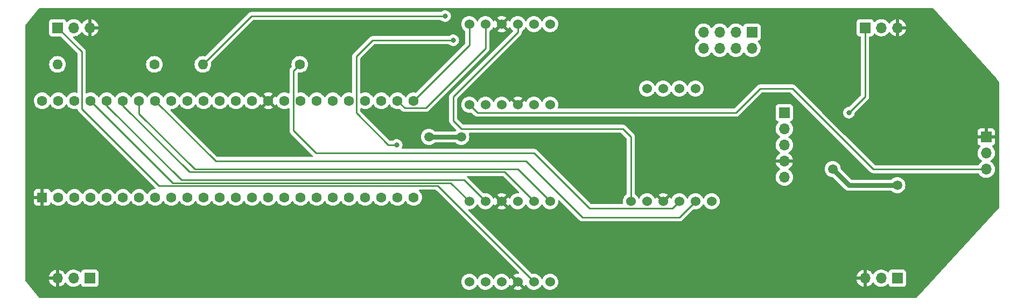
<source format=gbr>
%TF.GenerationSoftware,KiCad,Pcbnew,6.0.6-3a73a75311~116~ubuntu20.04.1*%
%TF.CreationDate,2022-07-09T15:41:22-04:00*%
%TF.ProjectId,flight_controller,666c6967-6874-45f6-936f-6e74726f6c6c,rev?*%
%TF.SameCoordinates,Original*%
%TF.FileFunction,Copper,L2,Bot*%
%TF.FilePolarity,Positive*%
%FSLAX46Y46*%
G04 Gerber Fmt 4.6, Leading zero omitted, Abs format (unit mm)*
G04 Created by KiCad (PCBNEW 6.0.6-3a73a75311~116~ubuntu20.04.1) date 2022-07-09 15:41:22*
%MOMM*%
%LPD*%
G01*
G04 APERTURE LIST*
%TA.AperFunction,ComponentPad*%
%ADD10R,1.700000X1.700000*%
%TD*%
%TA.AperFunction,ComponentPad*%
%ADD11O,1.700000X1.700000*%
%TD*%
%TA.AperFunction,ComponentPad*%
%ADD12C,1.524000*%
%TD*%
%TA.AperFunction,ComponentPad*%
%ADD13R,1.600000X1.600000*%
%TD*%
%TA.AperFunction,ComponentPad*%
%ADD14C,1.600000*%
%TD*%
%TA.AperFunction,ComponentPad*%
%ADD15O,1.600000X1.600000*%
%TD*%
%TA.AperFunction,ViaPad*%
%ADD16C,0.800000*%
%TD*%
%TA.AperFunction,ViaPad*%
%ADD17C,1.500000*%
%TD*%
%TA.AperFunction,Conductor*%
%ADD18C,0.250000*%
%TD*%
%TA.AperFunction,Conductor*%
%ADD19C,0.750000*%
%TD*%
G04 APERTURE END LIST*
D10*
%TO.P,J7,1,Pin_1*%
%TO.N,GND*%
X250190000Y-105425000D03*
D11*
%TO.P,J7,2,Pin_2*%
%TO.N,5V_VIN*%
X250190000Y-107965000D03*
%TO.P,J7,3,Pin_3*%
%TO.N,iA6b_motors*%
X250190000Y-110505000D03*
%TD*%
D10*
%TO.P,J5,1,Pin_1*%
%TO.N,MOTOR_BR*%
X109205000Y-127705000D03*
D11*
%TO.P,J5,2,Pin_2*%
%TO.N,VIN_BR*%
X106665000Y-127705000D03*
%TO.P,J5,3,Pin_3*%
%TO.N,GND*%
X104125000Y-127705000D03*
%TD*%
D12*
%TO.P,A1,1,VIN*%
%TO.N,3.3V*%
X194310000Y-115570000D03*
%TO.P,A1,2,3VO*%
%TO.N,unconnected-(A1-Pad2)*%
X196850000Y-115570000D03*
%TO.P,A1,3,GND*%
%TO.N,GND*%
X199390000Y-115570000D03*
%TO.P,A1,4,SDA*%
%TO.N,Net-(A1-Pad4)*%
X201930000Y-115570000D03*
%TO.P,A1,5,SCL*%
%TO.N,Net-(A1-Pad5)*%
X204470000Y-115570000D03*
%TO.P,A1,6,RST*%
%TO.N,unconnected-(A1-Pad6)*%
X207010000Y-115570000D03*
%TO.P,A1,7,ADR*%
%TO.N,unconnected-(A1-Pad7)*%
X204470000Y-97790000D03*
%TO.P,A1,8,INT*%
%TO.N,unconnected-(A1-Pad8)*%
X201930000Y-97790000D03*
%TO.P,A1,9,PS1*%
%TO.N,unconnected-(A1-Pad9)*%
X199390000Y-97790000D03*
%TO.P,A1,10,PS0*%
%TO.N,unconnected-(A1-Pad10)*%
X196850000Y-97790000D03*
%TD*%
D13*
%TO.P,U1,1,GND*%
%TO.N,GND*%
X101735000Y-114950000D03*
D14*
%TO.P,U1,2,0_RX1_MOSI1_TOUCH*%
%TO.N,unconnected-(U1-Pad2)*%
X104275000Y-114950000D03*
%TO.P,U1,3,1_TX1_MISO1_TOUCH*%
%TO.N,unconnected-(U1-Pad3)*%
X106815000Y-114950000D03*
%TO.P,U1,4,2_PWM*%
%TO.N,unconnected-(U1-Pad4)*%
X109355000Y-114950000D03*
%TO.P,U1,5,3_PWM_CAN0TX_SCL2*%
%TO.N,unconnected-(U1-Pad5)*%
X111895000Y-114950000D03*
%TO.P,U1,6,4_PWM_CAN0RX_SDA2*%
%TO.N,unconnected-(U1-Pad6)*%
X114435000Y-114950000D03*
%TO.P,U1,7,5_PWM_TX1_MISO1*%
%TO.N,unconnected-(U1-Pad7)*%
X116975000Y-114950000D03*
%TO.P,U1,8,6_PWM*%
%TO.N,unconnected-(U1-Pad8)*%
X119515000Y-114950000D03*
%TO.P,U1,9,7_RX3_MISO0_SCL0*%
%TO.N,unconnected-(U1-Pad9)*%
X122055000Y-114950000D03*
%TO.P,U1,10,8_TX3_MISO0_SDA0*%
%TO.N,unconnected-(U1-Pad10)*%
X124595000Y-114950000D03*
%TO.P,U1,11,9_PWM_RX2_CS0*%
%TO.N,unconnected-(U1-Pad11)*%
X127135000Y-114950000D03*
%TO.P,U1,12,10_PWM_TX2_CS0*%
%TO.N,unconnected-(U1-Pad12)*%
X129675000Y-114950000D03*
%TO.P,U1,13,11_MOSI0*%
%TO.N,unconnected-(U1-Pad13)*%
X132215000Y-114950000D03*
%TO.P,U1,14,12_MISO0*%
%TO.N,unconnected-(U1-Pad14)*%
X134755000Y-114950000D03*
%TO.P,U1,15,3.3V*%
%TO.N,unconnected-(U1-Pad15)*%
X137295000Y-114950000D03*
%TO.P,U1,16,24*%
%TO.N,unconnected-(U1-Pad16)*%
X139835000Y-114950000D03*
%TO.P,U1,17,25*%
%TO.N,unconnected-(U1-Pad17)*%
X142375000Y-114950000D03*
%TO.P,U1,18,26_TX1*%
%TO.N,unconnected-(U1-Pad18)*%
X144915000Y-114950000D03*
%TO.P,U1,19,27_RX1*%
%TO.N,unconnected-(U1-Pad19)*%
X147455000Y-114950000D03*
%TO.P,U1,20,28*%
%TO.N,unconnected-(U1-Pad20)*%
X149995000Y-114950000D03*
%TO.P,U1,21,29_PWM_CAN0TX_TOUCH*%
%TO.N,unconnected-(U1-Pad21)*%
X152535000Y-114950000D03*
%TO.P,U1,22,30_PWM_CAN0RX_TOUCH*%
%TO.N,unconnected-(U1-Pad22)*%
X155075000Y-114950000D03*
%TO.P,U1,23,31_A12_RX4_CS1*%
%TO.N,RX4*%
X157615000Y-114950000D03*
%TO.P,U1,24,32_A13_TX4_SCK1*%
%TO.N,TX4*%
X160155000Y-114950000D03*
%TO.P,U1,30,33_A14_TX5_CAN1TX_SCL0*%
%TO.N,TX5*%
X160155000Y-99710000D03*
%TO.P,U1,31,34_A15_RX5_CAN1RX_SDA0*%
%TO.N,RX5*%
X157615000Y-99710000D03*
%TO.P,U1,32,35_A16_PWM*%
%TO.N,unconnected-(U1-Pad32)*%
X155075000Y-99710000D03*
%TO.P,U1,33,36_A17_PWM*%
%TO.N,unconnected-(U1-Pad33)*%
X152535000Y-99710000D03*
%TO.P,U1,34,37_A18_PWM_SCL1*%
%TO.N,unconnected-(U1-Pad34)*%
X149995000Y-99710000D03*
%TO.P,U1,35,38_A19_PWM_SDA1*%
%TO.N,unconnected-(U1-Pad35)*%
X147455000Y-99710000D03*
%TO.P,U1,36,39_A20*%
%TO.N,unconnected-(U1-Pad36)*%
X144915000Y-99710000D03*
%TO.P,U1,37,A21_DAC0*%
%TO.N,unconnected-(U1-Pad37)*%
X142375000Y-99710000D03*
%TO.P,U1,38,A22_DAC1*%
%TO.N,unconnected-(U1-Pad38)*%
X139835000Y-99710000D03*
%TO.P,U1,39,GND*%
%TO.N,GND*%
X137295000Y-99710000D03*
%TO.P,U1,40,13_SCK0_LED*%
%TO.N,unconnected-(U1-Pad40)*%
X134755000Y-99710000D03*
%TO.P,U1,41,14_A0_PWM_SCK0*%
%TO.N,unconnected-(U1-Pad41)*%
X132215000Y-99710000D03*
%TO.P,U1,42,15_A1_CS0_TOUCH*%
%TO.N,unconnected-(U1-Pad42)*%
X129675000Y-99710000D03*
%TO.P,U1,43,16_A2_SCL0_TOUCH*%
%TO.N,unconnected-(U1-Pad43)*%
X127135000Y-99710000D03*
%TO.P,U1,44,17_A3_SDA0_TOUCH*%
%TO.N,unconnected-(U1-Pad44)*%
X124595000Y-99710000D03*
%TO.P,U1,45,18_A4_SDA0_TOUCH*%
%TO.N,Net-(A1-Pad4)*%
X122055000Y-99710000D03*
%TO.P,U1,46,19_A5_SCL0_TOUCH*%
%TO.N,Net-(A1-Pad5)*%
X119515000Y-99710000D03*
%TO.P,U1,47,20_A6_PWM_CS0_SCK1*%
%TO.N,A6*%
X116975000Y-99710000D03*
%TO.P,U1,48,21_A7_PWM_CS0_SCK1*%
%TO.N,A7*%
X114435000Y-99710000D03*
%TO.P,U1,49,22_A8_PWM_TOUCH*%
%TO.N,A8*%
X111895000Y-99710000D03*
%TO.P,U1,50,23_A9_PWM_TOUCH*%
%TO.N,A9*%
X109355000Y-99710000D03*
%TO.P,U1,51,3.3V*%
%TO.N,unconnected-(U1-Pad51)*%
X106815000Y-99710000D03*
%TO.P,U1,52,AGND*%
%TO.N,unconnected-(U1-Pad52)*%
X104275000Y-99710000D03*
%TO.P,U1,53,VIN*%
%TO.N,5V_VIN*%
X101735000Y-99710000D03*
%TD*%
D10*
%TO.P,J3,1,Pin_1*%
%TO.N,MOTOR_BL*%
X104155000Y-88195000D03*
D11*
%TO.P,J3,2,Pin_2*%
%TO.N,VIN_BL*%
X106695000Y-88195000D03*
%TO.P,J3,3,Pin_3*%
%TO.N,GND*%
X109235000Y-88195000D03*
%TD*%
D12*
%TO.P,U2,1,LV1*%
%TO.N,A6*%
X181610000Y-115570000D03*
%TO.P,U2,2,LV2*%
%TO.N,A7*%
X179070000Y-115570000D03*
%TO.P,U2,3,LV*%
%TO.N,3.3V*%
X176530000Y-115570000D03*
%TO.P,U2,4,GND*%
%TO.N,GND*%
X173990000Y-115570000D03*
%TO.P,U2,5,LV3*%
%TO.N,A8*%
X171450000Y-115570000D03*
%TO.P,U2,6,LV4*%
%TO.N,A9*%
X168910000Y-115570000D03*
%TO.P,U2,7,HV4*%
%TO.N,MOTOR_FL*%
X181610000Y-128270000D03*
%TO.P,U2,8,HV3*%
%TO.N,MOTOR_BL*%
X179070000Y-128270000D03*
%TO.P,U2,9,GND*%
%TO.N,GND*%
X176530000Y-128270000D03*
%TO.P,U2,10,HV*%
%TO.N,5V_VIN*%
X173990000Y-128270000D03*
%TO.P,U2,11,HV2*%
%TO.N,MOTOR_FR*%
X171450000Y-128270000D03*
%TO.P,U2,12,HV1*%
%TO.N,MOTOR_BR*%
X168910000Y-128270000D03*
%TD*%
D14*
%TO.P,R2,1*%
%TO.N,Net-(A1-Pad4)*%
X142240000Y-93980000D03*
D15*
%TO.P,R2,2*%
%TO.N,3.3V*%
X127000000Y-93980000D03*
%TD*%
D10*
%TO.P,J2,1,Pin_1*%
%TO.N,MOTOR_FL*%
X231155000Y-88195000D03*
D11*
%TO.P,J2,2,Pin_2*%
%TO.N,VIN_FL*%
X233695000Y-88195000D03*
%TO.P,J2,3,Pin_3*%
%TO.N,GND*%
X236235000Y-88195000D03*
%TD*%
D10*
%TO.P,J4,1,Pin_1*%
%TO.N,MOTOR_FR*%
X236205000Y-127705000D03*
D11*
%TO.P,J4,2,Pin_2*%
%TO.N,VIN_FR*%
X233665000Y-127705000D03*
%TO.P,J4,3,Pin_3*%
%TO.N,GND*%
X231125000Y-127705000D03*
%TD*%
D10*
%TO.P,J1,1,Pin_1*%
%TO.N,VIN_FR*%
X213350000Y-88895000D03*
D11*
%TO.P,J1,2,Pin_2*%
%TO.N,5V_VIN*%
X213350000Y-91435000D03*
%TO.P,J1,3,Pin_3*%
%TO.N,VIN_FL*%
X210810000Y-88895000D03*
%TO.P,J1,4,Pin_4*%
%TO.N,5V_VIN*%
X210810000Y-91435000D03*
%TO.P,J1,5,Pin_5*%
%TO.N,VIN_BL*%
X208270000Y-88895000D03*
%TO.P,J1,6,Pin_6*%
%TO.N,5V_VIN*%
X208270000Y-91435000D03*
%TO.P,J1,7,Pin_7*%
%TO.N,VIN_BR*%
X205730000Y-88895000D03*
%TO.P,J1,8,Pin_8*%
%TO.N,5V_VIN*%
X205730000Y-91435000D03*
%TD*%
D12*
%TO.P,U3,1,LV1*%
%TO.N,RX4*%
X181610000Y-87630000D03*
%TO.P,U3,2,LV2*%
%TO.N,unconnected-(U3-Pad2)*%
X179070000Y-87630000D03*
%TO.P,U3,3,LV*%
%TO.N,3.3V*%
X176530000Y-87630000D03*
%TO.P,U3,4,GND*%
%TO.N,GND*%
X173990000Y-87630000D03*
%TO.P,U3,5,LV3*%
%TO.N,RX5*%
X171450000Y-87630000D03*
%TO.P,U3,6,LV4*%
%TO.N,TX5*%
X168910000Y-87630000D03*
%TO.P,U3,7,HV4*%
%TO.N,GPS_RX*%
X181610000Y-100330000D03*
%TO.P,U3,8,HV3*%
%TO.N,GPS_TX*%
X179070000Y-100330000D03*
%TO.P,U3,9,GND*%
%TO.N,GND*%
X176530000Y-100330000D03*
%TO.P,U3,10,HV*%
%TO.N,5V_VIN*%
X173990000Y-100330000D03*
%TO.P,U3,11,HV2*%
%TO.N,unconnected-(U3-Pad11)*%
X171450000Y-100330000D03*
%TO.P,U3,12,HV1*%
%TO.N,iA6b_motors*%
X168910000Y-100330000D03*
%TD*%
D10*
%TO.P,J6,1,Pin_1*%
%TO.N,unconnected-(J6-Pad1)*%
X218440000Y-101600000D03*
D11*
%TO.P,J6,2,Pin_2*%
%TO.N,GPS_TX*%
X218440000Y-104140000D03*
%TO.P,J6,3,Pin_3*%
%TO.N,GPS_RX*%
X218440000Y-106680000D03*
%TO.P,J6,4,Pin_4*%
%TO.N,GND*%
X218440000Y-109220000D03*
%TO.P,J6,5,Pin_5*%
%TO.N,5V_VIN*%
X218440000Y-111760000D03*
%TD*%
D14*
%TO.P,R1,1*%
%TO.N,Net-(A1-Pad5)*%
X119380000Y-93980000D03*
D15*
%TO.P,R1,2*%
%TO.N,3.3V*%
X104140000Y-93980000D03*
%TD*%
D16*
%TO.N,3.3V*%
X165100000Y-86360000D03*
D17*
%TO.N,5V_VIN*%
X226060000Y-110490000D03*
X167640000Y-105410000D03*
X236220000Y-113030000D03*
X162560000Y-105410000D03*
D16*
%TO.N,MOTOR_FL*%
X228600000Y-101600000D03*
%TO.N,RX4*%
X157480000Y-106680000D03*
X166370000Y-90170000D03*
%TD*%
D18*
%TO.N,3.3V*%
X167640000Y-104140000D02*
X193040000Y-104140000D01*
X176530000Y-87630000D02*
X176530000Y-88900000D01*
X194310000Y-105410000D02*
X194310000Y-115570000D01*
X193040000Y-104140000D02*
X194310000Y-105410000D01*
X176530000Y-88900000D02*
X166370000Y-99060000D01*
X134620000Y-86360000D02*
X165100000Y-86360000D01*
X127000000Y-93980000D02*
X134620000Y-86360000D01*
X166370000Y-99060000D02*
X166370000Y-102870000D01*
X166370000Y-102870000D02*
X167640000Y-104140000D01*
%TO.N,Net-(A1-Pad4)*%
X187777000Y-116657000D02*
X200843000Y-116657000D01*
X200843000Y-116657000D02*
X201930000Y-115570000D01*
X141250000Y-94970000D02*
X141250000Y-104420000D01*
X179070000Y-107950000D02*
X187777000Y-116657000D01*
X141250000Y-104420000D02*
X144780000Y-107950000D01*
X144780000Y-107950000D02*
X179070000Y-107950000D01*
X142240000Y-93980000D02*
X141250000Y-94970000D01*
%TO.N,Net-(A1-Pad5)*%
X201930000Y-118110000D02*
X204470000Y-115570000D01*
X177800000Y-109220000D02*
X186690000Y-118110000D01*
X129025000Y-109220000D02*
X177800000Y-109220000D01*
X119515000Y-99710000D02*
X129025000Y-109220000D01*
X186690000Y-118110000D02*
X201930000Y-118110000D01*
D19*
%TO.N,5V_VIN*%
X162560000Y-105410000D02*
X167640000Y-105410000D01*
X236220000Y-113030000D02*
X228600000Y-113030000D01*
X228600000Y-113030000D02*
X226060000Y-110490000D01*
D18*
%TO.N,MOTOR_FL*%
X228600000Y-101600000D02*
X231155000Y-99045000D01*
X231155000Y-99045000D02*
X231155000Y-88195000D01*
%TO.N,MOTOR_BL*%
X120082134Y-113110000D02*
X107950000Y-100977866D01*
X107950000Y-91990000D02*
X104155000Y-88195000D01*
X179070000Y-128270000D02*
X163910000Y-113110000D01*
X107950000Y-100977866D02*
X107950000Y-91990000D01*
X163910000Y-113110000D02*
X120082134Y-113110000D01*
%TO.N,RX4*%
X151130000Y-101627864D02*
X151130000Y-92710000D01*
X153670000Y-90170000D02*
X166370000Y-90170000D01*
X151130000Y-92710000D02*
X153670000Y-90170000D01*
X156182136Y-106680000D02*
X151130000Y-101627864D01*
X157480000Y-106680000D02*
X156182136Y-106680000D01*
%TO.N,TX5*%
X168910000Y-90955000D02*
X160155000Y-99710000D01*
X168910000Y-87630000D02*
X168910000Y-90955000D01*
%TO.N,RX5*%
X158740000Y-100835000D02*
X162055000Y-100835000D01*
X162055000Y-100835000D02*
X171450000Y-91440000D01*
X171450000Y-91440000D02*
X171450000Y-87630000D01*
X157615000Y-99710000D02*
X158740000Y-100835000D01*
%TO.N,A6*%
X181610000Y-115570000D02*
X176530000Y-110490000D01*
X116975000Y-101735000D02*
X116975000Y-99710000D01*
X125730000Y-110490000D02*
X116975000Y-101735000D01*
X176530000Y-110490000D02*
X125730000Y-110490000D01*
%TO.N,A7*%
X179070000Y-115570000D02*
X174440000Y-110940000D01*
X124910000Y-110940000D02*
X114435000Y-100465000D01*
X114435000Y-100465000D02*
X114435000Y-99710000D01*
X174440000Y-110940000D02*
X124910000Y-110940000D01*
%TO.N,A8*%
X168090000Y-112210000D02*
X123640000Y-112210000D01*
X171450000Y-115570000D02*
X168090000Y-112210000D01*
X123640000Y-112210000D02*
X111895000Y-100465000D01*
X111895000Y-100465000D02*
X111895000Y-99710000D01*
%TO.N,A9*%
X168910000Y-115570000D02*
X166000000Y-112660000D01*
X122305000Y-112660000D02*
X109355000Y-99710000D01*
X166000000Y-112660000D02*
X122305000Y-112660000D01*
%TO.N,iA6b_motors*%
X168910000Y-100330000D02*
X170180000Y-101600000D01*
X170180000Y-101600000D02*
X210820000Y-101600000D01*
X232425000Y-110505000D02*
X250190000Y-110505000D01*
X210820000Y-101600000D02*
X214630000Y-97790000D01*
X214630000Y-97790000D02*
X219710000Y-97790000D01*
X219710000Y-97790000D02*
X232425000Y-110505000D01*
%TD*%
%TA.AperFunction,Conductor*%
%TO.N,GND*%
G36*
X241770888Y-85110002D02*
G01*
X241796422Y-85131710D01*
X251694654Y-96129745D01*
X252189155Y-96679191D01*
X252219858Y-96743206D01*
X252221500Y-96763481D01*
X252221500Y-116593191D01*
X252201498Y-116661312D01*
X252188382Y-116678331D01*
X240393612Y-129545353D01*
X239271806Y-130769141D01*
X239211031Y-130805841D01*
X239178925Y-130810000D01*
X101295757Y-130810000D01*
X101227636Y-130789998D01*
X101197368Y-130762712D01*
X99716743Y-128911932D01*
X99087611Y-128125516D01*
X99060675Y-128059828D01*
X99060000Y-128046805D01*
X99060000Y-127972966D01*
X102793257Y-127972966D01*
X102823565Y-128107446D01*
X102826645Y-128117275D01*
X102906770Y-128314603D01*
X102911413Y-128323794D01*
X103022694Y-128505388D01*
X103028777Y-128513699D01*
X103168213Y-128674667D01*
X103175580Y-128681883D01*
X103339434Y-128817916D01*
X103347881Y-128823831D01*
X103531756Y-128931279D01*
X103541042Y-128935729D01*
X103740001Y-129011703D01*
X103749899Y-129014579D01*
X103853250Y-129035606D01*
X103867299Y-129034410D01*
X103871000Y-129024065D01*
X103871000Y-129023517D01*
X104379000Y-129023517D01*
X104383064Y-129037359D01*
X104396478Y-129039393D01*
X104403184Y-129038534D01*
X104413262Y-129036392D01*
X104617255Y-128975191D01*
X104626842Y-128971433D01*
X104818095Y-128877739D01*
X104826945Y-128872464D01*
X105000328Y-128748792D01*
X105008200Y-128742139D01*
X105159052Y-128591812D01*
X105165730Y-128583965D01*
X105293022Y-128406819D01*
X105294279Y-128407722D01*
X105341373Y-128364362D01*
X105411311Y-128352145D01*
X105476751Y-128379678D01*
X105504579Y-128411511D01*
X105564987Y-128510088D01*
X105711250Y-128678938D01*
X105883126Y-128821632D01*
X106076000Y-128934338D01*
X106080825Y-128936180D01*
X106080826Y-128936181D01*
X106135534Y-128957072D01*
X106284692Y-129014030D01*
X106289760Y-129015061D01*
X106289763Y-129015062D01*
X106384862Y-129034410D01*
X106503597Y-129058567D01*
X106508772Y-129058757D01*
X106508774Y-129058757D01*
X106721673Y-129066564D01*
X106721677Y-129066564D01*
X106726837Y-129066753D01*
X106731957Y-129066097D01*
X106731959Y-129066097D01*
X106943288Y-129039025D01*
X106943289Y-129039025D01*
X106948416Y-129038368D01*
X106953366Y-129036883D01*
X107157429Y-128975661D01*
X107157434Y-128975659D01*
X107162384Y-128974174D01*
X107362994Y-128875896D01*
X107544860Y-128746173D01*
X107653091Y-128638319D01*
X107715462Y-128604404D01*
X107786268Y-128609592D01*
X107843030Y-128652238D01*
X107860012Y-128683341D01*
X107883064Y-128744831D01*
X107904385Y-128801705D01*
X107991739Y-128918261D01*
X108108295Y-129005615D01*
X108244684Y-129056745D01*
X108306866Y-129063500D01*
X110103134Y-129063500D01*
X110165316Y-129056745D01*
X110301705Y-129005615D01*
X110418261Y-128918261D01*
X110505615Y-128801705D01*
X110556745Y-128665316D01*
X110563500Y-128603134D01*
X110563500Y-128270000D01*
X167634647Y-128270000D01*
X167654022Y-128491463D01*
X167711560Y-128706196D01*
X167713882Y-128711177D01*
X167713883Y-128711178D01*
X167803186Y-128902689D01*
X167803189Y-128902694D01*
X167805512Y-128907676D01*
X167808668Y-128912183D01*
X167808669Y-128912185D01*
X167916899Y-129066753D01*
X167933023Y-129089781D01*
X168090219Y-129246977D01*
X168094727Y-129250134D01*
X168094730Y-129250136D01*
X168170495Y-129303187D01*
X168272323Y-129374488D01*
X168277305Y-129376811D01*
X168277310Y-129376814D01*
X168467810Y-129465645D01*
X168473804Y-129468440D01*
X168479112Y-129469862D01*
X168479114Y-129469863D01*
X168544949Y-129487503D01*
X168688537Y-129525978D01*
X168910000Y-129545353D01*
X169131463Y-129525978D01*
X169275051Y-129487503D01*
X169340886Y-129469863D01*
X169340888Y-129469862D01*
X169346196Y-129468440D01*
X169352190Y-129465645D01*
X169542690Y-129376814D01*
X169542695Y-129376811D01*
X169547677Y-129374488D01*
X169649505Y-129303187D01*
X169725270Y-129250136D01*
X169725273Y-129250134D01*
X169729781Y-129246977D01*
X169886977Y-129089781D01*
X169903102Y-129066753D01*
X170011331Y-128912185D01*
X170011332Y-128912183D01*
X170014488Y-128907676D01*
X170016811Y-128902694D01*
X170016814Y-128902689D01*
X170065805Y-128797627D01*
X170112723Y-128744342D01*
X170181000Y-128724881D01*
X170248960Y-128745423D01*
X170294195Y-128797627D01*
X170343186Y-128902689D01*
X170343189Y-128902694D01*
X170345512Y-128907676D01*
X170348668Y-128912183D01*
X170348669Y-128912185D01*
X170456899Y-129066753D01*
X170473023Y-129089781D01*
X170630219Y-129246977D01*
X170634727Y-129250134D01*
X170634730Y-129250136D01*
X170710495Y-129303187D01*
X170812323Y-129374488D01*
X170817305Y-129376811D01*
X170817310Y-129376814D01*
X171007810Y-129465645D01*
X171013804Y-129468440D01*
X171019112Y-129469862D01*
X171019114Y-129469863D01*
X171084949Y-129487503D01*
X171228537Y-129525978D01*
X171450000Y-129545353D01*
X171671463Y-129525978D01*
X171815051Y-129487503D01*
X171880886Y-129469863D01*
X171880888Y-129469862D01*
X171886196Y-129468440D01*
X171892190Y-129465645D01*
X172082690Y-129376814D01*
X172082695Y-129376811D01*
X172087677Y-129374488D01*
X172189505Y-129303187D01*
X172265270Y-129250136D01*
X172265273Y-129250134D01*
X172269781Y-129246977D01*
X172426977Y-129089781D01*
X172443102Y-129066753D01*
X172551331Y-128912185D01*
X172551332Y-128912183D01*
X172554488Y-128907676D01*
X172556811Y-128902694D01*
X172556814Y-128902689D01*
X172605805Y-128797627D01*
X172652723Y-128744342D01*
X172721000Y-128724881D01*
X172788960Y-128745423D01*
X172834195Y-128797627D01*
X172883186Y-128902689D01*
X172883189Y-128902694D01*
X172885512Y-128907676D01*
X172888668Y-128912183D01*
X172888669Y-128912185D01*
X172996899Y-129066753D01*
X173013023Y-129089781D01*
X173170219Y-129246977D01*
X173174727Y-129250134D01*
X173174730Y-129250136D01*
X173250495Y-129303187D01*
X173352323Y-129374488D01*
X173357305Y-129376811D01*
X173357310Y-129376814D01*
X173547810Y-129465645D01*
X173553804Y-129468440D01*
X173559112Y-129469862D01*
X173559114Y-129469863D01*
X173624949Y-129487503D01*
X173768537Y-129525978D01*
X173990000Y-129545353D01*
X174211463Y-129525978D01*
X174355051Y-129487503D01*
X174420886Y-129469863D01*
X174420888Y-129469862D01*
X174426196Y-129468440D01*
X174432190Y-129465645D01*
X174622690Y-129376814D01*
X174622695Y-129376811D01*
X174627677Y-129374488D01*
X174692959Y-129328777D01*
X175835777Y-129328777D01*
X175845074Y-129340793D01*
X175888069Y-129370898D01*
X175897555Y-129376376D01*
X176088993Y-129465645D01*
X176099285Y-129469391D01*
X176303309Y-129524059D01*
X176314104Y-129525962D01*
X176524525Y-129544372D01*
X176535475Y-129544372D01*
X176745896Y-129525962D01*
X176756691Y-129524059D01*
X176960715Y-129469391D01*
X176971007Y-129465645D01*
X177162445Y-129376376D01*
X177171931Y-129370898D01*
X177215764Y-129340207D01*
X177224139Y-129329729D01*
X177217071Y-129316281D01*
X176542812Y-128642022D01*
X176528868Y-128634408D01*
X176527035Y-128634539D01*
X176520420Y-128638790D01*
X175842207Y-129317003D01*
X175835777Y-129328777D01*
X174692959Y-129328777D01*
X174729505Y-129303187D01*
X174805270Y-129250136D01*
X174805273Y-129250134D01*
X174809781Y-129246977D01*
X174966977Y-129089781D01*
X174983102Y-129066753D01*
X175091331Y-128912185D01*
X175091332Y-128912183D01*
X175094488Y-128907676D01*
X175096811Y-128902694D01*
X175096814Y-128902689D01*
X175146081Y-128797035D01*
X175192999Y-128743750D01*
X175261276Y-128724289D01*
X175329236Y-128744831D01*
X175374471Y-128797035D01*
X175423623Y-128902441D01*
X175429103Y-128911932D01*
X175459794Y-128955765D01*
X175470271Y-128964140D01*
X175483718Y-128957072D01*
X176157978Y-128282812D01*
X176165592Y-128268868D01*
X176165461Y-128267035D01*
X176161210Y-128260420D01*
X175482997Y-127582207D01*
X175471223Y-127575777D01*
X175459207Y-127585074D01*
X175429103Y-127628068D01*
X175423623Y-127637559D01*
X175374471Y-127742965D01*
X175327553Y-127796250D01*
X175259276Y-127815711D01*
X175191316Y-127795169D01*
X175146081Y-127742965D01*
X175096814Y-127637311D01*
X175096811Y-127637306D01*
X175094488Y-127632324D01*
X175091331Y-127627815D01*
X174970136Y-127454730D01*
X174970134Y-127454727D01*
X174966977Y-127450219D01*
X174809781Y-127293023D01*
X174805273Y-127289866D01*
X174805270Y-127289864D01*
X174719465Y-127229783D01*
X174627677Y-127165512D01*
X174622695Y-127163189D01*
X174622690Y-127163186D01*
X174431178Y-127073883D01*
X174431177Y-127073882D01*
X174426196Y-127071560D01*
X174420888Y-127070138D01*
X174420886Y-127070137D01*
X174295810Y-127036623D01*
X174211463Y-127014022D01*
X173990000Y-126994647D01*
X173768537Y-127014022D01*
X173684190Y-127036623D01*
X173559114Y-127070137D01*
X173559112Y-127070138D01*
X173553804Y-127071560D01*
X173548823Y-127073882D01*
X173548822Y-127073883D01*
X173357311Y-127163186D01*
X173357306Y-127163189D01*
X173352324Y-127165512D01*
X173347817Y-127168668D01*
X173347815Y-127168669D01*
X173174730Y-127289864D01*
X173174727Y-127289866D01*
X173170219Y-127293023D01*
X173013023Y-127450219D01*
X173009866Y-127454727D01*
X173009864Y-127454730D01*
X172888669Y-127627815D01*
X172885512Y-127632324D01*
X172883189Y-127637306D01*
X172883186Y-127637311D01*
X172834195Y-127742373D01*
X172787277Y-127795658D01*
X172719000Y-127815119D01*
X172651040Y-127794577D01*
X172605805Y-127742373D01*
X172556814Y-127637311D01*
X172556811Y-127637306D01*
X172554488Y-127632324D01*
X172551331Y-127627815D01*
X172430136Y-127454730D01*
X172430134Y-127454727D01*
X172426977Y-127450219D01*
X172269781Y-127293023D01*
X172265273Y-127289866D01*
X172265270Y-127289864D01*
X172179465Y-127229783D01*
X172087677Y-127165512D01*
X172082695Y-127163189D01*
X172082690Y-127163186D01*
X171891178Y-127073883D01*
X171891177Y-127073882D01*
X171886196Y-127071560D01*
X171880888Y-127070138D01*
X171880886Y-127070137D01*
X171755810Y-127036623D01*
X171671463Y-127014022D01*
X171450000Y-126994647D01*
X171228537Y-127014022D01*
X171144190Y-127036623D01*
X171019114Y-127070137D01*
X171019112Y-127070138D01*
X171013804Y-127071560D01*
X171008823Y-127073882D01*
X171008822Y-127073883D01*
X170817311Y-127163186D01*
X170817306Y-127163189D01*
X170812324Y-127165512D01*
X170807817Y-127168668D01*
X170807815Y-127168669D01*
X170634730Y-127289864D01*
X170634727Y-127289866D01*
X170630219Y-127293023D01*
X170473023Y-127450219D01*
X170469866Y-127454727D01*
X170469864Y-127454730D01*
X170348669Y-127627815D01*
X170345512Y-127632324D01*
X170343189Y-127637306D01*
X170343186Y-127637311D01*
X170294195Y-127742373D01*
X170247277Y-127795658D01*
X170179000Y-127815119D01*
X170111040Y-127794577D01*
X170065805Y-127742373D01*
X170016814Y-127637311D01*
X170016811Y-127637306D01*
X170014488Y-127632324D01*
X170011331Y-127627815D01*
X169890136Y-127454730D01*
X169890134Y-127454727D01*
X169886977Y-127450219D01*
X169729781Y-127293023D01*
X169725273Y-127289866D01*
X169725270Y-127289864D01*
X169639465Y-127229783D01*
X169547677Y-127165512D01*
X169542695Y-127163189D01*
X169542690Y-127163186D01*
X169351178Y-127073883D01*
X169351177Y-127073882D01*
X169346196Y-127071560D01*
X169340888Y-127070138D01*
X169340886Y-127070137D01*
X169215810Y-127036623D01*
X169131463Y-127014022D01*
X168910000Y-126994647D01*
X168688537Y-127014022D01*
X168604190Y-127036623D01*
X168479114Y-127070137D01*
X168479112Y-127070138D01*
X168473804Y-127071560D01*
X168468823Y-127073882D01*
X168468822Y-127073883D01*
X168277311Y-127163186D01*
X168277306Y-127163189D01*
X168272324Y-127165512D01*
X168267817Y-127168668D01*
X168267815Y-127168669D01*
X168094730Y-127289864D01*
X168094727Y-127289866D01*
X168090219Y-127293023D01*
X167933023Y-127450219D01*
X167929866Y-127454727D01*
X167929864Y-127454730D01*
X167808669Y-127627815D01*
X167805512Y-127632324D01*
X167803189Y-127637306D01*
X167803186Y-127637311D01*
X167754195Y-127742373D01*
X167711560Y-127833804D01*
X167654022Y-128048537D01*
X167634647Y-128270000D01*
X110563500Y-128270000D01*
X110563500Y-126806866D01*
X110556745Y-126744684D01*
X110505615Y-126608295D01*
X110418261Y-126491739D01*
X110301705Y-126404385D01*
X110165316Y-126353255D01*
X110103134Y-126346500D01*
X108306866Y-126346500D01*
X108244684Y-126353255D01*
X108108295Y-126404385D01*
X107991739Y-126491739D01*
X107904385Y-126608295D01*
X107901233Y-126616703D01*
X107859919Y-126726907D01*
X107817277Y-126783671D01*
X107750716Y-126808371D01*
X107681367Y-126793163D01*
X107648743Y-126767476D01*
X107598151Y-126711875D01*
X107598142Y-126711866D01*
X107594670Y-126708051D01*
X107590619Y-126704852D01*
X107590615Y-126704848D01*
X107423414Y-126572800D01*
X107423410Y-126572798D01*
X107419359Y-126569598D01*
X107383028Y-126549542D01*
X107367136Y-126540769D01*
X107223789Y-126461638D01*
X107218920Y-126459914D01*
X107218916Y-126459912D01*
X107018087Y-126388795D01*
X107018083Y-126388794D01*
X107013212Y-126387069D01*
X107008119Y-126386162D01*
X107008116Y-126386161D01*
X106798373Y-126348800D01*
X106798367Y-126348799D01*
X106793284Y-126347894D01*
X106719452Y-126346992D01*
X106575081Y-126345228D01*
X106575079Y-126345228D01*
X106569911Y-126345165D01*
X106349091Y-126378955D01*
X106136756Y-126448357D01*
X105938607Y-126551507D01*
X105934474Y-126554610D01*
X105934471Y-126554612D01*
X105764100Y-126682530D01*
X105759965Y-126685635D01*
X105734541Y-126712240D01*
X105666280Y-126783671D01*
X105605629Y-126847138D01*
X105602715Y-126851410D01*
X105602714Y-126851411D01*
X105590199Y-126869757D01*
X105504679Y-126995126D01*
X105497898Y-127005066D01*
X105442987Y-127050069D01*
X105372462Y-127058240D01*
X105308715Y-127026986D01*
X105288018Y-127002502D01*
X105207426Y-126877926D01*
X105201136Y-126869757D01*
X105057806Y-126712240D01*
X105050273Y-126705215D01*
X104883139Y-126573222D01*
X104874552Y-126567517D01*
X104688117Y-126464599D01*
X104678705Y-126460369D01*
X104477959Y-126389280D01*
X104467988Y-126386646D01*
X104396837Y-126373972D01*
X104383540Y-126375432D01*
X104379000Y-126389989D01*
X104379000Y-129023517D01*
X103871000Y-129023517D01*
X103871000Y-127977115D01*
X103866525Y-127961876D01*
X103865135Y-127960671D01*
X103857452Y-127959000D01*
X102808225Y-127959000D01*
X102794694Y-127962973D01*
X102793257Y-127972966D01*
X99060000Y-127972966D01*
X99060000Y-127439183D01*
X102789389Y-127439183D01*
X102790912Y-127447607D01*
X102803292Y-127451000D01*
X103852885Y-127451000D01*
X103868124Y-127446525D01*
X103869329Y-127445135D01*
X103871000Y-127437452D01*
X103871000Y-126388102D01*
X103867082Y-126374758D01*
X103852806Y-126372771D01*
X103814324Y-126378660D01*
X103804288Y-126381051D01*
X103601868Y-126447212D01*
X103592359Y-126451209D01*
X103403463Y-126549542D01*
X103394738Y-126555036D01*
X103224433Y-126682905D01*
X103216726Y-126689748D01*
X103069590Y-126843717D01*
X103063104Y-126851727D01*
X102943098Y-127027649D01*
X102938000Y-127036623D01*
X102848338Y-127229783D01*
X102844775Y-127239470D01*
X102789389Y-127439183D01*
X99060000Y-127439183D01*
X99060000Y-115794669D01*
X100427001Y-115794669D01*
X100427371Y-115801490D01*
X100432895Y-115852352D01*
X100436521Y-115867604D01*
X100481676Y-115988054D01*
X100490214Y-116003649D01*
X100566715Y-116105724D01*
X100579276Y-116118285D01*
X100681351Y-116194786D01*
X100696946Y-116203324D01*
X100817394Y-116248478D01*
X100832649Y-116252105D01*
X100883514Y-116257631D01*
X100890328Y-116258000D01*
X101462885Y-116258000D01*
X101478124Y-116253525D01*
X101479329Y-116252135D01*
X101481000Y-116244452D01*
X101481000Y-115222115D01*
X101476525Y-115206876D01*
X101475135Y-115205671D01*
X101467452Y-115204000D01*
X100445116Y-115204000D01*
X100429877Y-115208475D01*
X100428672Y-115209865D01*
X100427001Y-115217548D01*
X100427001Y-115794669D01*
X99060000Y-115794669D01*
X99060000Y-114677885D01*
X100427000Y-114677885D01*
X100431475Y-114693124D01*
X100432865Y-114694329D01*
X100440548Y-114696000D01*
X101462885Y-114696000D01*
X101478124Y-114691525D01*
X101479329Y-114690135D01*
X101481000Y-114682452D01*
X101481000Y-113660116D01*
X101476525Y-113644877D01*
X101475135Y-113643672D01*
X101467452Y-113642001D01*
X100890331Y-113642001D01*
X100883510Y-113642371D01*
X100832648Y-113647895D01*
X100817396Y-113651521D01*
X100696946Y-113696676D01*
X100681351Y-113705214D01*
X100579276Y-113781715D01*
X100566715Y-113794276D01*
X100490214Y-113896351D01*
X100481676Y-113911946D01*
X100436522Y-114032394D01*
X100432895Y-114047649D01*
X100427369Y-114098514D01*
X100427000Y-114105328D01*
X100427000Y-114677885D01*
X99060000Y-114677885D01*
X99060000Y-99710000D01*
X100421502Y-99710000D01*
X100441457Y-99938087D01*
X100442880Y-99943399D01*
X100442881Y-99943402D01*
X100485706Y-100103224D01*
X100500716Y-100159243D01*
X100503039Y-100164224D01*
X100503039Y-100164225D01*
X100595151Y-100361762D01*
X100595154Y-100361767D01*
X100597477Y-100366749D01*
X100728802Y-100554300D01*
X100890700Y-100716198D01*
X100895208Y-100719355D01*
X100895211Y-100719357D01*
X100915968Y-100733891D01*
X101078251Y-100847523D01*
X101083233Y-100849846D01*
X101083238Y-100849849D01*
X101227784Y-100917251D01*
X101285757Y-100944284D01*
X101291065Y-100945706D01*
X101291067Y-100945707D01*
X101501598Y-101002119D01*
X101501600Y-101002119D01*
X101506913Y-101003543D01*
X101735000Y-101023498D01*
X101963087Y-101003543D01*
X101968400Y-101002119D01*
X101968402Y-101002119D01*
X102178933Y-100945707D01*
X102178935Y-100945706D01*
X102184243Y-100944284D01*
X102242216Y-100917251D01*
X102386762Y-100849849D01*
X102386767Y-100849846D01*
X102391749Y-100847523D01*
X102554032Y-100733891D01*
X102574789Y-100719357D01*
X102574792Y-100719355D01*
X102579300Y-100716198D01*
X102741198Y-100554300D01*
X102872523Y-100366749D01*
X102874846Y-100361767D01*
X102874849Y-100361762D01*
X102890805Y-100327543D01*
X102937722Y-100274258D01*
X103005999Y-100254797D01*
X103073959Y-100275339D01*
X103119195Y-100327543D01*
X103135151Y-100361762D01*
X103135154Y-100361767D01*
X103137477Y-100366749D01*
X103268802Y-100554300D01*
X103430700Y-100716198D01*
X103435208Y-100719355D01*
X103435211Y-100719357D01*
X103455968Y-100733891D01*
X103618251Y-100847523D01*
X103623233Y-100849846D01*
X103623238Y-100849849D01*
X103767784Y-100917251D01*
X103825757Y-100944284D01*
X103831065Y-100945706D01*
X103831067Y-100945707D01*
X104041598Y-101002119D01*
X104041600Y-101002119D01*
X104046913Y-101003543D01*
X104275000Y-101023498D01*
X104503087Y-101003543D01*
X104508400Y-101002119D01*
X104508402Y-101002119D01*
X104718933Y-100945707D01*
X104718935Y-100945706D01*
X104724243Y-100944284D01*
X104782216Y-100917251D01*
X104926762Y-100849849D01*
X104926767Y-100849846D01*
X104931749Y-100847523D01*
X105094032Y-100733891D01*
X105114789Y-100719357D01*
X105114792Y-100719355D01*
X105119300Y-100716198D01*
X105281198Y-100554300D01*
X105412523Y-100366749D01*
X105414846Y-100361767D01*
X105414849Y-100361762D01*
X105430805Y-100327543D01*
X105477722Y-100274258D01*
X105545999Y-100254797D01*
X105613959Y-100275339D01*
X105659195Y-100327543D01*
X105675151Y-100361762D01*
X105675154Y-100361767D01*
X105677477Y-100366749D01*
X105808802Y-100554300D01*
X105970700Y-100716198D01*
X105975208Y-100719355D01*
X105975211Y-100719357D01*
X105995968Y-100733891D01*
X106158251Y-100847523D01*
X106163233Y-100849846D01*
X106163238Y-100849849D01*
X106307784Y-100917251D01*
X106365757Y-100944284D01*
X106371065Y-100945706D01*
X106371067Y-100945707D01*
X106581598Y-101002119D01*
X106581600Y-101002119D01*
X106586913Y-101003543D01*
X106815000Y-101023498D01*
X107043087Y-101003543D01*
X107048400Y-101002119D01*
X107048402Y-101002119D01*
X107162602Y-100971519D01*
X107233578Y-100973209D01*
X107292374Y-101013003D01*
X107319159Y-101072400D01*
X107319327Y-101077755D01*
X107323095Y-101090723D01*
X107324978Y-101097205D01*
X107328987Y-101116566D01*
X107331526Y-101136663D01*
X107334445Y-101144034D01*
X107334445Y-101144036D01*
X107347804Y-101177778D01*
X107351649Y-101189008D01*
X107363982Y-101231459D01*
X107368015Y-101238278D01*
X107368017Y-101238283D01*
X107374293Y-101248894D01*
X107382988Y-101266642D01*
X107390448Y-101285483D01*
X107395110Y-101291899D01*
X107395110Y-101291900D01*
X107416436Y-101321253D01*
X107422952Y-101331173D01*
X107441212Y-101362048D01*
X107445458Y-101369228D01*
X107459779Y-101383549D01*
X107472619Y-101398582D01*
X107484528Y-101414973D01*
X107506743Y-101433351D01*
X107518605Y-101443164D01*
X107527384Y-101451154D01*
X119505759Y-113429529D01*
X119539785Y-113491841D01*
X119534720Y-113562656D01*
X119492173Y-113619492D01*
X119427646Y-113644144D01*
X119362775Y-113649820D01*
X119292394Y-113655977D01*
X119292389Y-113655978D01*
X119286913Y-113656457D01*
X119281600Y-113657881D01*
X119281598Y-113657881D01*
X119071067Y-113714293D01*
X119071065Y-113714294D01*
X119065757Y-113715716D01*
X119060776Y-113718039D01*
X119060775Y-113718039D01*
X118863238Y-113810151D01*
X118863233Y-113810154D01*
X118858251Y-113812477D01*
X118788852Y-113861071D01*
X118675211Y-113940643D01*
X118675208Y-113940645D01*
X118670700Y-113943802D01*
X118508802Y-114105700D01*
X118505645Y-114110208D01*
X118505643Y-114110211D01*
X118450902Y-114188389D01*
X118377477Y-114293251D01*
X118375154Y-114298233D01*
X118375151Y-114298238D01*
X118359195Y-114332457D01*
X118312278Y-114385742D01*
X118244001Y-114405203D01*
X118176041Y-114384661D01*
X118130805Y-114332457D01*
X118114849Y-114298238D01*
X118114846Y-114298233D01*
X118112523Y-114293251D01*
X118039098Y-114188389D01*
X117984357Y-114110211D01*
X117984355Y-114110208D01*
X117981198Y-114105700D01*
X117819300Y-113943802D01*
X117814792Y-113940645D01*
X117814789Y-113940643D01*
X117701148Y-113861071D01*
X117631749Y-113812477D01*
X117626767Y-113810154D01*
X117626762Y-113810151D01*
X117429225Y-113718039D01*
X117429224Y-113718039D01*
X117424243Y-113715716D01*
X117418935Y-113714294D01*
X117418933Y-113714293D01*
X117208402Y-113657881D01*
X117208400Y-113657881D01*
X117203087Y-113656457D01*
X116975000Y-113636502D01*
X116746913Y-113656457D01*
X116741600Y-113657881D01*
X116741598Y-113657881D01*
X116531067Y-113714293D01*
X116531065Y-113714294D01*
X116525757Y-113715716D01*
X116520776Y-113718039D01*
X116520775Y-113718039D01*
X116323238Y-113810151D01*
X116323233Y-113810154D01*
X116318251Y-113812477D01*
X116248852Y-113861071D01*
X116135211Y-113940643D01*
X116135208Y-113940645D01*
X116130700Y-113943802D01*
X115968802Y-114105700D01*
X115965645Y-114110208D01*
X115965643Y-114110211D01*
X115910902Y-114188389D01*
X115837477Y-114293251D01*
X115835154Y-114298233D01*
X115835151Y-114298238D01*
X115819195Y-114332457D01*
X115772278Y-114385742D01*
X115704001Y-114405203D01*
X115636041Y-114384661D01*
X115590805Y-114332457D01*
X115574849Y-114298238D01*
X115574846Y-114298233D01*
X115572523Y-114293251D01*
X115499098Y-114188389D01*
X115444357Y-114110211D01*
X115444355Y-114110208D01*
X115441198Y-114105700D01*
X115279300Y-113943802D01*
X115274792Y-113940645D01*
X115274789Y-113940643D01*
X115161148Y-113861071D01*
X115091749Y-113812477D01*
X115086767Y-113810154D01*
X115086762Y-113810151D01*
X114889225Y-113718039D01*
X114889224Y-113718039D01*
X114884243Y-113715716D01*
X114878935Y-113714294D01*
X114878933Y-113714293D01*
X114668402Y-113657881D01*
X114668400Y-113657881D01*
X114663087Y-113656457D01*
X114435000Y-113636502D01*
X114206913Y-113656457D01*
X114201600Y-113657881D01*
X114201598Y-113657881D01*
X113991067Y-113714293D01*
X113991065Y-113714294D01*
X113985757Y-113715716D01*
X113980776Y-113718039D01*
X113980775Y-113718039D01*
X113783238Y-113810151D01*
X113783233Y-113810154D01*
X113778251Y-113812477D01*
X113708852Y-113861071D01*
X113595211Y-113940643D01*
X113595208Y-113940645D01*
X113590700Y-113943802D01*
X113428802Y-114105700D01*
X113425645Y-114110208D01*
X113425643Y-114110211D01*
X113370902Y-114188389D01*
X113297477Y-114293251D01*
X113295154Y-114298233D01*
X113295151Y-114298238D01*
X113279195Y-114332457D01*
X113232278Y-114385742D01*
X113164001Y-114405203D01*
X113096041Y-114384661D01*
X113050805Y-114332457D01*
X113034849Y-114298238D01*
X113034846Y-114298233D01*
X113032523Y-114293251D01*
X112959098Y-114188389D01*
X112904357Y-114110211D01*
X112904355Y-114110208D01*
X112901198Y-114105700D01*
X112739300Y-113943802D01*
X112734792Y-113940645D01*
X112734789Y-113940643D01*
X112621148Y-113861071D01*
X112551749Y-113812477D01*
X112546767Y-113810154D01*
X112546762Y-113810151D01*
X112349225Y-113718039D01*
X112349224Y-113718039D01*
X112344243Y-113715716D01*
X112338935Y-113714294D01*
X112338933Y-113714293D01*
X112128402Y-113657881D01*
X112128400Y-113657881D01*
X112123087Y-113656457D01*
X111895000Y-113636502D01*
X111666913Y-113656457D01*
X111661600Y-113657881D01*
X111661598Y-113657881D01*
X111451067Y-113714293D01*
X111451065Y-113714294D01*
X111445757Y-113715716D01*
X111440776Y-113718039D01*
X111440775Y-113718039D01*
X111243238Y-113810151D01*
X111243233Y-113810154D01*
X111238251Y-113812477D01*
X111168852Y-113861071D01*
X111055211Y-113940643D01*
X111055208Y-113940645D01*
X111050700Y-113943802D01*
X110888802Y-114105700D01*
X110885645Y-114110208D01*
X110885643Y-114110211D01*
X110830902Y-114188389D01*
X110757477Y-114293251D01*
X110755154Y-114298233D01*
X110755151Y-114298238D01*
X110739195Y-114332457D01*
X110692278Y-114385742D01*
X110624001Y-114405203D01*
X110556041Y-114384661D01*
X110510805Y-114332457D01*
X110494849Y-114298238D01*
X110494846Y-114298233D01*
X110492523Y-114293251D01*
X110419098Y-114188389D01*
X110364357Y-114110211D01*
X110364355Y-114110208D01*
X110361198Y-114105700D01*
X110199300Y-113943802D01*
X110194792Y-113940645D01*
X110194789Y-113940643D01*
X110081148Y-113861071D01*
X110011749Y-113812477D01*
X110006767Y-113810154D01*
X110006762Y-113810151D01*
X109809225Y-113718039D01*
X109809224Y-113718039D01*
X109804243Y-113715716D01*
X109798935Y-113714294D01*
X109798933Y-113714293D01*
X109588402Y-113657881D01*
X109588400Y-113657881D01*
X109583087Y-113656457D01*
X109355000Y-113636502D01*
X109126913Y-113656457D01*
X109121600Y-113657881D01*
X109121598Y-113657881D01*
X108911067Y-113714293D01*
X108911065Y-113714294D01*
X108905757Y-113715716D01*
X108900776Y-113718039D01*
X108900775Y-113718039D01*
X108703238Y-113810151D01*
X108703233Y-113810154D01*
X108698251Y-113812477D01*
X108628852Y-113861071D01*
X108515211Y-113940643D01*
X108515208Y-113940645D01*
X108510700Y-113943802D01*
X108348802Y-114105700D01*
X108345645Y-114110208D01*
X108345643Y-114110211D01*
X108290902Y-114188389D01*
X108217477Y-114293251D01*
X108215154Y-114298233D01*
X108215151Y-114298238D01*
X108199195Y-114332457D01*
X108152278Y-114385742D01*
X108084001Y-114405203D01*
X108016041Y-114384661D01*
X107970805Y-114332457D01*
X107954849Y-114298238D01*
X107954846Y-114298233D01*
X107952523Y-114293251D01*
X107879098Y-114188389D01*
X107824357Y-114110211D01*
X107824355Y-114110208D01*
X107821198Y-114105700D01*
X107659300Y-113943802D01*
X107654792Y-113940645D01*
X107654789Y-113940643D01*
X107541148Y-113861071D01*
X107471749Y-113812477D01*
X107466767Y-113810154D01*
X107466762Y-113810151D01*
X107269225Y-113718039D01*
X107269224Y-113718039D01*
X107264243Y-113715716D01*
X107258935Y-113714294D01*
X107258933Y-113714293D01*
X107048402Y-113657881D01*
X107048400Y-113657881D01*
X107043087Y-113656457D01*
X106815000Y-113636502D01*
X106586913Y-113656457D01*
X106581600Y-113657881D01*
X106581598Y-113657881D01*
X106371067Y-113714293D01*
X106371065Y-113714294D01*
X106365757Y-113715716D01*
X106360776Y-113718039D01*
X106360775Y-113718039D01*
X106163238Y-113810151D01*
X106163233Y-113810154D01*
X106158251Y-113812477D01*
X106088852Y-113861071D01*
X105975211Y-113940643D01*
X105975208Y-113940645D01*
X105970700Y-113943802D01*
X105808802Y-114105700D01*
X105805645Y-114110208D01*
X105805643Y-114110211D01*
X105750902Y-114188389D01*
X105677477Y-114293251D01*
X105675154Y-114298233D01*
X105675151Y-114298238D01*
X105659195Y-114332457D01*
X105612278Y-114385742D01*
X105544001Y-114405203D01*
X105476041Y-114384661D01*
X105430805Y-114332457D01*
X105414849Y-114298238D01*
X105414846Y-114298233D01*
X105412523Y-114293251D01*
X105339098Y-114188389D01*
X105284357Y-114110211D01*
X105284355Y-114110208D01*
X105281198Y-114105700D01*
X105119300Y-113943802D01*
X105114792Y-113940645D01*
X105114789Y-113940643D01*
X105001148Y-113861071D01*
X104931749Y-113812477D01*
X104926767Y-113810154D01*
X104926762Y-113810151D01*
X104729225Y-113718039D01*
X104729224Y-113718039D01*
X104724243Y-113715716D01*
X104718935Y-113714294D01*
X104718933Y-113714293D01*
X104508402Y-113657881D01*
X104508400Y-113657881D01*
X104503087Y-113656457D01*
X104275000Y-113636502D01*
X104046913Y-113656457D01*
X104041600Y-113657881D01*
X104041598Y-113657881D01*
X103831067Y-113714293D01*
X103831065Y-113714294D01*
X103825757Y-113715716D01*
X103820776Y-113718039D01*
X103820775Y-113718039D01*
X103623238Y-113810151D01*
X103623233Y-113810154D01*
X103618251Y-113812477D01*
X103548852Y-113861071D01*
X103435211Y-113940643D01*
X103435208Y-113940645D01*
X103430700Y-113943802D01*
X103268802Y-114105700D01*
X103265643Y-114110211D01*
X103262108Y-114114424D01*
X103261140Y-114113612D01*
X103210506Y-114154090D01*
X103139887Y-114161404D01*
X103076524Y-114129376D01*
X103040536Y-114068177D01*
X103037480Y-114051099D01*
X103037105Y-114047648D01*
X103033479Y-114032396D01*
X102988324Y-113911946D01*
X102979786Y-113896351D01*
X102903285Y-113794276D01*
X102890724Y-113781715D01*
X102788649Y-113705214D01*
X102773054Y-113696676D01*
X102652606Y-113651522D01*
X102637351Y-113647895D01*
X102586486Y-113642369D01*
X102579672Y-113642000D01*
X102007115Y-113642000D01*
X101991876Y-113646475D01*
X101990671Y-113647865D01*
X101989000Y-113655548D01*
X101989000Y-116239884D01*
X101993475Y-116255123D01*
X101994865Y-116256328D01*
X102002548Y-116257999D01*
X102579669Y-116257999D01*
X102586490Y-116257629D01*
X102637352Y-116252105D01*
X102652604Y-116248479D01*
X102773054Y-116203324D01*
X102788649Y-116194786D01*
X102890724Y-116118285D01*
X102903285Y-116105724D01*
X102979786Y-116003649D01*
X102988324Y-115988054D01*
X103033478Y-115867606D01*
X103037104Y-115852357D01*
X103037479Y-115848904D01*
X103038522Y-115846394D01*
X103038932Y-115844669D01*
X103039211Y-115844735D01*
X103064719Y-115783341D01*
X103123080Y-115742912D01*
X103194034Y-115740454D01*
X103255054Y-115776747D01*
X103264344Y-115788240D01*
X103265641Y-115789786D01*
X103268802Y-115794300D01*
X103430700Y-115956198D01*
X103435208Y-115959355D01*
X103435211Y-115959357D01*
X103474111Y-115986595D01*
X103618251Y-116087523D01*
X103623233Y-116089846D01*
X103623238Y-116089849D01*
X103820775Y-116181961D01*
X103825757Y-116184284D01*
X103831065Y-116185706D01*
X103831067Y-116185707D01*
X104041598Y-116242119D01*
X104041600Y-116242119D01*
X104046913Y-116243543D01*
X104275000Y-116263498D01*
X104503087Y-116243543D01*
X104508400Y-116242119D01*
X104508402Y-116242119D01*
X104718933Y-116185707D01*
X104718935Y-116185706D01*
X104724243Y-116184284D01*
X104729225Y-116181961D01*
X104926762Y-116089849D01*
X104926767Y-116089846D01*
X104931749Y-116087523D01*
X105075889Y-115986595D01*
X105114789Y-115959357D01*
X105114792Y-115959355D01*
X105119300Y-115956198D01*
X105281198Y-115794300D01*
X105285442Y-115788240D01*
X105409366Y-115611257D01*
X105412523Y-115606749D01*
X105414846Y-115601767D01*
X105414849Y-115601762D01*
X105430805Y-115567543D01*
X105477722Y-115514258D01*
X105545999Y-115494797D01*
X105613959Y-115515339D01*
X105659195Y-115567543D01*
X105675151Y-115601762D01*
X105675154Y-115601767D01*
X105677477Y-115606749D01*
X105680634Y-115611257D01*
X105804559Y-115788240D01*
X105808802Y-115794300D01*
X105970700Y-115956198D01*
X105975208Y-115959355D01*
X105975211Y-115959357D01*
X106014111Y-115986595D01*
X106158251Y-116087523D01*
X106163233Y-116089846D01*
X106163238Y-116089849D01*
X106360775Y-116181961D01*
X106365757Y-116184284D01*
X106371065Y-116185706D01*
X106371067Y-116185707D01*
X106581598Y-116242119D01*
X106581600Y-116242119D01*
X106586913Y-116243543D01*
X106815000Y-116263498D01*
X107043087Y-116243543D01*
X107048400Y-116242119D01*
X107048402Y-116242119D01*
X107258933Y-116185707D01*
X107258935Y-116185706D01*
X107264243Y-116184284D01*
X107269225Y-116181961D01*
X107466762Y-116089849D01*
X107466767Y-116089846D01*
X107471749Y-116087523D01*
X107615889Y-115986595D01*
X107654789Y-115959357D01*
X107654792Y-115959355D01*
X107659300Y-115956198D01*
X107821198Y-115794300D01*
X107825442Y-115788240D01*
X107949366Y-115611257D01*
X107952523Y-115606749D01*
X107954846Y-115601767D01*
X107954849Y-115601762D01*
X107970805Y-115567543D01*
X108017722Y-115514258D01*
X108085999Y-115494797D01*
X108153959Y-115515339D01*
X108199195Y-115567543D01*
X108215151Y-115601762D01*
X108215154Y-115601767D01*
X108217477Y-115606749D01*
X108220634Y-115611257D01*
X108344559Y-115788240D01*
X108348802Y-115794300D01*
X108510700Y-115956198D01*
X108515208Y-115959355D01*
X108515211Y-115959357D01*
X108554111Y-115986595D01*
X108698251Y-116087523D01*
X108703233Y-116089846D01*
X108703238Y-116089849D01*
X108900775Y-116181961D01*
X108905757Y-116184284D01*
X108911065Y-116185706D01*
X108911067Y-116185707D01*
X109121598Y-116242119D01*
X109121600Y-116242119D01*
X109126913Y-116243543D01*
X109355000Y-116263498D01*
X109583087Y-116243543D01*
X109588400Y-116242119D01*
X109588402Y-116242119D01*
X109798933Y-116185707D01*
X109798935Y-116185706D01*
X109804243Y-116184284D01*
X109809225Y-116181961D01*
X110006762Y-116089849D01*
X110006767Y-116089846D01*
X110011749Y-116087523D01*
X110155889Y-115986595D01*
X110194789Y-115959357D01*
X110194792Y-115959355D01*
X110199300Y-115956198D01*
X110361198Y-115794300D01*
X110365442Y-115788240D01*
X110489366Y-115611257D01*
X110492523Y-115606749D01*
X110494846Y-115601767D01*
X110494849Y-115601762D01*
X110510805Y-115567543D01*
X110557722Y-115514258D01*
X110625999Y-115494797D01*
X110693959Y-115515339D01*
X110739195Y-115567543D01*
X110755151Y-115601762D01*
X110755154Y-115601767D01*
X110757477Y-115606749D01*
X110760634Y-115611257D01*
X110884559Y-115788240D01*
X110888802Y-115794300D01*
X111050700Y-115956198D01*
X111055208Y-115959355D01*
X111055211Y-115959357D01*
X111094111Y-115986595D01*
X111238251Y-116087523D01*
X111243233Y-116089846D01*
X111243238Y-116089849D01*
X111440775Y-116181961D01*
X111445757Y-116184284D01*
X111451065Y-116185706D01*
X111451067Y-116185707D01*
X111661598Y-116242119D01*
X111661600Y-116242119D01*
X111666913Y-116243543D01*
X111895000Y-116263498D01*
X112123087Y-116243543D01*
X112128400Y-116242119D01*
X112128402Y-116242119D01*
X112338933Y-116185707D01*
X112338935Y-116185706D01*
X112344243Y-116184284D01*
X112349225Y-116181961D01*
X112546762Y-116089849D01*
X112546767Y-116089846D01*
X112551749Y-116087523D01*
X112695889Y-115986595D01*
X112734789Y-115959357D01*
X112734792Y-115959355D01*
X112739300Y-115956198D01*
X112901198Y-115794300D01*
X112905442Y-115788240D01*
X113029366Y-115611257D01*
X113032523Y-115606749D01*
X113034846Y-115601767D01*
X113034849Y-115601762D01*
X113050805Y-115567543D01*
X113097722Y-115514258D01*
X113165999Y-115494797D01*
X113233959Y-115515339D01*
X113279195Y-115567543D01*
X113295151Y-115601762D01*
X113295154Y-115601767D01*
X113297477Y-115606749D01*
X113300634Y-115611257D01*
X113424559Y-115788240D01*
X113428802Y-115794300D01*
X113590700Y-115956198D01*
X113595208Y-115959355D01*
X113595211Y-115959357D01*
X113634111Y-115986595D01*
X113778251Y-116087523D01*
X113783233Y-116089846D01*
X113783238Y-116089849D01*
X113980775Y-116181961D01*
X113985757Y-116184284D01*
X113991065Y-116185706D01*
X113991067Y-116185707D01*
X114201598Y-116242119D01*
X114201600Y-116242119D01*
X114206913Y-116243543D01*
X114435000Y-116263498D01*
X114663087Y-116243543D01*
X114668400Y-116242119D01*
X114668402Y-116242119D01*
X114878933Y-116185707D01*
X114878935Y-116185706D01*
X114884243Y-116184284D01*
X114889225Y-116181961D01*
X115086762Y-116089849D01*
X115086767Y-116089846D01*
X115091749Y-116087523D01*
X115235889Y-115986595D01*
X115274789Y-115959357D01*
X115274792Y-115959355D01*
X115279300Y-115956198D01*
X115441198Y-115794300D01*
X115445442Y-115788240D01*
X115569366Y-115611257D01*
X115572523Y-115606749D01*
X115574846Y-115601767D01*
X115574849Y-115601762D01*
X115590805Y-115567543D01*
X115637722Y-115514258D01*
X115705999Y-115494797D01*
X115773959Y-115515339D01*
X115819195Y-115567543D01*
X115835151Y-115601762D01*
X115835154Y-115601767D01*
X115837477Y-115606749D01*
X115840634Y-115611257D01*
X115964559Y-115788240D01*
X115968802Y-115794300D01*
X116130700Y-115956198D01*
X116135208Y-115959355D01*
X116135211Y-115959357D01*
X116174111Y-115986595D01*
X116318251Y-116087523D01*
X116323233Y-116089846D01*
X116323238Y-116089849D01*
X116520775Y-116181961D01*
X116525757Y-116184284D01*
X116531065Y-116185706D01*
X116531067Y-116185707D01*
X116741598Y-116242119D01*
X116741600Y-116242119D01*
X116746913Y-116243543D01*
X116975000Y-116263498D01*
X117203087Y-116243543D01*
X117208400Y-116242119D01*
X117208402Y-116242119D01*
X117418933Y-116185707D01*
X117418935Y-116185706D01*
X117424243Y-116184284D01*
X117429225Y-116181961D01*
X117626762Y-116089849D01*
X117626767Y-116089846D01*
X117631749Y-116087523D01*
X117775889Y-115986595D01*
X117814789Y-115959357D01*
X117814792Y-115959355D01*
X117819300Y-115956198D01*
X117981198Y-115794300D01*
X117985442Y-115788240D01*
X118109366Y-115611257D01*
X118112523Y-115606749D01*
X118114846Y-115601767D01*
X118114849Y-115601762D01*
X118130805Y-115567543D01*
X118177722Y-115514258D01*
X118245999Y-115494797D01*
X118313959Y-115515339D01*
X118359195Y-115567543D01*
X118375151Y-115601762D01*
X118375154Y-115601767D01*
X118377477Y-115606749D01*
X118380634Y-115611257D01*
X118504559Y-115788240D01*
X118508802Y-115794300D01*
X118670700Y-115956198D01*
X118675208Y-115959355D01*
X118675211Y-115959357D01*
X118714111Y-115986595D01*
X118858251Y-116087523D01*
X118863233Y-116089846D01*
X118863238Y-116089849D01*
X119060775Y-116181961D01*
X119065757Y-116184284D01*
X119071065Y-116185706D01*
X119071067Y-116185707D01*
X119281598Y-116242119D01*
X119281600Y-116242119D01*
X119286913Y-116243543D01*
X119515000Y-116263498D01*
X119743087Y-116243543D01*
X119748400Y-116242119D01*
X119748402Y-116242119D01*
X119958933Y-116185707D01*
X119958935Y-116185706D01*
X119964243Y-116184284D01*
X119969225Y-116181961D01*
X120166762Y-116089849D01*
X120166767Y-116089846D01*
X120171749Y-116087523D01*
X120315889Y-115986595D01*
X120354789Y-115959357D01*
X120354792Y-115959355D01*
X120359300Y-115956198D01*
X120521198Y-115794300D01*
X120525442Y-115788240D01*
X120649366Y-115611257D01*
X120652523Y-115606749D01*
X120654846Y-115601767D01*
X120654849Y-115601762D01*
X120670805Y-115567543D01*
X120717722Y-115514258D01*
X120785999Y-115494797D01*
X120853959Y-115515339D01*
X120899195Y-115567543D01*
X120915151Y-115601762D01*
X120915154Y-115601767D01*
X120917477Y-115606749D01*
X120920634Y-115611257D01*
X121044559Y-115788240D01*
X121048802Y-115794300D01*
X121210700Y-115956198D01*
X121215208Y-115959355D01*
X121215211Y-115959357D01*
X121254111Y-115986595D01*
X121398251Y-116087523D01*
X121403233Y-116089846D01*
X121403238Y-116089849D01*
X121600775Y-116181961D01*
X121605757Y-116184284D01*
X121611065Y-116185706D01*
X121611067Y-116185707D01*
X121821598Y-116242119D01*
X121821600Y-116242119D01*
X121826913Y-116243543D01*
X122055000Y-116263498D01*
X122283087Y-116243543D01*
X122288400Y-116242119D01*
X122288402Y-116242119D01*
X122498933Y-116185707D01*
X122498935Y-116185706D01*
X122504243Y-116184284D01*
X122509225Y-116181961D01*
X122706762Y-116089849D01*
X122706767Y-116089846D01*
X122711749Y-116087523D01*
X122855889Y-115986595D01*
X122894789Y-115959357D01*
X122894792Y-115959355D01*
X122899300Y-115956198D01*
X123061198Y-115794300D01*
X123065442Y-115788240D01*
X123189366Y-115611257D01*
X123192523Y-115606749D01*
X123194846Y-115601767D01*
X123194849Y-115601762D01*
X123210805Y-115567543D01*
X123257722Y-115514258D01*
X123325999Y-115494797D01*
X123393959Y-115515339D01*
X123439195Y-115567543D01*
X123455151Y-115601762D01*
X123455154Y-115601767D01*
X123457477Y-115606749D01*
X123460634Y-115611257D01*
X123584559Y-115788240D01*
X123588802Y-115794300D01*
X123750700Y-115956198D01*
X123755208Y-115959355D01*
X123755211Y-115959357D01*
X123794111Y-115986595D01*
X123938251Y-116087523D01*
X123943233Y-116089846D01*
X123943238Y-116089849D01*
X124140775Y-116181961D01*
X124145757Y-116184284D01*
X124151065Y-116185706D01*
X124151067Y-116185707D01*
X124361598Y-116242119D01*
X124361600Y-116242119D01*
X124366913Y-116243543D01*
X124595000Y-116263498D01*
X124823087Y-116243543D01*
X124828400Y-116242119D01*
X124828402Y-116242119D01*
X125038933Y-116185707D01*
X125038935Y-116185706D01*
X125044243Y-116184284D01*
X125049225Y-116181961D01*
X125246762Y-116089849D01*
X125246767Y-116089846D01*
X125251749Y-116087523D01*
X125395889Y-115986595D01*
X125434789Y-115959357D01*
X125434792Y-115959355D01*
X125439300Y-115956198D01*
X125601198Y-115794300D01*
X125605442Y-115788240D01*
X125729366Y-115611257D01*
X125732523Y-115606749D01*
X125734846Y-115601767D01*
X125734849Y-115601762D01*
X125750805Y-115567543D01*
X125797722Y-115514258D01*
X125865999Y-115494797D01*
X125933959Y-115515339D01*
X125979195Y-115567543D01*
X125995151Y-115601762D01*
X125995154Y-115601767D01*
X125997477Y-115606749D01*
X126000634Y-115611257D01*
X126124559Y-115788240D01*
X126128802Y-115794300D01*
X126290700Y-115956198D01*
X126295208Y-115959355D01*
X126295211Y-115959357D01*
X126334111Y-115986595D01*
X126478251Y-116087523D01*
X126483233Y-116089846D01*
X126483238Y-116089849D01*
X126680775Y-116181961D01*
X126685757Y-116184284D01*
X126691065Y-116185706D01*
X126691067Y-116185707D01*
X126901598Y-116242119D01*
X126901600Y-116242119D01*
X126906913Y-116243543D01*
X127135000Y-116263498D01*
X127363087Y-116243543D01*
X127368400Y-116242119D01*
X127368402Y-116242119D01*
X127578933Y-116185707D01*
X127578935Y-116185706D01*
X127584243Y-116184284D01*
X127589225Y-116181961D01*
X127786762Y-116089849D01*
X127786767Y-116089846D01*
X127791749Y-116087523D01*
X127935889Y-115986595D01*
X127974789Y-115959357D01*
X127974792Y-115959355D01*
X127979300Y-115956198D01*
X128141198Y-115794300D01*
X128145442Y-115788240D01*
X128269366Y-115611257D01*
X128272523Y-115606749D01*
X128274846Y-115601767D01*
X128274849Y-115601762D01*
X128290805Y-115567543D01*
X128337722Y-115514258D01*
X128405999Y-115494797D01*
X128473959Y-115515339D01*
X128519195Y-115567543D01*
X128535151Y-115601762D01*
X128535154Y-115601767D01*
X128537477Y-115606749D01*
X128540634Y-115611257D01*
X128664559Y-115788240D01*
X128668802Y-115794300D01*
X128830700Y-115956198D01*
X128835208Y-115959355D01*
X128835211Y-115959357D01*
X128874111Y-115986595D01*
X129018251Y-116087523D01*
X129023233Y-116089846D01*
X129023238Y-116089849D01*
X129220775Y-116181961D01*
X129225757Y-116184284D01*
X129231065Y-116185706D01*
X129231067Y-116185707D01*
X129441598Y-116242119D01*
X129441600Y-116242119D01*
X129446913Y-116243543D01*
X129675000Y-116263498D01*
X129903087Y-116243543D01*
X129908400Y-116242119D01*
X129908402Y-116242119D01*
X130118933Y-116185707D01*
X130118935Y-116185706D01*
X130124243Y-116184284D01*
X130129225Y-116181961D01*
X130326762Y-116089849D01*
X130326767Y-116089846D01*
X130331749Y-116087523D01*
X130475889Y-115986595D01*
X130514789Y-115959357D01*
X130514792Y-115959355D01*
X130519300Y-115956198D01*
X130681198Y-115794300D01*
X130685442Y-115788240D01*
X130809366Y-115611257D01*
X130812523Y-115606749D01*
X130814846Y-115601767D01*
X130814849Y-115601762D01*
X130830805Y-115567543D01*
X130877722Y-115514258D01*
X130945999Y-115494797D01*
X131013959Y-115515339D01*
X131059195Y-115567543D01*
X131075151Y-115601762D01*
X131075154Y-115601767D01*
X131077477Y-115606749D01*
X131080634Y-115611257D01*
X131204559Y-115788240D01*
X131208802Y-115794300D01*
X131370700Y-115956198D01*
X131375208Y-115959355D01*
X131375211Y-115959357D01*
X131414111Y-115986595D01*
X131558251Y-116087523D01*
X131563233Y-116089846D01*
X131563238Y-116089849D01*
X131760775Y-116181961D01*
X131765757Y-116184284D01*
X131771065Y-116185706D01*
X131771067Y-116185707D01*
X131981598Y-116242119D01*
X131981600Y-116242119D01*
X131986913Y-116243543D01*
X132215000Y-116263498D01*
X132443087Y-116243543D01*
X132448400Y-116242119D01*
X132448402Y-116242119D01*
X132658933Y-116185707D01*
X132658935Y-116185706D01*
X132664243Y-116184284D01*
X132669225Y-116181961D01*
X132866762Y-116089849D01*
X132866767Y-116089846D01*
X132871749Y-116087523D01*
X133015889Y-115986595D01*
X133054789Y-115959357D01*
X133054792Y-115959355D01*
X133059300Y-115956198D01*
X133221198Y-115794300D01*
X133225442Y-115788240D01*
X133349366Y-115611257D01*
X133352523Y-115606749D01*
X133354846Y-115601767D01*
X133354849Y-115601762D01*
X133370805Y-115567543D01*
X133417722Y-115514258D01*
X133485999Y-115494797D01*
X133553959Y-115515339D01*
X133599195Y-115567543D01*
X133615151Y-115601762D01*
X133615154Y-115601767D01*
X133617477Y-115606749D01*
X133620634Y-115611257D01*
X133744559Y-115788240D01*
X133748802Y-115794300D01*
X133910700Y-115956198D01*
X133915208Y-115959355D01*
X133915211Y-115959357D01*
X133954111Y-115986595D01*
X134098251Y-116087523D01*
X134103233Y-116089846D01*
X134103238Y-116089849D01*
X134300775Y-116181961D01*
X134305757Y-116184284D01*
X134311065Y-116185706D01*
X134311067Y-116185707D01*
X134521598Y-116242119D01*
X134521600Y-116242119D01*
X134526913Y-116243543D01*
X134755000Y-116263498D01*
X134983087Y-116243543D01*
X134988400Y-116242119D01*
X134988402Y-116242119D01*
X135198933Y-116185707D01*
X135198935Y-116185706D01*
X135204243Y-116184284D01*
X135209225Y-116181961D01*
X135406762Y-116089849D01*
X135406767Y-116089846D01*
X135411749Y-116087523D01*
X135555889Y-115986595D01*
X135594789Y-115959357D01*
X135594792Y-115959355D01*
X135599300Y-115956198D01*
X135761198Y-115794300D01*
X135765442Y-115788240D01*
X135889366Y-115611257D01*
X135892523Y-115606749D01*
X135894846Y-115601767D01*
X135894849Y-115601762D01*
X135910805Y-115567543D01*
X135957722Y-115514258D01*
X136025999Y-115494797D01*
X136093959Y-115515339D01*
X136139195Y-115567543D01*
X136155151Y-115601762D01*
X136155154Y-115601767D01*
X136157477Y-115606749D01*
X136160634Y-115611257D01*
X136284559Y-115788240D01*
X136288802Y-115794300D01*
X136450700Y-115956198D01*
X136455208Y-115959355D01*
X136455211Y-115959357D01*
X136494111Y-115986595D01*
X136638251Y-116087523D01*
X136643233Y-116089846D01*
X136643238Y-116089849D01*
X136840775Y-116181961D01*
X136845757Y-116184284D01*
X136851065Y-116185706D01*
X136851067Y-116185707D01*
X137061598Y-116242119D01*
X137061600Y-116242119D01*
X137066913Y-116243543D01*
X137295000Y-116263498D01*
X137523087Y-116243543D01*
X137528400Y-116242119D01*
X137528402Y-116242119D01*
X137738933Y-116185707D01*
X137738935Y-116185706D01*
X137744243Y-116184284D01*
X137749225Y-116181961D01*
X137946762Y-116089849D01*
X137946767Y-116089846D01*
X137951749Y-116087523D01*
X138095889Y-115986595D01*
X138134789Y-115959357D01*
X138134792Y-115959355D01*
X138139300Y-115956198D01*
X138301198Y-115794300D01*
X138305442Y-115788240D01*
X138429366Y-115611257D01*
X138432523Y-115606749D01*
X138434846Y-115601767D01*
X138434849Y-115601762D01*
X138450805Y-115567543D01*
X138497722Y-115514258D01*
X138565999Y-115494797D01*
X138633959Y-115515339D01*
X138679195Y-115567543D01*
X138695151Y-115601762D01*
X138695154Y-115601767D01*
X138697477Y-115606749D01*
X138700634Y-115611257D01*
X138824559Y-115788240D01*
X138828802Y-115794300D01*
X138990700Y-115956198D01*
X138995208Y-115959355D01*
X138995211Y-115959357D01*
X139034111Y-115986595D01*
X139178251Y-116087523D01*
X139183233Y-116089846D01*
X139183238Y-116089849D01*
X139380775Y-116181961D01*
X139385757Y-116184284D01*
X139391065Y-116185706D01*
X139391067Y-116185707D01*
X139601598Y-116242119D01*
X139601600Y-116242119D01*
X139606913Y-116243543D01*
X139835000Y-116263498D01*
X140063087Y-116243543D01*
X140068400Y-116242119D01*
X140068402Y-116242119D01*
X140278933Y-116185707D01*
X140278935Y-116185706D01*
X140284243Y-116184284D01*
X140289225Y-116181961D01*
X140486762Y-116089849D01*
X140486767Y-116089846D01*
X140491749Y-116087523D01*
X140635889Y-115986595D01*
X140674789Y-115959357D01*
X140674792Y-115959355D01*
X140679300Y-115956198D01*
X140841198Y-115794300D01*
X140845442Y-115788240D01*
X140969366Y-115611257D01*
X140972523Y-115606749D01*
X140974846Y-115601767D01*
X140974849Y-115601762D01*
X140990805Y-115567543D01*
X141037722Y-115514258D01*
X141105999Y-115494797D01*
X141173959Y-115515339D01*
X141219195Y-115567543D01*
X141235151Y-115601762D01*
X141235154Y-115601767D01*
X141237477Y-115606749D01*
X141240634Y-115611257D01*
X141364559Y-115788240D01*
X141368802Y-115794300D01*
X141530700Y-115956198D01*
X141535208Y-115959355D01*
X141535211Y-115959357D01*
X141574111Y-115986595D01*
X141718251Y-116087523D01*
X141723233Y-116089846D01*
X141723238Y-116089849D01*
X141920775Y-116181961D01*
X141925757Y-116184284D01*
X141931065Y-116185706D01*
X141931067Y-116185707D01*
X142141598Y-116242119D01*
X142141600Y-116242119D01*
X142146913Y-116243543D01*
X142375000Y-116263498D01*
X142603087Y-116243543D01*
X142608400Y-116242119D01*
X142608402Y-116242119D01*
X142818933Y-116185707D01*
X142818935Y-116185706D01*
X142824243Y-116184284D01*
X142829225Y-116181961D01*
X143026762Y-116089849D01*
X143026767Y-116089846D01*
X143031749Y-116087523D01*
X143175889Y-115986595D01*
X143214789Y-115959357D01*
X143214792Y-115959355D01*
X143219300Y-115956198D01*
X143381198Y-115794300D01*
X143385442Y-115788240D01*
X143509366Y-115611257D01*
X143512523Y-115606749D01*
X143514846Y-115601767D01*
X143514849Y-115601762D01*
X143530805Y-115567543D01*
X143577722Y-115514258D01*
X143645999Y-115494797D01*
X143713959Y-115515339D01*
X143759195Y-115567543D01*
X143775151Y-115601762D01*
X143775154Y-115601767D01*
X143777477Y-115606749D01*
X143780634Y-115611257D01*
X143904559Y-115788240D01*
X143908802Y-115794300D01*
X144070700Y-115956198D01*
X144075208Y-115959355D01*
X144075211Y-115959357D01*
X144114111Y-115986595D01*
X144258251Y-116087523D01*
X144263233Y-116089846D01*
X144263238Y-116089849D01*
X144460775Y-116181961D01*
X144465757Y-116184284D01*
X144471065Y-116185706D01*
X144471067Y-116185707D01*
X144681598Y-116242119D01*
X144681600Y-116242119D01*
X144686913Y-116243543D01*
X144915000Y-116263498D01*
X145143087Y-116243543D01*
X145148400Y-116242119D01*
X145148402Y-116242119D01*
X145358933Y-116185707D01*
X145358935Y-116185706D01*
X145364243Y-116184284D01*
X145369225Y-116181961D01*
X145566762Y-116089849D01*
X145566767Y-116089846D01*
X145571749Y-116087523D01*
X145715889Y-115986595D01*
X145754789Y-115959357D01*
X145754792Y-115959355D01*
X145759300Y-115956198D01*
X145921198Y-115794300D01*
X145925442Y-115788240D01*
X146049366Y-115611257D01*
X146052523Y-115606749D01*
X146054846Y-115601767D01*
X146054849Y-115601762D01*
X146070805Y-115567543D01*
X146117722Y-115514258D01*
X146185999Y-115494797D01*
X146253959Y-115515339D01*
X146299195Y-115567543D01*
X146315151Y-115601762D01*
X146315154Y-115601767D01*
X146317477Y-115606749D01*
X146320634Y-115611257D01*
X146444559Y-115788240D01*
X146448802Y-115794300D01*
X146610700Y-115956198D01*
X146615208Y-115959355D01*
X146615211Y-115959357D01*
X146654111Y-115986595D01*
X146798251Y-116087523D01*
X146803233Y-116089846D01*
X146803238Y-116089849D01*
X147000775Y-116181961D01*
X147005757Y-116184284D01*
X147011065Y-116185706D01*
X147011067Y-116185707D01*
X147221598Y-116242119D01*
X147221600Y-116242119D01*
X147226913Y-116243543D01*
X147455000Y-116263498D01*
X147683087Y-116243543D01*
X147688400Y-116242119D01*
X147688402Y-116242119D01*
X147898933Y-116185707D01*
X147898935Y-116185706D01*
X147904243Y-116184284D01*
X147909225Y-116181961D01*
X148106762Y-116089849D01*
X148106767Y-116089846D01*
X148111749Y-116087523D01*
X148255889Y-115986595D01*
X148294789Y-115959357D01*
X148294792Y-115959355D01*
X148299300Y-115956198D01*
X148461198Y-115794300D01*
X148465442Y-115788240D01*
X148589366Y-115611257D01*
X148592523Y-115606749D01*
X148594846Y-115601767D01*
X148594849Y-115601762D01*
X148610805Y-115567543D01*
X148657722Y-115514258D01*
X148725999Y-115494797D01*
X148793959Y-115515339D01*
X148839195Y-115567543D01*
X148855151Y-115601762D01*
X148855154Y-115601767D01*
X148857477Y-115606749D01*
X148860634Y-115611257D01*
X148984559Y-115788240D01*
X148988802Y-115794300D01*
X149150700Y-115956198D01*
X149155208Y-115959355D01*
X149155211Y-115959357D01*
X149194111Y-115986595D01*
X149338251Y-116087523D01*
X149343233Y-116089846D01*
X149343238Y-116089849D01*
X149540775Y-116181961D01*
X149545757Y-116184284D01*
X149551065Y-116185706D01*
X149551067Y-116185707D01*
X149761598Y-116242119D01*
X149761600Y-116242119D01*
X149766913Y-116243543D01*
X149995000Y-116263498D01*
X150223087Y-116243543D01*
X150228400Y-116242119D01*
X150228402Y-116242119D01*
X150438933Y-116185707D01*
X150438935Y-116185706D01*
X150444243Y-116184284D01*
X150449225Y-116181961D01*
X150646762Y-116089849D01*
X150646767Y-116089846D01*
X150651749Y-116087523D01*
X150795889Y-115986595D01*
X150834789Y-115959357D01*
X150834792Y-115959355D01*
X150839300Y-115956198D01*
X151001198Y-115794300D01*
X151005442Y-115788240D01*
X151129366Y-115611257D01*
X151132523Y-115606749D01*
X151134846Y-115601767D01*
X151134849Y-115601762D01*
X151150805Y-115567543D01*
X151197722Y-115514258D01*
X151265999Y-115494797D01*
X151333959Y-115515339D01*
X151379195Y-115567543D01*
X151395151Y-115601762D01*
X151395154Y-115601767D01*
X151397477Y-115606749D01*
X151400634Y-115611257D01*
X151524559Y-115788240D01*
X151528802Y-115794300D01*
X151690700Y-115956198D01*
X151695208Y-115959355D01*
X151695211Y-115959357D01*
X151734111Y-115986595D01*
X151878251Y-116087523D01*
X151883233Y-116089846D01*
X151883238Y-116089849D01*
X152080775Y-116181961D01*
X152085757Y-116184284D01*
X152091065Y-116185706D01*
X152091067Y-116185707D01*
X152301598Y-116242119D01*
X152301600Y-116242119D01*
X152306913Y-116243543D01*
X152535000Y-116263498D01*
X152763087Y-116243543D01*
X152768400Y-116242119D01*
X152768402Y-116242119D01*
X152978933Y-116185707D01*
X152978935Y-116185706D01*
X152984243Y-116184284D01*
X152989225Y-116181961D01*
X153186762Y-116089849D01*
X153186767Y-116089846D01*
X153191749Y-116087523D01*
X153335889Y-115986595D01*
X153374789Y-115959357D01*
X153374792Y-115959355D01*
X153379300Y-115956198D01*
X153541198Y-115794300D01*
X153545442Y-115788240D01*
X153669366Y-115611257D01*
X153672523Y-115606749D01*
X153674846Y-115601767D01*
X153674849Y-115601762D01*
X153690805Y-115567543D01*
X153737722Y-115514258D01*
X153805999Y-115494797D01*
X153873959Y-115515339D01*
X153919195Y-115567543D01*
X153935151Y-115601762D01*
X153935154Y-115601767D01*
X153937477Y-115606749D01*
X153940634Y-115611257D01*
X154064559Y-115788240D01*
X154068802Y-115794300D01*
X154230700Y-115956198D01*
X154235208Y-115959355D01*
X154235211Y-115959357D01*
X154274111Y-115986595D01*
X154418251Y-116087523D01*
X154423233Y-116089846D01*
X154423238Y-116089849D01*
X154620775Y-116181961D01*
X154625757Y-116184284D01*
X154631065Y-116185706D01*
X154631067Y-116185707D01*
X154841598Y-116242119D01*
X154841600Y-116242119D01*
X154846913Y-116243543D01*
X155075000Y-116263498D01*
X155303087Y-116243543D01*
X155308400Y-116242119D01*
X155308402Y-116242119D01*
X155518933Y-116185707D01*
X155518935Y-116185706D01*
X155524243Y-116184284D01*
X155529225Y-116181961D01*
X155726762Y-116089849D01*
X155726767Y-116089846D01*
X155731749Y-116087523D01*
X155875889Y-115986595D01*
X155914789Y-115959357D01*
X155914792Y-115959355D01*
X155919300Y-115956198D01*
X156081198Y-115794300D01*
X156085442Y-115788240D01*
X156209366Y-115611257D01*
X156212523Y-115606749D01*
X156214846Y-115601767D01*
X156214849Y-115601762D01*
X156230805Y-115567543D01*
X156277722Y-115514258D01*
X156345999Y-115494797D01*
X156413959Y-115515339D01*
X156459195Y-115567543D01*
X156475151Y-115601762D01*
X156475154Y-115601767D01*
X156477477Y-115606749D01*
X156480634Y-115611257D01*
X156604559Y-115788240D01*
X156608802Y-115794300D01*
X156770700Y-115956198D01*
X156775208Y-115959355D01*
X156775211Y-115959357D01*
X156814111Y-115986595D01*
X156958251Y-116087523D01*
X156963233Y-116089846D01*
X156963238Y-116089849D01*
X157160775Y-116181961D01*
X157165757Y-116184284D01*
X157171065Y-116185706D01*
X157171067Y-116185707D01*
X157381598Y-116242119D01*
X157381600Y-116242119D01*
X157386913Y-116243543D01*
X157615000Y-116263498D01*
X157843087Y-116243543D01*
X157848400Y-116242119D01*
X157848402Y-116242119D01*
X158058933Y-116185707D01*
X158058935Y-116185706D01*
X158064243Y-116184284D01*
X158069225Y-116181961D01*
X158266762Y-116089849D01*
X158266767Y-116089846D01*
X158271749Y-116087523D01*
X158415889Y-115986595D01*
X158454789Y-115959357D01*
X158454792Y-115959355D01*
X158459300Y-115956198D01*
X158621198Y-115794300D01*
X158625442Y-115788240D01*
X158749366Y-115611257D01*
X158752523Y-115606749D01*
X158754846Y-115601767D01*
X158754849Y-115601762D01*
X158770805Y-115567543D01*
X158817722Y-115514258D01*
X158885999Y-115494797D01*
X158953959Y-115515339D01*
X158999195Y-115567543D01*
X159015151Y-115601762D01*
X159015154Y-115601767D01*
X159017477Y-115606749D01*
X159020634Y-115611257D01*
X159144559Y-115788240D01*
X159148802Y-115794300D01*
X159310700Y-115956198D01*
X159315208Y-115959355D01*
X159315211Y-115959357D01*
X159354111Y-115986595D01*
X159498251Y-116087523D01*
X159503233Y-116089846D01*
X159503238Y-116089849D01*
X159700775Y-116181961D01*
X159705757Y-116184284D01*
X159711065Y-116185706D01*
X159711067Y-116185707D01*
X159921598Y-116242119D01*
X159921600Y-116242119D01*
X159926913Y-116243543D01*
X160155000Y-116263498D01*
X160383087Y-116243543D01*
X160388400Y-116242119D01*
X160388402Y-116242119D01*
X160598933Y-116185707D01*
X160598935Y-116185706D01*
X160604243Y-116184284D01*
X160609225Y-116181961D01*
X160806762Y-116089849D01*
X160806767Y-116089846D01*
X160811749Y-116087523D01*
X160955889Y-115986595D01*
X160994789Y-115959357D01*
X160994792Y-115959355D01*
X160999300Y-115956198D01*
X161161198Y-115794300D01*
X161165442Y-115788240D01*
X161289366Y-115611257D01*
X161292523Y-115606749D01*
X161294846Y-115601767D01*
X161294849Y-115601762D01*
X161386961Y-115404225D01*
X161386961Y-115404224D01*
X161389284Y-115399243D01*
X161404295Y-115343224D01*
X161447119Y-115183402D01*
X161447119Y-115183400D01*
X161448543Y-115178087D01*
X161468498Y-114950000D01*
X161448543Y-114721913D01*
X161440028Y-114690135D01*
X161390707Y-114506067D01*
X161390706Y-114506065D01*
X161389284Y-114500757D01*
X161371941Y-114463564D01*
X161294849Y-114298238D01*
X161294846Y-114298233D01*
X161292523Y-114293251D01*
X161219098Y-114188389D01*
X161164357Y-114110211D01*
X161164355Y-114110208D01*
X161161198Y-114105700D01*
X161014093Y-113958595D01*
X160980067Y-113896283D01*
X160985132Y-113825468D01*
X161027679Y-113768632D01*
X161094199Y-113743821D01*
X161103188Y-113743500D01*
X163595406Y-113743500D01*
X163663527Y-113763502D01*
X163684501Y-113780405D01*
X176689859Y-126785763D01*
X176723885Y-126848075D01*
X176718820Y-126918890D01*
X176676273Y-126975726D01*
X176609753Y-127000537D01*
X176589783Y-127000379D01*
X176535476Y-126995628D01*
X176524525Y-126995628D01*
X176314104Y-127014038D01*
X176303309Y-127015941D01*
X176099285Y-127070609D01*
X176088993Y-127074355D01*
X175897559Y-127163623D01*
X175888068Y-127169103D01*
X175844235Y-127199794D01*
X175835860Y-127210271D01*
X175842928Y-127223718D01*
X177577003Y-128957793D01*
X177588777Y-128964223D01*
X177600793Y-128954926D01*
X177630897Y-128911932D01*
X177636377Y-128902441D01*
X177685529Y-128797035D01*
X177732447Y-128743750D01*
X177800724Y-128724289D01*
X177868684Y-128744831D01*
X177913919Y-128797035D01*
X177963186Y-128902689D01*
X177963189Y-128902694D01*
X177965512Y-128907676D01*
X177968668Y-128912183D01*
X177968669Y-128912185D01*
X178076899Y-129066753D01*
X178093023Y-129089781D01*
X178250219Y-129246977D01*
X178254727Y-129250134D01*
X178254730Y-129250136D01*
X178330495Y-129303187D01*
X178432323Y-129374488D01*
X178437305Y-129376811D01*
X178437310Y-129376814D01*
X178627810Y-129465645D01*
X178633804Y-129468440D01*
X178639112Y-129469862D01*
X178639114Y-129469863D01*
X178704949Y-129487503D01*
X178848537Y-129525978D01*
X179070000Y-129545353D01*
X179291463Y-129525978D01*
X179435051Y-129487503D01*
X179500886Y-129469863D01*
X179500888Y-129469862D01*
X179506196Y-129468440D01*
X179512190Y-129465645D01*
X179702690Y-129376814D01*
X179702695Y-129376811D01*
X179707677Y-129374488D01*
X179809505Y-129303187D01*
X179885270Y-129250136D01*
X179885273Y-129250134D01*
X179889781Y-129246977D01*
X180046977Y-129089781D01*
X180063102Y-129066753D01*
X180171331Y-128912185D01*
X180171332Y-128912183D01*
X180174488Y-128907676D01*
X180176811Y-128902694D01*
X180176814Y-128902689D01*
X180225805Y-128797627D01*
X180272723Y-128744342D01*
X180341000Y-128724881D01*
X180408960Y-128745423D01*
X180454195Y-128797627D01*
X180503186Y-128902689D01*
X180503189Y-128902694D01*
X180505512Y-128907676D01*
X180508668Y-128912183D01*
X180508669Y-128912185D01*
X180616899Y-129066753D01*
X180633023Y-129089781D01*
X180790219Y-129246977D01*
X180794727Y-129250134D01*
X180794730Y-129250136D01*
X180870495Y-129303187D01*
X180972323Y-129374488D01*
X180977305Y-129376811D01*
X180977310Y-129376814D01*
X181167810Y-129465645D01*
X181173804Y-129468440D01*
X181179112Y-129469862D01*
X181179114Y-129469863D01*
X181244949Y-129487503D01*
X181388537Y-129525978D01*
X181610000Y-129545353D01*
X181831463Y-129525978D01*
X181975051Y-129487503D01*
X182040886Y-129469863D01*
X182040888Y-129469862D01*
X182046196Y-129468440D01*
X182052190Y-129465645D01*
X182242690Y-129376814D01*
X182242695Y-129376811D01*
X182247677Y-129374488D01*
X182349505Y-129303187D01*
X182425270Y-129250136D01*
X182425273Y-129250134D01*
X182429781Y-129246977D01*
X182586977Y-129089781D01*
X182603102Y-129066753D01*
X182711331Y-128912185D01*
X182711332Y-128912183D01*
X182714488Y-128907676D01*
X182716811Y-128902694D01*
X182716814Y-128902689D01*
X182806117Y-128711178D01*
X182806118Y-128711177D01*
X182808440Y-128706196D01*
X182865978Y-128491463D01*
X182885353Y-128270000D01*
X182865978Y-128048537D01*
X182845729Y-127972966D01*
X229793257Y-127972966D01*
X229823565Y-128107446D01*
X229826645Y-128117275D01*
X229906770Y-128314603D01*
X229911413Y-128323794D01*
X230022694Y-128505388D01*
X230028777Y-128513699D01*
X230168213Y-128674667D01*
X230175580Y-128681883D01*
X230339434Y-128817916D01*
X230347881Y-128823831D01*
X230531756Y-128931279D01*
X230541042Y-128935729D01*
X230740001Y-129011703D01*
X230749899Y-129014579D01*
X230853250Y-129035606D01*
X230867299Y-129034410D01*
X230871000Y-129024065D01*
X230871000Y-129023517D01*
X231379000Y-129023517D01*
X231383064Y-129037359D01*
X231396478Y-129039393D01*
X231403184Y-129038534D01*
X231413262Y-129036392D01*
X231617255Y-128975191D01*
X231626842Y-128971433D01*
X231818095Y-128877739D01*
X231826945Y-128872464D01*
X232000328Y-128748792D01*
X232008200Y-128742139D01*
X232159052Y-128591812D01*
X232165730Y-128583965D01*
X232293022Y-128406819D01*
X232294279Y-128407722D01*
X232341373Y-128364362D01*
X232411311Y-128352145D01*
X232476751Y-128379678D01*
X232504579Y-128411511D01*
X232564987Y-128510088D01*
X232711250Y-128678938D01*
X232883126Y-128821632D01*
X233076000Y-128934338D01*
X233080825Y-128936180D01*
X233080826Y-128936181D01*
X233135534Y-128957072D01*
X233284692Y-129014030D01*
X233289760Y-129015061D01*
X233289763Y-129015062D01*
X233384862Y-129034410D01*
X233503597Y-129058567D01*
X233508772Y-129058757D01*
X233508774Y-129058757D01*
X233721673Y-129066564D01*
X233721677Y-129066564D01*
X233726837Y-129066753D01*
X233731957Y-129066097D01*
X233731959Y-129066097D01*
X233943288Y-129039025D01*
X233943289Y-129039025D01*
X233948416Y-129038368D01*
X233953366Y-129036883D01*
X234157429Y-128975661D01*
X234157434Y-128975659D01*
X234162384Y-128974174D01*
X234362994Y-128875896D01*
X234544860Y-128746173D01*
X234653091Y-128638319D01*
X234715462Y-128604404D01*
X234786268Y-128609592D01*
X234843030Y-128652238D01*
X234860012Y-128683341D01*
X234883064Y-128744831D01*
X234904385Y-128801705D01*
X234991739Y-128918261D01*
X235108295Y-129005615D01*
X235244684Y-129056745D01*
X235306866Y-129063500D01*
X237103134Y-129063500D01*
X237165316Y-129056745D01*
X237301705Y-129005615D01*
X237418261Y-128918261D01*
X237505615Y-128801705D01*
X237556745Y-128665316D01*
X237563500Y-128603134D01*
X237563500Y-126806866D01*
X237556745Y-126744684D01*
X237505615Y-126608295D01*
X237418261Y-126491739D01*
X237301705Y-126404385D01*
X237165316Y-126353255D01*
X237103134Y-126346500D01*
X235306866Y-126346500D01*
X235244684Y-126353255D01*
X235108295Y-126404385D01*
X234991739Y-126491739D01*
X234904385Y-126608295D01*
X234901233Y-126616703D01*
X234859919Y-126726907D01*
X234817277Y-126783671D01*
X234750716Y-126808371D01*
X234681367Y-126793163D01*
X234648743Y-126767476D01*
X234598151Y-126711875D01*
X234598142Y-126711866D01*
X234594670Y-126708051D01*
X234590619Y-126704852D01*
X234590615Y-126704848D01*
X234423414Y-126572800D01*
X234423410Y-126572798D01*
X234419359Y-126569598D01*
X234383028Y-126549542D01*
X234367136Y-126540769D01*
X234223789Y-126461638D01*
X234218920Y-126459914D01*
X234218916Y-126459912D01*
X234018087Y-126388795D01*
X234018083Y-126388794D01*
X234013212Y-126387069D01*
X234008119Y-126386162D01*
X234008116Y-126386161D01*
X233798373Y-126348800D01*
X233798367Y-126348799D01*
X233793284Y-126347894D01*
X233719452Y-126346992D01*
X233575081Y-126345228D01*
X233575079Y-126345228D01*
X233569911Y-126345165D01*
X233349091Y-126378955D01*
X233136756Y-126448357D01*
X232938607Y-126551507D01*
X232934474Y-126554610D01*
X232934471Y-126554612D01*
X232764100Y-126682530D01*
X232759965Y-126685635D01*
X232734541Y-126712240D01*
X232666280Y-126783671D01*
X232605629Y-126847138D01*
X232602715Y-126851410D01*
X232602714Y-126851411D01*
X232590199Y-126869757D01*
X232504679Y-126995126D01*
X232497898Y-127005066D01*
X232442987Y-127050069D01*
X232372462Y-127058240D01*
X232308715Y-127026986D01*
X232288018Y-127002502D01*
X232207426Y-126877926D01*
X232201136Y-126869757D01*
X232057806Y-126712240D01*
X232050273Y-126705215D01*
X231883139Y-126573222D01*
X231874552Y-126567517D01*
X231688117Y-126464599D01*
X231678705Y-126460369D01*
X231477959Y-126389280D01*
X231467988Y-126386646D01*
X231396837Y-126373972D01*
X231383540Y-126375432D01*
X231379000Y-126389989D01*
X231379000Y-129023517D01*
X230871000Y-129023517D01*
X230871000Y-127977115D01*
X230866525Y-127961876D01*
X230865135Y-127960671D01*
X230857452Y-127959000D01*
X229808225Y-127959000D01*
X229794694Y-127962973D01*
X229793257Y-127972966D01*
X182845729Y-127972966D01*
X182808440Y-127833804D01*
X182765805Y-127742373D01*
X182716814Y-127637311D01*
X182716811Y-127637306D01*
X182714488Y-127632324D01*
X182711331Y-127627815D01*
X182590136Y-127454730D01*
X182590134Y-127454727D01*
X182586977Y-127450219D01*
X182575941Y-127439183D01*
X229789389Y-127439183D01*
X229790912Y-127447607D01*
X229803292Y-127451000D01*
X230852885Y-127451000D01*
X230868124Y-127446525D01*
X230869329Y-127445135D01*
X230871000Y-127437452D01*
X230871000Y-126388102D01*
X230867082Y-126374758D01*
X230852806Y-126372771D01*
X230814324Y-126378660D01*
X230804288Y-126381051D01*
X230601868Y-126447212D01*
X230592359Y-126451209D01*
X230403463Y-126549542D01*
X230394738Y-126555036D01*
X230224433Y-126682905D01*
X230216726Y-126689748D01*
X230069590Y-126843717D01*
X230063104Y-126851727D01*
X229943098Y-127027649D01*
X229938000Y-127036623D01*
X229848338Y-127229783D01*
X229844775Y-127239470D01*
X229789389Y-127439183D01*
X182575941Y-127439183D01*
X182429781Y-127293023D01*
X182425273Y-127289866D01*
X182425270Y-127289864D01*
X182339465Y-127229783D01*
X182247677Y-127165512D01*
X182242695Y-127163189D01*
X182242690Y-127163186D01*
X182051178Y-127073883D01*
X182051177Y-127073882D01*
X182046196Y-127071560D01*
X182040888Y-127070138D01*
X182040886Y-127070137D01*
X181915810Y-127036623D01*
X181831463Y-127014022D01*
X181610000Y-126994647D01*
X181388537Y-127014022D01*
X181304190Y-127036623D01*
X181179114Y-127070137D01*
X181179112Y-127070138D01*
X181173804Y-127071560D01*
X181168823Y-127073882D01*
X181168822Y-127073883D01*
X180977311Y-127163186D01*
X180977306Y-127163189D01*
X180972324Y-127165512D01*
X180967817Y-127168668D01*
X180967815Y-127168669D01*
X180794730Y-127289864D01*
X180794727Y-127289866D01*
X180790219Y-127293023D01*
X180633023Y-127450219D01*
X180629866Y-127454727D01*
X180629864Y-127454730D01*
X180508669Y-127627815D01*
X180505512Y-127632324D01*
X180503189Y-127637306D01*
X180503186Y-127637311D01*
X180454195Y-127742373D01*
X180407277Y-127795658D01*
X180339000Y-127815119D01*
X180271040Y-127794577D01*
X180225805Y-127742373D01*
X180176814Y-127637311D01*
X180176811Y-127637306D01*
X180174488Y-127632324D01*
X180171331Y-127627815D01*
X180050136Y-127454730D01*
X180050134Y-127454727D01*
X180046977Y-127450219D01*
X179889781Y-127293023D01*
X179885273Y-127289866D01*
X179885270Y-127289864D01*
X179799465Y-127229783D01*
X179707677Y-127165512D01*
X179702695Y-127163189D01*
X179702690Y-127163186D01*
X179511178Y-127073883D01*
X179511177Y-127073882D01*
X179506196Y-127071560D01*
X179500888Y-127070138D01*
X179500886Y-127070137D01*
X179375810Y-127036623D01*
X179291463Y-127014022D01*
X179070000Y-126994647D01*
X178848537Y-127014022D01*
X178832358Y-127018357D01*
X178809484Y-127024486D01*
X178738507Y-127022796D01*
X178687778Y-126991874D01*
X168750692Y-117054787D01*
X168716666Y-116992475D01*
X168721731Y-116921660D01*
X168764278Y-116864824D01*
X168830798Y-116840013D01*
X168850768Y-116840171D01*
X168910000Y-116845353D01*
X169131463Y-116825978D01*
X169292496Y-116782829D01*
X169340886Y-116769863D01*
X169340888Y-116769862D01*
X169346196Y-116768440D01*
X169352190Y-116765645D01*
X169542690Y-116676814D01*
X169542695Y-116676811D01*
X169547677Y-116674488D01*
X169663781Y-116593191D01*
X169725270Y-116550136D01*
X169725273Y-116550134D01*
X169729781Y-116546977D01*
X169886977Y-116389781D01*
X169974894Y-116264223D01*
X170011331Y-116212185D01*
X170011332Y-116212183D01*
X170014488Y-116207676D01*
X170016811Y-116202694D01*
X170016814Y-116202689D01*
X170065805Y-116097627D01*
X170112723Y-116044342D01*
X170181000Y-116024881D01*
X170248960Y-116045423D01*
X170294195Y-116097627D01*
X170343186Y-116202689D01*
X170343189Y-116202694D01*
X170345512Y-116207676D01*
X170348668Y-116212183D01*
X170348669Y-116212185D01*
X170385107Y-116264223D01*
X170473023Y-116389781D01*
X170630219Y-116546977D01*
X170634727Y-116550134D01*
X170634730Y-116550136D01*
X170696219Y-116593191D01*
X170812323Y-116674488D01*
X170817305Y-116676811D01*
X170817310Y-116676814D01*
X171007810Y-116765645D01*
X171013804Y-116768440D01*
X171019112Y-116769862D01*
X171019114Y-116769863D01*
X171067504Y-116782829D01*
X171228537Y-116825978D01*
X171450000Y-116845353D01*
X171671463Y-116825978D01*
X171832496Y-116782829D01*
X171880886Y-116769863D01*
X171880888Y-116769862D01*
X171886196Y-116768440D01*
X171892190Y-116765645D01*
X172082690Y-116676814D01*
X172082695Y-116676811D01*
X172087677Y-116674488D01*
X172152959Y-116628777D01*
X173295777Y-116628777D01*
X173305074Y-116640793D01*
X173348069Y-116670898D01*
X173357555Y-116676376D01*
X173548993Y-116765645D01*
X173559285Y-116769391D01*
X173763309Y-116824059D01*
X173774104Y-116825962D01*
X173984525Y-116844372D01*
X173995475Y-116844372D01*
X174205896Y-116825962D01*
X174216691Y-116824059D01*
X174420715Y-116769391D01*
X174431007Y-116765645D01*
X174622445Y-116676376D01*
X174631931Y-116670898D01*
X174675764Y-116640207D01*
X174684139Y-116629729D01*
X174677071Y-116616281D01*
X174002812Y-115942022D01*
X173988868Y-115934408D01*
X173987035Y-115934539D01*
X173980420Y-115938790D01*
X173302207Y-116617003D01*
X173295777Y-116628777D01*
X172152959Y-116628777D01*
X172203781Y-116593191D01*
X172265270Y-116550136D01*
X172265273Y-116550134D01*
X172269781Y-116546977D01*
X172426977Y-116389781D01*
X172514894Y-116264223D01*
X172551331Y-116212185D01*
X172551332Y-116212183D01*
X172554488Y-116207676D01*
X172556811Y-116202694D01*
X172556814Y-116202689D01*
X172606081Y-116097035D01*
X172652999Y-116043750D01*
X172721276Y-116024289D01*
X172789236Y-116044831D01*
X172834471Y-116097035D01*
X172883623Y-116202441D01*
X172889103Y-116211932D01*
X172919794Y-116255765D01*
X172930271Y-116264140D01*
X172943718Y-116257072D01*
X173617978Y-115582812D01*
X173625592Y-115568868D01*
X173625461Y-115567035D01*
X173621210Y-115560420D01*
X172942997Y-114882207D01*
X172931223Y-114875777D01*
X172919207Y-114885074D01*
X172889103Y-114928068D01*
X172883623Y-114937559D01*
X172834471Y-115042965D01*
X172787553Y-115096250D01*
X172719276Y-115115711D01*
X172651316Y-115095169D01*
X172606081Y-115042965D01*
X172556814Y-114937311D01*
X172556811Y-114937306D01*
X172554488Y-114932324D01*
X172551331Y-114927815D01*
X172430136Y-114754730D01*
X172430134Y-114754727D01*
X172426977Y-114750219D01*
X172269781Y-114593023D01*
X172265273Y-114589866D01*
X172265270Y-114589864D01*
X172189505Y-114536813D01*
X172151599Y-114510271D01*
X173295860Y-114510271D01*
X173302928Y-114523718D01*
X173977188Y-115197978D01*
X173991132Y-115205592D01*
X173992965Y-115205461D01*
X173999580Y-115201210D01*
X174677793Y-114522997D01*
X174684223Y-114511223D01*
X174674926Y-114499207D01*
X174631931Y-114469102D01*
X174622445Y-114463624D01*
X174431007Y-114374355D01*
X174420715Y-114370609D01*
X174216691Y-114315941D01*
X174205896Y-114314038D01*
X173995475Y-114295628D01*
X173984525Y-114295628D01*
X173774104Y-114314038D01*
X173763309Y-114315941D01*
X173559285Y-114370609D01*
X173548993Y-114374355D01*
X173357559Y-114463623D01*
X173348068Y-114469103D01*
X173304235Y-114499794D01*
X173295860Y-114510271D01*
X172151599Y-114510271D01*
X172087677Y-114465512D01*
X172082695Y-114463189D01*
X172082690Y-114463186D01*
X171891178Y-114373883D01*
X171891177Y-114373882D01*
X171886196Y-114371560D01*
X171880888Y-114370138D01*
X171880886Y-114370137D01*
X171780781Y-114343314D01*
X171671463Y-114314022D01*
X171450000Y-114294647D01*
X171228537Y-114314022D01*
X171212358Y-114318357D01*
X171189484Y-114324486D01*
X171118507Y-114322796D01*
X171067778Y-114291874D01*
X169845967Y-113070062D01*
X168593652Y-111817747D01*
X168586112Y-111809461D01*
X168582000Y-111802982D01*
X168569614Y-111791351D01*
X168533648Y-111730138D01*
X168536485Y-111659198D01*
X168577225Y-111601054D01*
X168642933Y-111574165D01*
X168655866Y-111573500D01*
X174125406Y-111573500D01*
X174193527Y-111593502D01*
X174214501Y-111610405D01*
X176689308Y-114085213D01*
X176723334Y-114147525D01*
X176718269Y-114218341D01*
X176675722Y-114275176D01*
X176609202Y-114299987D01*
X176589232Y-114299829D01*
X176535475Y-114295126D01*
X176530000Y-114294647D01*
X176308537Y-114314022D01*
X176199219Y-114343314D01*
X176099114Y-114370137D01*
X176099112Y-114370138D01*
X176093804Y-114371560D01*
X176088823Y-114373882D01*
X176088822Y-114373883D01*
X175897311Y-114463186D01*
X175897306Y-114463189D01*
X175892324Y-114465512D01*
X175887817Y-114468668D01*
X175887815Y-114468669D01*
X175714730Y-114589864D01*
X175714727Y-114589866D01*
X175710219Y-114593023D01*
X175553023Y-114750219D01*
X175549866Y-114754727D01*
X175549864Y-114754730D01*
X175428669Y-114927815D01*
X175425512Y-114932324D01*
X175423189Y-114937306D01*
X175423186Y-114937311D01*
X175373919Y-115042965D01*
X175327001Y-115096250D01*
X175258724Y-115115711D01*
X175190764Y-115095169D01*
X175145529Y-115042965D01*
X175096377Y-114937559D01*
X175090897Y-114928068D01*
X175060206Y-114884235D01*
X175049729Y-114875860D01*
X175036282Y-114882928D01*
X174362022Y-115557188D01*
X174354408Y-115571132D01*
X174354539Y-115572965D01*
X174358790Y-115579580D01*
X175037003Y-116257793D01*
X175048777Y-116264223D01*
X175060793Y-116254926D01*
X175090897Y-116211932D01*
X175096377Y-116202441D01*
X175145529Y-116097035D01*
X175192447Y-116043750D01*
X175260724Y-116024289D01*
X175328684Y-116044831D01*
X175373919Y-116097035D01*
X175423186Y-116202689D01*
X175423189Y-116202694D01*
X175425512Y-116207676D01*
X175428668Y-116212183D01*
X175428669Y-116212185D01*
X175465107Y-116264223D01*
X175553023Y-116389781D01*
X175710219Y-116546977D01*
X175714727Y-116550134D01*
X175714730Y-116550136D01*
X175776219Y-116593191D01*
X175892323Y-116674488D01*
X175897305Y-116676811D01*
X175897310Y-116676814D01*
X176087810Y-116765645D01*
X176093804Y-116768440D01*
X176099112Y-116769862D01*
X176099114Y-116769863D01*
X176147504Y-116782829D01*
X176308537Y-116825978D01*
X176530000Y-116845353D01*
X176751463Y-116825978D01*
X176912496Y-116782829D01*
X176960886Y-116769863D01*
X176960888Y-116769862D01*
X176966196Y-116768440D01*
X176972190Y-116765645D01*
X177162690Y-116676814D01*
X177162695Y-116676811D01*
X177167677Y-116674488D01*
X177283781Y-116593191D01*
X177345270Y-116550136D01*
X177345273Y-116550134D01*
X177349781Y-116546977D01*
X177506977Y-116389781D01*
X177594894Y-116264223D01*
X177631331Y-116212185D01*
X177631332Y-116212183D01*
X177634488Y-116207676D01*
X177636811Y-116202694D01*
X177636814Y-116202689D01*
X177685805Y-116097627D01*
X177732723Y-116044342D01*
X177801000Y-116024881D01*
X177868960Y-116045423D01*
X177914195Y-116097627D01*
X177963186Y-116202689D01*
X177963189Y-116202694D01*
X177965512Y-116207676D01*
X177968668Y-116212183D01*
X177968669Y-116212185D01*
X178005107Y-116264223D01*
X178093023Y-116389781D01*
X178250219Y-116546977D01*
X178254727Y-116550134D01*
X178254730Y-116550136D01*
X178316219Y-116593191D01*
X178432323Y-116674488D01*
X178437305Y-116676811D01*
X178437310Y-116676814D01*
X178627810Y-116765645D01*
X178633804Y-116768440D01*
X178639112Y-116769862D01*
X178639114Y-116769863D01*
X178687504Y-116782829D01*
X178848537Y-116825978D01*
X179070000Y-116845353D01*
X179291463Y-116825978D01*
X179452496Y-116782829D01*
X179500886Y-116769863D01*
X179500888Y-116769862D01*
X179506196Y-116768440D01*
X179512190Y-116765645D01*
X179702690Y-116676814D01*
X179702695Y-116676811D01*
X179707677Y-116674488D01*
X179823781Y-116593191D01*
X179885270Y-116550136D01*
X179885273Y-116550134D01*
X179889781Y-116546977D01*
X180046977Y-116389781D01*
X180134894Y-116264223D01*
X180171331Y-116212185D01*
X180171332Y-116212183D01*
X180174488Y-116207676D01*
X180176811Y-116202694D01*
X180176814Y-116202689D01*
X180225805Y-116097627D01*
X180272723Y-116044342D01*
X180341000Y-116024881D01*
X180408960Y-116045423D01*
X180454195Y-116097627D01*
X180503186Y-116202689D01*
X180503189Y-116202694D01*
X180505512Y-116207676D01*
X180508668Y-116212183D01*
X180508669Y-116212185D01*
X180545107Y-116264223D01*
X180633023Y-116389781D01*
X180790219Y-116546977D01*
X180794727Y-116550134D01*
X180794730Y-116550136D01*
X180856219Y-116593191D01*
X180972323Y-116674488D01*
X180977305Y-116676811D01*
X180977310Y-116676814D01*
X181167810Y-116765645D01*
X181173804Y-116768440D01*
X181179112Y-116769862D01*
X181179114Y-116769863D01*
X181227504Y-116782829D01*
X181388537Y-116825978D01*
X181610000Y-116845353D01*
X181831463Y-116825978D01*
X181992496Y-116782829D01*
X182040886Y-116769863D01*
X182040888Y-116769862D01*
X182046196Y-116768440D01*
X182052190Y-116765645D01*
X182242690Y-116676814D01*
X182242695Y-116676811D01*
X182247677Y-116674488D01*
X182363781Y-116593191D01*
X182425270Y-116550136D01*
X182425273Y-116550134D01*
X182429781Y-116546977D01*
X182586977Y-116389781D01*
X182674894Y-116264223D01*
X182711331Y-116212185D01*
X182711332Y-116212183D01*
X182714488Y-116207676D01*
X182716811Y-116202694D01*
X182716814Y-116202689D01*
X182806117Y-116011178D01*
X182806118Y-116011177D01*
X182808440Y-116006196D01*
X182865978Y-115791463D01*
X182885353Y-115570000D01*
X182880171Y-115510767D01*
X182894161Y-115441162D01*
X182943560Y-115390170D01*
X183012686Y-115373980D01*
X183079591Y-115397733D01*
X183094787Y-115410691D01*
X186186343Y-118502247D01*
X186193887Y-118510537D01*
X186198000Y-118517018D01*
X186203777Y-118522443D01*
X186247667Y-118563658D01*
X186250509Y-118566413D01*
X186270231Y-118586135D01*
X186273355Y-118588558D01*
X186273359Y-118588562D01*
X186273424Y-118588612D01*
X186282445Y-118596317D01*
X186314679Y-118626586D01*
X186321627Y-118630405D01*
X186321629Y-118630407D01*
X186332432Y-118636346D01*
X186348959Y-118647202D01*
X186358698Y-118654757D01*
X186358700Y-118654758D01*
X186364960Y-118659614D01*
X186405540Y-118677174D01*
X186416188Y-118682391D01*
X186440976Y-118696018D01*
X186454940Y-118703695D01*
X186462616Y-118705666D01*
X186462619Y-118705667D01*
X186474562Y-118708733D01*
X186493267Y-118715137D01*
X186511855Y-118723181D01*
X186519678Y-118724420D01*
X186519688Y-118724423D01*
X186555524Y-118730099D01*
X186567144Y-118732505D01*
X186598959Y-118740673D01*
X186609970Y-118743500D01*
X186630224Y-118743500D01*
X186649934Y-118745051D01*
X186669943Y-118748220D01*
X186677835Y-118747474D01*
X186696580Y-118745702D01*
X186713962Y-118744059D01*
X186725819Y-118743500D01*
X201851233Y-118743500D01*
X201862416Y-118744027D01*
X201869909Y-118745702D01*
X201877835Y-118745453D01*
X201877836Y-118745453D01*
X201937986Y-118743562D01*
X201941945Y-118743500D01*
X201969856Y-118743500D01*
X201973791Y-118743003D01*
X201973856Y-118742995D01*
X201985693Y-118742062D01*
X202017951Y-118741048D01*
X202021970Y-118740922D01*
X202029889Y-118740673D01*
X202049343Y-118735021D01*
X202068700Y-118731013D01*
X202080930Y-118729468D01*
X202080931Y-118729468D01*
X202088797Y-118728474D01*
X202096168Y-118725555D01*
X202096170Y-118725555D01*
X202129912Y-118712196D01*
X202141142Y-118708351D01*
X202175983Y-118698229D01*
X202175984Y-118698229D01*
X202183593Y-118696018D01*
X202190412Y-118691985D01*
X202190417Y-118691983D01*
X202201028Y-118685707D01*
X202218776Y-118677012D01*
X202237617Y-118669552D01*
X202273387Y-118643564D01*
X202283307Y-118637048D01*
X202314535Y-118618580D01*
X202314538Y-118618578D01*
X202321362Y-118614542D01*
X202335683Y-118600221D01*
X202350717Y-118587380D01*
X202352431Y-118586135D01*
X202367107Y-118575472D01*
X202395298Y-118541395D01*
X202403288Y-118532616D01*
X204087778Y-116848126D01*
X204150090Y-116814100D01*
X204209484Y-116815514D01*
X204232358Y-116821643D01*
X204248537Y-116825978D01*
X204470000Y-116845353D01*
X204691463Y-116825978D01*
X204852496Y-116782829D01*
X204900886Y-116769863D01*
X204900888Y-116769862D01*
X204906196Y-116768440D01*
X204912190Y-116765645D01*
X205102690Y-116676814D01*
X205102695Y-116676811D01*
X205107677Y-116674488D01*
X205223781Y-116593191D01*
X205285270Y-116550136D01*
X205285273Y-116550134D01*
X205289781Y-116546977D01*
X205446977Y-116389781D01*
X205534894Y-116264223D01*
X205571331Y-116212185D01*
X205571332Y-116212183D01*
X205574488Y-116207676D01*
X205576811Y-116202694D01*
X205576814Y-116202689D01*
X205625805Y-116097627D01*
X205672723Y-116044342D01*
X205741000Y-116024881D01*
X205808960Y-116045423D01*
X205854195Y-116097627D01*
X205903186Y-116202689D01*
X205903189Y-116202694D01*
X205905512Y-116207676D01*
X205908668Y-116212183D01*
X205908669Y-116212185D01*
X205945107Y-116264223D01*
X206033023Y-116389781D01*
X206190219Y-116546977D01*
X206194727Y-116550134D01*
X206194730Y-116550136D01*
X206256219Y-116593191D01*
X206372323Y-116674488D01*
X206377305Y-116676811D01*
X206377310Y-116676814D01*
X206567810Y-116765645D01*
X206573804Y-116768440D01*
X206579112Y-116769862D01*
X206579114Y-116769863D01*
X206627504Y-116782829D01*
X206788537Y-116825978D01*
X207010000Y-116845353D01*
X207231463Y-116825978D01*
X207392496Y-116782829D01*
X207440886Y-116769863D01*
X207440888Y-116769862D01*
X207446196Y-116768440D01*
X207452190Y-116765645D01*
X207642690Y-116676814D01*
X207642695Y-116676811D01*
X207647677Y-116674488D01*
X207763781Y-116593191D01*
X207825270Y-116550136D01*
X207825273Y-116550134D01*
X207829781Y-116546977D01*
X207986977Y-116389781D01*
X208074894Y-116264223D01*
X208111331Y-116212185D01*
X208111332Y-116212183D01*
X208114488Y-116207676D01*
X208116811Y-116202694D01*
X208116814Y-116202689D01*
X208206117Y-116011178D01*
X208206118Y-116011177D01*
X208208440Y-116006196D01*
X208265978Y-115791463D01*
X208285353Y-115570000D01*
X208265978Y-115348537D01*
X208208440Y-115133804D01*
X208125284Y-114955475D01*
X208116814Y-114937311D01*
X208116811Y-114937306D01*
X208114488Y-114932324D01*
X208111331Y-114927815D01*
X207990136Y-114754730D01*
X207990134Y-114754727D01*
X207986977Y-114750219D01*
X207829781Y-114593023D01*
X207825273Y-114589866D01*
X207825270Y-114589864D01*
X207749505Y-114536813D01*
X207647677Y-114465512D01*
X207642695Y-114463189D01*
X207642690Y-114463186D01*
X207451178Y-114373883D01*
X207451177Y-114373882D01*
X207446196Y-114371560D01*
X207440888Y-114370138D01*
X207440886Y-114370137D01*
X207340781Y-114343314D01*
X207231463Y-114314022D01*
X207010000Y-114294647D01*
X206788537Y-114314022D01*
X206679219Y-114343314D01*
X206579114Y-114370137D01*
X206579112Y-114370138D01*
X206573804Y-114371560D01*
X206568823Y-114373882D01*
X206568822Y-114373883D01*
X206377311Y-114463186D01*
X206377306Y-114463189D01*
X206372324Y-114465512D01*
X206367817Y-114468668D01*
X206367815Y-114468669D01*
X206194730Y-114589864D01*
X206194727Y-114589866D01*
X206190219Y-114593023D01*
X206033023Y-114750219D01*
X206029866Y-114754727D01*
X206029864Y-114754730D01*
X205908669Y-114927815D01*
X205905512Y-114932324D01*
X205903189Y-114937306D01*
X205903186Y-114937311D01*
X205854195Y-115042373D01*
X205807277Y-115095658D01*
X205739000Y-115115119D01*
X205671040Y-115094577D01*
X205625805Y-115042373D01*
X205576814Y-114937311D01*
X205576811Y-114937306D01*
X205574488Y-114932324D01*
X205571331Y-114927815D01*
X205450136Y-114754730D01*
X205450134Y-114754727D01*
X205446977Y-114750219D01*
X205289781Y-114593023D01*
X205285273Y-114589866D01*
X205285270Y-114589864D01*
X205209505Y-114536813D01*
X205107677Y-114465512D01*
X205102695Y-114463189D01*
X205102690Y-114463186D01*
X204911178Y-114373883D01*
X204911177Y-114373882D01*
X204906196Y-114371560D01*
X204900888Y-114370138D01*
X204900886Y-114370137D01*
X204800781Y-114343314D01*
X204691463Y-114314022D01*
X204470000Y-114294647D01*
X204248537Y-114314022D01*
X204139219Y-114343314D01*
X204039114Y-114370137D01*
X204039112Y-114370138D01*
X204033804Y-114371560D01*
X204028823Y-114373882D01*
X204028822Y-114373883D01*
X203837311Y-114463186D01*
X203837306Y-114463189D01*
X203832324Y-114465512D01*
X203827817Y-114468668D01*
X203827815Y-114468669D01*
X203654730Y-114589864D01*
X203654727Y-114589866D01*
X203650219Y-114593023D01*
X203493023Y-114750219D01*
X203489866Y-114754727D01*
X203489864Y-114754730D01*
X203368669Y-114927815D01*
X203365512Y-114932324D01*
X203363189Y-114937306D01*
X203363186Y-114937311D01*
X203314195Y-115042373D01*
X203267277Y-115095658D01*
X203199000Y-115115119D01*
X203131040Y-115094577D01*
X203085805Y-115042373D01*
X203036814Y-114937311D01*
X203036811Y-114937306D01*
X203034488Y-114932324D01*
X203031331Y-114927815D01*
X202910136Y-114754730D01*
X202910134Y-114754727D01*
X202906977Y-114750219D01*
X202749781Y-114593023D01*
X202745273Y-114589866D01*
X202745270Y-114589864D01*
X202669505Y-114536813D01*
X202567677Y-114465512D01*
X202562695Y-114463189D01*
X202562690Y-114463186D01*
X202371178Y-114373883D01*
X202371177Y-114373882D01*
X202366196Y-114371560D01*
X202360888Y-114370138D01*
X202360886Y-114370137D01*
X202260781Y-114343314D01*
X202151463Y-114314022D01*
X201930000Y-114294647D01*
X201708537Y-114314022D01*
X201599219Y-114343314D01*
X201499114Y-114370137D01*
X201499112Y-114370138D01*
X201493804Y-114371560D01*
X201488823Y-114373882D01*
X201488822Y-114373883D01*
X201297311Y-114463186D01*
X201297306Y-114463189D01*
X201292324Y-114465512D01*
X201287817Y-114468668D01*
X201287815Y-114468669D01*
X201114730Y-114589864D01*
X201114727Y-114589866D01*
X201110219Y-114593023D01*
X200953023Y-114750219D01*
X200949866Y-114754727D01*
X200949864Y-114754730D01*
X200828669Y-114927815D01*
X200825512Y-114932324D01*
X200823189Y-114937306D01*
X200823186Y-114937311D01*
X200773919Y-115042965D01*
X200727001Y-115096250D01*
X200658724Y-115115711D01*
X200590764Y-115095169D01*
X200545529Y-115042965D01*
X200496377Y-114937559D01*
X200490897Y-114928068D01*
X200460206Y-114884235D01*
X200449729Y-114875860D01*
X200436282Y-114882928D01*
X199479095Y-115840115D01*
X199416783Y-115874141D01*
X199345968Y-115869076D01*
X199300905Y-115840115D01*
X198342997Y-114882207D01*
X198331223Y-114875777D01*
X198319207Y-114885074D01*
X198289103Y-114928068D01*
X198283623Y-114937559D01*
X198234471Y-115042965D01*
X198187553Y-115096250D01*
X198119276Y-115115711D01*
X198051316Y-115095169D01*
X198006081Y-115042965D01*
X197956814Y-114937311D01*
X197956811Y-114937306D01*
X197954488Y-114932324D01*
X197951331Y-114927815D01*
X197830136Y-114754730D01*
X197830134Y-114754727D01*
X197826977Y-114750219D01*
X197669781Y-114593023D01*
X197665273Y-114589866D01*
X197665270Y-114589864D01*
X197589505Y-114536813D01*
X197551599Y-114510271D01*
X198695860Y-114510271D01*
X198702928Y-114523718D01*
X199377188Y-115197978D01*
X199391132Y-115205592D01*
X199392965Y-115205461D01*
X199399580Y-115201210D01*
X200077793Y-114522997D01*
X200084223Y-114511223D01*
X200074926Y-114499207D01*
X200031931Y-114469102D01*
X200022445Y-114463624D01*
X199831007Y-114374355D01*
X199820715Y-114370609D01*
X199616691Y-114315941D01*
X199605896Y-114314038D01*
X199395475Y-114295628D01*
X199384525Y-114295628D01*
X199174104Y-114314038D01*
X199163309Y-114315941D01*
X198959285Y-114370609D01*
X198948993Y-114374355D01*
X198757559Y-114463623D01*
X198748068Y-114469103D01*
X198704235Y-114499794D01*
X198695860Y-114510271D01*
X197551599Y-114510271D01*
X197487677Y-114465512D01*
X197482695Y-114463189D01*
X197482690Y-114463186D01*
X197291178Y-114373883D01*
X197291177Y-114373882D01*
X197286196Y-114371560D01*
X197280888Y-114370138D01*
X197280886Y-114370137D01*
X197180781Y-114343314D01*
X197071463Y-114314022D01*
X196850000Y-114294647D01*
X196628537Y-114314022D01*
X196519219Y-114343314D01*
X196419114Y-114370137D01*
X196419112Y-114370138D01*
X196413804Y-114371560D01*
X196408823Y-114373882D01*
X196408822Y-114373883D01*
X196217311Y-114463186D01*
X196217306Y-114463189D01*
X196212324Y-114465512D01*
X196207817Y-114468668D01*
X196207815Y-114468669D01*
X196034730Y-114589864D01*
X196034727Y-114589866D01*
X196030219Y-114593023D01*
X195873023Y-114750219D01*
X195869866Y-114754727D01*
X195869864Y-114754730D01*
X195748669Y-114927815D01*
X195745512Y-114932324D01*
X195743189Y-114937306D01*
X195743186Y-114937311D01*
X195694195Y-115042373D01*
X195647277Y-115095658D01*
X195579000Y-115115119D01*
X195511040Y-115094577D01*
X195465805Y-115042373D01*
X195416814Y-114937311D01*
X195416811Y-114937306D01*
X195414488Y-114932324D01*
X195411331Y-114927815D01*
X195290136Y-114754730D01*
X195290134Y-114754727D01*
X195286977Y-114750219D01*
X195129781Y-114593023D01*
X195125273Y-114589866D01*
X195125270Y-114589864D01*
X195044275Y-114533151D01*
X194997229Y-114500209D01*
X194952901Y-114444752D01*
X194943500Y-114396996D01*
X194943500Y-111726695D01*
X217077251Y-111726695D01*
X217077548Y-111731848D01*
X217077548Y-111731851D01*
X217089182Y-111933618D01*
X217090110Y-111949715D01*
X217091247Y-111954761D01*
X217091248Y-111954767D01*
X217111119Y-112042939D01*
X217139222Y-112167639D01*
X217223266Y-112374616D01*
X217339987Y-112565088D01*
X217486250Y-112733938D01*
X217658126Y-112876632D01*
X217851000Y-112989338D01*
X218059692Y-113069030D01*
X218064760Y-113070061D01*
X218064763Y-113070062D01*
X218172017Y-113091883D01*
X218278597Y-113113567D01*
X218283772Y-113113757D01*
X218283774Y-113113757D01*
X218496673Y-113121564D01*
X218496677Y-113121564D01*
X218501837Y-113121753D01*
X218506957Y-113121097D01*
X218506959Y-113121097D01*
X218718288Y-113094025D01*
X218718289Y-113094025D01*
X218723416Y-113093368D01*
X218728366Y-113091883D01*
X218932429Y-113030661D01*
X218932434Y-113030659D01*
X218937384Y-113029174D01*
X219137994Y-112930896D01*
X219319860Y-112801173D01*
X219478096Y-112643489D01*
X219537594Y-112560689D01*
X219605435Y-112466277D01*
X219608453Y-112462077D01*
X219611211Y-112456498D01*
X219705136Y-112266453D01*
X219705137Y-112266451D01*
X219707430Y-112261811D01*
X219772370Y-112048069D01*
X219801529Y-111826590D01*
X219802106Y-111802982D01*
X219803074Y-111763365D01*
X219803074Y-111763361D01*
X219803156Y-111760000D01*
X219784852Y-111537361D01*
X219730431Y-111320702D01*
X219641354Y-111115840D01*
X219598600Y-111049753D01*
X219522822Y-110932617D01*
X219522820Y-110932614D01*
X219520014Y-110928277D01*
X219369670Y-110763051D01*
X219365619Y-110759852D01*
X219365615Y-110759848D01*
X219198414Y-110627800D01*
X219198410Y-110627798D01*
X219194359Y-110624598D01*
X219152569Y-110601529D01*
X219102598Y-110551097D01*
X219089601Y-110490000D01*
X224796693Y-110490000D01*
X224815885Y-110709371D01*
X224872880Y-110922076D01*
X224914557Y-111011453D01*
X224963618Y-111116666D01*
X224963621Y-111116671D01*
X224965944Y-111121653D01*
X224969100Y-111126160D01*
X224969101Y-111126162D01*
X225086831Y-111294297D01*
X225092251Y-111302038D01*
X225247962Y-111457749D01*
X225252471Y-111460906D01*
X225252473Y-111460908D01*
X225295166Y-111490802D01*
X225428346Y-111584056D01*
X225627924Y-111677120D01*
X225840629Y-111734115D01*
X225994911Y-111747613D01*
X226029492Y-111750638D01*
X226095611Y-111776501D01*
X226107606Y-111787064D01*
X227919088Y-113598546D01*
X227931925Y-113613574D01*
X227939815Y-113624434D01*
X227944725Y-113628855D01*
X227944726Y-113628856D01*
X227989184Y-113668886D01*
X227993969Y-113673427D01*
X228008014Y-113687472D01*
X228023458Y-113699979D01*
X228028464Y-113704255D01*
X228072919Y-113744282D01*
X228072923Y-113744285D01*
X228077831Y-113748704D01*
X228089451Y-113755413D01*
X228105737Y-113766607D01*
X228116160Y-113775047D01*
X228175351Y-113805206D01*
X228181135Y-113808347D01*
X228232951Y-113838263D01*
X228232953Y-113838264D01*
X228238669Y-113841564D01*
X228244945Y-113843603D01*
X228244949Y-113843605D01*
X228251421Y-113845708D01*
X228269683Y-113853272D01*
X228275752Y-113856364D01*
X228275756Y-113856366D01*
X228281637Y-113859362D01*
X228288008Y-113861069D01*
X228288013Y-113861071D01*
X228345803Y-113876555D01*
X228352122Y-113878427D01*
X228415298Y-113898954D01*
X228421869Y-113899645D01*
X228421870Y-113899645D01*
X228428635Y-113900356D01*
X228448069Y-113903958D01*
X228454639Y-113905718D01*
X228454646Y-113905719D01*
X228461028Y-113907429D01*
X228467626Y-113907775D01*
X228467627Y-113907775D01*
X228527346Y-113910905D01*
X228533920Y-113911422D01*
X228542170Y-113912289D01*
X228553694Y-113913500D01*
X228573574Y-113913500D01*
X228580168Y-113913673D01*
X228639901Y-113916804D01*
X228639906Y-113916804D01*
X228646493Y-113917149D01*
X228659740Y-113915051D01*
X228679450Y-113913500D01*
X235271523Y-113913500D01*
X235339644Y-113933502D01*
X235360618Y-113950405D01*
X235407962Y-113997749D01*
X235588346Y-114124056D01*
X235787924Y-114217120D01*
X236000629Y-114274115D01*
X236220000Y-114293307D01*
X236439371Y-114274115D01*
X236652076Y-114217120D01*
X236851654Y-114124056D01*
X237032038Y-113997749D01*
X237187749Y-113842038D01*
X237199352Y-113825468D01*
X237310899Y-113666162D01*
X237310900Y-113666160D01*
X237314056Y-113661653D01*
X237316379Y-113656671D01*
X237316382Y-113656666D01*
X237385428Y-113508595D01*
X237407120Y-113462076D01*
X237464115Y-113249371D01*
X237483307Y-113030000D01*
X237464115Y-112810629D01*
X237407120Y-112597924D01*
X237338780Y-112451368D01*
X237316382Y-112403334D01*
X237316379Y-112403329D01*
X237314056Y-112398347D01*
X237300523Y-112379020D01*
X237190908Y-112222473D01*
X237190906Y-112222470D01*
X237187749Y-112217962D01*
X237032038Y-112062251D01*
X237018860Y-112053023D01*
X236952759Y-112006739D01*
X236851654Y-111935944D01*
X236652076Y-111842880D01*
X236439371Y-111785885D01*
X236220000Y-111766693D01*
X236000629Y-111785885D01*
X235787924Y-111842880D01*
X235694562Y-111886415D01*
X235593334Y-111933618D01*
X235593329Y-111933621D01*
X235588347Y-111935944D01*
X235583840Y-111939100D01*
X235583838Y-111939101D01*
X235412473Y-112059092D01*
X235412470Y-112059094D01*
X235407962Y-112062251D01*
X235360618Y-112109595D01*
X235298306Y-112143621D01*
X235271523Y-112146500D01*
X229018148Y-112146500D01*
X228950027Y-112126498D01*
X228929053Y-112109595D01*
X227357064Y-110537606D01*
X227323038Y-110475294D01*
X227320638Y-110459492D01*
X227304594Y-110276106D01*
X227304115Y-110270629D01*
X227247120Y-110057924D01*
X227191757Y-109939198D01*
X227156382Y-109863334D01*
X227156379Y-109863329D01*
X227154056Y-109858347D01*
X227150662Y-109853500D01*
X227030908Y-109682473D01*
X227030906Y-109682470D01*
X227027749Y-109677962D01*
X226872038Y-109522251D01*
X226857213Y-109511870D01*
X226792759Y-109466739D01*
X226691654Y-109395944D01*
X226492076Y-109302880D01*
X226279371Y-109245885D01*
X226060000Y-109226693D01*
X225840629Y-109245885D01*
X225627924Y-109302880D01*
X225537539Y-109345027D01*
X225433334Y-109393618D01*
X225433329Y-109393621D01*
X225428347Y-109395944D01*
X225423840Y-109399100D01*
X225423838Y-109399101D01*
X225252473Y-109519092D01*
X225252470Y-109519094D01*
X225247962Y-109522251D01*
X225092251Y-109677962D01*
X225089094Y-109682470D01*
X225089092Y-109682473D01*
X224969338Y-109853500D01*
X224965944Y-109858347D01*
X224963621Y-109863329D01*
X224963618Y-109863334D01*
X224928243Y-109939198D01*
X224872880Y-110057924D01*
X224815885Y-110270629D01*
X224796693Y-110490000D01*
X219089601Y-110490000D01*
X219087826Y-110481654D01*
X219112942Y-110415248D01*
X219140294Y-110388641D01*
X219315328Y-110263792D01*
X219323200Y-110257139D01*
X219474052Y-110106812D01*
X219480730Y-110098965D01*
X219605003Y-109926020D01*
X219610313Y-109917183D01*
X219704670Y-109726267D01*
X219708469Y-109716672D01*
X219770377Y-109512910D01*
X219772555Y-109502837D01*
X219773986Y-109491962D01*
X219771775Y-109477778D01*
X219758617Y-109474000D01*
X217123225Y-109474000D01*
X217109694Y-109477973D01*
X217108257Y-109487966D01*
X217138565Y-109622446D01*
X217141645Y-109632275D01*
X217221770Y-109829603D01*
X217226413Y-109838794D01*
X217337694Y-110020388D01*
X217343777Y-110028699D01*
X217483213Y-110189667D01*
X217490580Y-110196883D01*
X217654434Y-110332916D01*
X217662881Y-110338831D01*
X217731969Y-110379203D01*
X217780693Y-110430842D01*
X217793764Y-110500625D01*
X217767033Y-110566396D01*
X217726584Y-110599752D01*
X217713607Y-110606507D01*
X217709474Y-110609610D01*
X217709471Y-110609612D01*
X217539100Y-110737530D01*
X217534965Y-110740635D01*
X217380629Y-110902138D01*
X217377715Y-110906410D01*
X217377714Y-110906411D01*
X217312605Y-111001857D01*
X217254743Y-111086680D01*
X217220521Y-111160405D01*
X217166733Y-111276283D01*
X217160688Y-111289305D01*
X217100989Y-111504570D01*
X217077251Y-111726695D01*
X194943500Y-111726695D01*
X194943500Y-106646695D01*
X217077251Y-106646695D01*
X217077548Y-106651848D01*
X217077548Y-106651851D01*
X217083011Y-106746590D01*
X217090110Y-106869715D01*
X217091247Y-106874761D01*
X217091248Y-106874767D01*
X217111119Y-106962939D01*
X217139222Y-107087639D01*
X217189363Y-107211123D01*
X217220964Y-107288946D01*
X217223266Y-107294616D01*
X217257982Y-107351267D01*
X217333110Y-107473865D01*
X217339987Y-107485088D01*
X217486250Y-107653938D01*
X217658126Y-107796632D01*
X217731955Y-107839774D01*
X217780679Y-107891412D01*
X217793750Y-107961195D01*
X217767019Y-108026967D01*
X217726562Y-108060327D01*
X217718457Y-108064546D01*
X217709738Y-108070036D01*
X217539433Y-108197905D01*
X217531726Y-108204748D01*
X217384590Y-108358717D01*
X217378104Y-108366727D01*
X217258098Y-108542649D01*
X217253000Y-108551623D01*
X217163338Y-108744783D01*
X217159775Y-108754470D01*
X217104389Y-108954183D01*
X217105912Y-108962607D01*
X217118292Y-108966000D01*
X219758344Y-108966000D01*
X219771875Y-108962027D01*
X219773180Y-108952947D01*
X219731214Y-108785875D01*
X219727894Y-108776124D01*
X219642972Y-108580814D01*
X219638105Y-108571739D01*
X219522426Y-108392926D01*
X219516136Y-108384757D01*
X219372806Y-108227240D01*
X219365273Y-108220215D01*
X219198139Y-108088222D01*
X219189556Y-108082520D01*
X219152602Y-108062120D01*
X219102631Y-108011687D01*
X219087859Y-107942245D01*
X219112975Y-107875839D01*
X219140327Y-107849232D01*
X219163797Y-107832491D01*
X219319860Y-107721173D01*
X219478096Y-107563489D01*
X219486710Y-107551502D01*
X219605435Y-107386277D01*
X219608453Y-107382077D01*
X219619305Y-107360121D01*
X219705136Y-107186453D01*
X219705137Y-107186451D01*
X219707430Y-107181811D01*
X219772370Y-106968069D01*
X219801529Y-106746590D01*
X219803156Y-106680000D01*
X219784852Y-106457361D01*
X219730431Y-106240702D01*
X219641354Y-106035840D01*
X219601906Y-105974862D01*
X219522822Y-105852617D01*
X219522820Y-105852614D01*
X219520014Y-105848277D01*
X219369670Y-105683051D01*
X219365619Y-105679852D01*
X219365615Y-105679848D01*
X219198414Y-105547800D01*
X219198410Y-105547798D01*
X219194359Y-105544598D01*
X219153053Y-105521796D01*
X219103084Y-105471364D01*
X219088312Y-105401921D01*
X219113428Y-105335516D01*
X219140780Y-105308909D01*
X219193497Y-105271306D01*
X219319860Y-105181173D01*
X219331746Y-105169329D01*
X219474435Y-105027137D01*
X219478096Y-105023489D01*
X219481583Y-105018637D01*
X219605435Y-104846277D01*
X219608453Y-104842077D01*
X219616556Y-104825683D01*
X219705136Y-104646453D01*
X219705137Y-104646451D01*
X219707430Y-104641811D01*
X219743339Y-104523621D01*
X219770865Y-104433023D01*
X219770865Y-104433021D01*
X219772370Y-104428069D01*
X219801529Y-104206590D01*
X219801611Y-104203240D01*
X219803074Y-104143365D01*
X219803074Y-104143361D01*
X219803156Y-104140000D01*
X219784852Y-103917361D01*
X219730431Y-103700702D01*
X219641354Y-103495840D01*
X219542664Y-103343288D01*
X219522822Y-103312617D01*
X219522820Y-103312614D01*
X219520014Y-103308277D01*
X219504036Y-103290717D01*
X219372798Y-103146488D01*
X219341746Y-103082642D01*
X219350141Y-103012143D01*
X219395317Y-102957375D01*
X219421761Y-102943706D01*
X219528297Y-102903767D01*
X219536705Y-102900615D01*
X219653261Y-102813261D01*
X219740615Y-102696705D01*
X219791745Y-102560316D01*
X219798500Y-102498134D01*
X219798500Y-100701866D01*
X219791745Y-100639684D01*
X219740615Y-100503295D01*
X219653261Y-100386739D01*
X219536705Y-100299385D01*
X219400316Y-100248255D01*
X219338134Y-100241500D01*
X217541866Y-100241500D01*
X217479684Y-100248255D01*
X217343295Y-100299385D01*
X217226739Y-100386739D01*
X217139385Y-100503295D01*
X217088255Y-100639684D01*
X217081500Y-100701866D01*
X217081500Y-102498134D01*
X217088255Y-102560316D01*
X217139385Y-102696705D01*
X217226739Y-102813261D01*
X217343295Y-102900615D01*
X217351704Y-102903767D01*
X217351705Y-102903768D01*
X217460451Y-102944535D01*
X217517216Y-102987176D01*
X217541916Y-103053738D01*
X217526709Y-103123087D01*
X217507316Y-103149568D01*
X217386798Y-103275683D01*
X217380629Y-103282138D01*
X217254743Y-103466680D01*
X217216011Y-103550121D01*
X217179471Y-103628841D01*
X217160688Y-103669305D01*
X217100989Y-103884570D01*
X217077251Y-104106695D01*
X217077548Y-104111848D01*
X217077548Y-104111851D01*
X217083011Y-104206590D01*
X217090110Y-104329715D01*
X217091247Y-104334761D01*
X217091248Y-104334767D01*
X217098701Y-104367836D01*
X217139222Y-104547639D01*
X217177461Y-104641811D01*
X217214909Y-104734034D01*
X217223266Y-104754616D01*
X217258040Y-104811362D01*
X217305664Y-104889077D01*
X217339987Y-104945088D01*
X217486250Y-105113938D01*
X217658126Y-105256632D01*
X217716355Y-105290658D01*
X217731445Y-105299476D01*
X217780169Y-105351114D01*
X217793240Y-105420897D01*
X217766509Y-105486669D01*
X217726055Y-105520027D01*
X217713607Y-105526507D01*
X217709474Y-105529610D01*
X217709471Y-105529612D01*
X217568443Y-105635499D01*
X217534965Y-105660635D01*
X217380629Y-105822138D01*
X217254743Y-106006680D01*
X217160688Y-106209305D01*
X217100989Y-106424570D01*
X217077251Y-106646695D01*
X194943500Y-106646695D01*
X194943500Y-105488767D01*
X194944027Y-105477584D01*
X194945702Y-105470091D01*
X194944651Y-105436638D01*
X194943562Y-105402014D01*
X194943500Y-105398055D01*
X194943500Y-105370144D01*
X194942995Y-105366144D01*
X194942062Y-105354301D01*
X194940922Y-105318029D01*
X194940673Y-105310110D01*
X194935022Y-105290658D01*
X194931014Y-105271306D01*
X194929467Y-105259063D01*
X194928474Y-105251203D01*
X194925556Y-105243832D01*
X194912200Y-105210097D01*
X194908355Y-105198870D01*
X194903213Y-105181173D01*
X194896018Y-105156407D01*
X194891984Y-105149585D01*
X194891981Y-105149579D01*
X194885706Y-105138968D01*
X194877010Y-105121218D01*
X194872472Y-105109756D01*
X194872469Y-105109751D01*
X194869552Y-105102383D01*
X194843573Y-105066625D01*
X194837057Y-105056707D01*
X194818575Y-105025457D01*
X194814542Y-105018637D01*
X194800218Y-105004313D01*
X194787376Y-104989278D01*
X194775472Y-104972893D01*
X194741406Y-104944711D01*
X194732627Y-104936722D01*
X193543652Y-103747747D01*
X193536112Y-103739461D01*
X193532000Y-103732982D01*
X193482348Y-103686356D01*
X193479507Y-103683602D01*
X193459770Y-103663865D01*
X193456573Y-103661385D01*
X193447551Y-103653680D01*
X193421100Y-103628841D01*
X193415321Y-103623414D01*
X193408375Y-103619595D01*
X193408372Y-103619593D01*
X193397566Y-103613652D01*
X193381047Y-103602801D01*
X193380583Y-103602441D01*
X193365041Y-103590386D01*
X193357772Y-103587241D01*
X193357768Y-103587238D01*
X193324463Y-103572826D01*
X193313813Y-103567609D01*
X193275060Y-103546305D01*
X193255437Y-103541267D01*
X193236734Y-103534863D01*
X193225420Y-103529967D01*
X193225419Y-103529967D01*
X193218145Y-103526819D01*
X193210322Y-103525580D01*
X193210312Y-103525577D01*
X193174476Y-103519901D01*
X193162856Y-103517495D01*
X193127711Y-103508472D01*
X193127710Y-103508472D01*
X193120030Y-103506500D01*
X193099776Y-103506500D01*
X193080065Y-103504949D01*
X193067886Y-103503020D01*
X193060057Y-103501780D01*
X193052165Y-103502526D01*
X193016039Y-103505941D01*
X193004181Y-103506500D01*
X167954595Y-103506500D01*
X167886474Y-103486498D01*
X167865500Y-103469595D01*
X167040405Y-102644500D01*
X167006379Y-102582188D01*
X167003500Y-102555405D01*
X167003500Y-100330000D01*
X167634647Y-100330000D01*
X167654022Y-100551463D01*
X167676176Y-100634141D01*
X167709946Y-100760171D01*
X167711560Y-100766196D01*
X167713882Y-100771177D01*
X167713883Y-100771178D01*
X167803186Y-100962689D01*
X167803189Y-100962694D01*
X167805512Y-100967676D01*
X167808668Y-100972183D01*
X167808669Y-100972185D01*
X167923838Y-101136663D01*
X167933023Y-101149781D01*
X168090219Y-101306977D01*
X168094727Y-101310134D01*
X168094730Y-101310136D01*
X168167866Y-101361346D01*
X168272323Y-101434488D01*
X168277305Y-101436811D01*
X168277310Y-101436814D01*
X168360477Y-101475595D01*
X168473804Y-101528440D01*
X168479112Y-101529862D01*
X168479114Y-101529863D01*
X168544949Y-101547503D01*
X168688537Y-101585978D01*
X168910000Y-101605353D01*
X169131463Y-101585978D01*
X169147642Y-101581643D01*
X169170516Y-101575514D01*
X169241493Y-101577204D01*
X169292222Y-101608126D01*
X169676343Y-101992247D01*
X169683887Y-102000537D01*
X169688000Y-102007018D01*
X169693777Y-102012443D01*
X169737667Y-102053658D01*
X169740509Y-102056413D01*
X169760230Y-102076134D01*
X169763425Y-102078612D01*
X169772447Y-102086318D01*
X169804679Y-102116586D01*
X169811628Y-102120406D01*
X169822432Y-102126346D01*
X169838956Y-102137199D01*
X169854959Y-102149613D01*
X169895543Y-102167176D01*
X169906173Y-102172383D01*
X169944940Y-102193695D01*
X169952617Y-102195666D01*
X169952622Y-102195668D01*
X169964558Y-102198732D01*
X169983266Y-102205137D01*
X170001855Y-102213181D01*
X170009683Y-102214421D01*
X170009690Y-102214423D01*
X170045524Y-102220099D01*
X170057144Y-102222505D01*
X170088959Y-102230673D01*
X170099970Y-102233500D01*
X170120224Y-102233500D01*
X170139934Y-102235051D01*
X170159943Y-102238220D01*
X170167835Y-102237474D01*
X170186580Y-102235702D01*
X170203962Y-102234059D01*
X170215819Y-102233500D01*
X210741233Y-102233500D01*
X210752416Y-102234027D01*
X210759909Y-102235702D01*
X210767835Y-102235453D01*
X210767836Y-102235453D01*
X210827986Y-102233562D01*
X210831945Y-102233500D01*
X210859856Y-102233500D01*
X210863791Y-102233003D01*
X210863856Y-102232995D01*
X210875693Y-102232062D01*
X210907951Y-102231048D01*
X210911970Y-102230922D01*
X210919889Y-102230673D01*
X210939343Y-102225021D01*
X210958700Y-102221013D01*
X210970930Y-102219468D01*
X210970931Y-102219468D01*
X210978797Y-102218474D01*
X210986168Y-102215555D01*
X210986170Y-102215555D01*
X211019912Y-102202196D01*
X211031142Y-102198351D01*
X211065983Y-102188229D01*
X211065984Y-102188229D01*
X211073593Y-102186018D01*
X211080412Y-102181985D01*
X211080417Y-102181983D01*
X211091028Y-102175707D01*
X211108776Y-102167012D01*
X211127617Y-102159552D01*
X211147987Y-102144753D01*
X211163387Y-102133564D01*
X211173307Y-102127048D01*
X211204535Y-102108580D01*
X211204538Y-102108578D01*
X211211362Y-102104542D01*
X211225683Y-102090221D01*
X211240717Y-102077380D01*
X211242432Y-102076134D01*
X211257107Y-102065472D01*
X211285298Y-102031395D01*
X211293288Y-102022616D01*
X214855499Y-98460405D01*
X214917811Y-98426379D01*
X214944594Y-98423500D01*
X219395406Y-98423500D01*
X219463527Y-98443502D01*
X219484501Y-98460405D01*
X231921343Y-110897247D01*
X231928887Y-110905537D01*
X231933000Y-110912018D01*
X231938777Y-110917443D01*
X231982667Y-110958658D01*
X231985509Y-110961413D01*
X232005230Y-110981134D01*
X232008425Y-110983612D01*
X232017447Y-110991318D01*
X232049679Y-111021586D01*
X232056628Y-111025406D01*
X232067432Y-111031346D01*
X232083956Y-111042199D01*
X232099959Y-111054613D01*
X232140543Y-111072176D01*
X232151173Y-111077383D01*
X232189940Y-111098695D01*
X232197617Y-111100666D01*
X232197622Y-111100668D01*
X232209558Y-111103732D01*
X232228266Y-111110137D01*
X232246855Y-111118181D01*
X232254680Y-111119420D01*
X232254682Y-111119421D01*
X232290519Y-111125097D01*
X232302140Y-111127504D01*
X232337289Y-111136528D01*
X232344970Y-111138500D01*
X232365231Y-111138500D01*
X232384940Y-111140051D01*
X232404943Y-111143219D01*
X232412835Y-111142473D01*
X232418062Y-111141979D01*
X232448954Y-111139059D01*
X232460811Y-111138500D01*
X248914274Y-111138500D01*
X248982395Y-111158502D01*
X249021707Y-111198665D01*
X249089987Y-111310088D01*
X249236250Y-111478938D01*
X249365666Y-111586381D01*
X249401710Y-111616305D01*
X249408126Y-111621632D01*
X249601000Y-111734338D01*
X249809692Y-111814030D01*
X249814760Y-111815061D01*
X249814763Y-111815062D01*
X249887734Y-111829908D01*
X250028597Y-111858567D01*
X250033772Y-111858757D01*
X250033774Y-111858757D01*
X250246673Y-111866564D01*
X250246677Y-111866564D01*
X250251837Y-111866753D01*
X250256957Y-111866097D01*
X250256959Y-111866097D01*
X250468288Y-111839025D01*
X250468289Y-111839025D01*
X250473416Y-111838368D01*
X250478366Y-111836883D01*
X250682429Y-111775661D01*
X250682434Y-111775659D01*
X250687384Y-111774174D01*
X250887994Y-111675896D01*
X251069860Y-111546173D01*
X251074852Y-111541199D01*
X251224435Y-111392137D01*
X251228096Y-111388489D01*
X251268506Y-111332253D01*
X251355435Y-111211277D01*
X251358453Y-111207077D01*
X251362611Y-111198665D01*
X251455136Y-111011453D01*
X251455137Y-111011451D01*
X251457430Y-111006811D01*
X251522370Y-110793069D01*
X251551529Y-110571590D01*
X251552030Y-110551097D01*
X251553074Y-110508365D01*
X251553074Y-110508361D01*
X251553156Y-110505000D01*
X251534852Y-110282361D01*
X251480431Y-110065702D01*
X251391354Y-109860840D01*
X251320374Y-109751121D01*
X251272822Y-109677617D01*
X251272820Y-109677614D01*
X251270014Y-109673277D01*
X251119670Y-109508051D01*
X251115619Y-109504852D01*
X251115615Y-109504848D01*
X250948414Y-109372800D01*
X250948410Y-109372798D01*
X250944359Y-109369598D01*
X250903053Y-109346796D01*
X250853084Y-109296364D01*
X250838312Y-109226921D01*
X250863428Y-109160516D01*
X250890780Y-109133909D01*
X250934603Y-109102650D01*
X251069860Y-109006173D01*
X251228096Y-108848489D01*
X251257509Y-108807557D01*
X251355435Y-108671277D01*
X251358453Y-108667077D01*
X251382313Y-108618801D01*
X251455136Y-108471453D01*
X251455137Y-108471451D01*
X251457430Y-108466811D01*
X251522370Y-108253069D01*
X251551529Y-108031590D01*
X251553156Y-107965000D01*
X251534852Y-107742361D01*
X251480431Y-107525702D01*
X251391354Y-107320840D01*
X251320375Y-107211123D01*
X251272822Y-107137617D01*
X251272820Y-107137614D01*
X251270014Y-107133277D01*
X251266540Y-107129459D01*
X251266533Y-107129450D01*
X251122435Y-106971088D01*
X251091383Y-106907242D01*
X251099779Y-106836744D01*
X251144956Y-106781976D01*
X251171400Y-106768307D01*
X251278052Y-106728325D01*
X251293649Y-106719786D01*
X251395724Y-106643285D01*
X251408285Y-106630724D01*
X251484786Y-106528649D01*
X251493324Y-106513054D01*
X251538478Y-106392606D01*
X251542105Y-106377351D01*
X251547631Y-106326486D01*
X251548000Y-106319672D01*
X251548000Y-105697115D01*
X251543525Y-105681876D01*
X251542135Y-105680671D01*
X251534452Y-105679000D01*
X248850116Y-105679000D01*
X248834877Y-105683475D01*
X248833672Y-105684865D01*
X248832001Y-105692548D01*
X248832001Y-106319669D01*
X248832371Y-106326490D01*
X248837895Y-106377352D01*
X248841521Y-106392604D01*
X248886676Y-106513054D01*
X248895214Y-106528649D01*
X248971715Y-106630724D01*
X248984276Y-106643285D01*
X249086351Y-106719786D01*
X249101946Y-106728324D01*
X249210827Y-106769142D01*
X249267591Y-106811784D01*
X249292291Y-106878345D01*
X249277083Y-106947694D01*
X249257691Y-106974175D01*
X249144689Y-107092425D01*
X249130629Y-107107138D01*
X249127715Y-107111410D01*
X249127714Y-107111411D01*
X249076524Y-107186453D01*
X249004743Y-107291680D01*
X248977084Y-107351267D01*
X248923017Y-107467745D01*
X248910688Y-107494305D01*
X248850989Y-107709570D01*
X248827251Y-107931695D01*
X248827548Y-107936848D01*
X248827548Y-107936851D01*
X248835947Y-108082520D01*
X248840110Y-108154715D01*
X248841247Y-108159761D01*
X248841248Y-108159767D01*
X248854871Y-108220215D01*
X248889222Y-108372639D01*
X248927370Y-108466586D01*
X248970068Y-108571739D01*
X248973266Y-108579616D01*
X249001877Y-108626305D01*
X249073918Y-108743865D01*
X249089987Y-108770088D01*
X249236250Y-108938938D01*
X249408126Y-109081632D01*
X249478595Y-109122811D01*
X249481445Y-109124476D01*
X249530169Y-109176114D01*
X249543240Y-109245897D01*
X249516509Y-109311669D01*
X249476055Y-109345027D01*
X249463607Y-109351507D01*
X249459474Y-109354610D01*
X249459471Y-109354612D01*
X249289100Y-109482530D01*
X249284965Y-109485635D01*
X249130629Y-109647138D01*
X249127715Y-109651410D01*
X249127714Y-109651411D01*
X249015095Y-109816504D01*
X248960184Y-109861507D01*
X248911007Y-109871500D01*
X232739595Y-109871500D01*
X232671474Y-109851498D01*
X232650500Y-109834595D01*
X227968790Y-105152885D01*
X248832000Y-105152885D01*
X248836475Y-105168124D01*
X248837865Y-105169329D01*
X248845548Y-105171000D01*
X249917885Y-105171000D01*
X249933124Y-105166525D01*
X249934329Y-105165135D01*
X249936000Y-105157452D01*
X249936000Y-105152885D01*
X250444000Y-105152885D01*
X250448475Y-105168124D01*
X250449865Y-105169329D01*
X250457548Y-105171000D01*
X251529884Y-105171000D01*
X251545123Y-105166525D01*
X251546328Y-105165135D01*
X251547999Y-105157452D01*
X251547999Y-104530331D01*
X251547629Y-104523510D01*
X251542105Y-104472648D01*
X251538479Y-104457396D01*
X251493324Y-104336946D01*
X251484786Y-104321351D01*
X251408285Y-104219276D01*
X251395724Y-104206715D01*
X251293649Y-104130214D01*
X251278054Y-104121676D01*
X251157606Y-104076522D01*
X251142351Y-104072895D01*
X251091486Y-104067369D01*
X251084672Y-104067000D01*
X250462115Y-104067000D01*
X250446876Y-104071475D01*
X250445671Y-104072865D01*
X250444000Y-104080548D01*
X250444000Y-105152885D01*
X249936000Y-105152885D01*
X249936000Y-104085116D01*
X249931525Y-104069877D01*
X249930135Y-104068672D01*
X249922452Y-104067001D01*
X249295331Y-104067001D01*
X249288510Y-104067371D01*
X249237648Y-104072895D01*
X249222396Y-104076521D01*
X249101946Y-104121676D01*
X249086351Y-104130214D01*
X248984276Y-104206715D01*
X248971715Y-104219276D01*
X248895214Y-104321351D01*
X248886676Y-104336946D01*
X248841522Y-104457394D01*
X248837895Y-104472649D01*
X248832369Y-104523514D01*
X248832000Y-104530328D01*
X248832000Y-105152885D01*
X227968790Y-105152885D01*
X224415905Y-101600000D01*
X227686496Y-101600000D01*
X227687186Y-101606565D01*
X227694655Y-101677624D01*
X227706458Y-101789928D01*
X227765473Y-101971556D01*
X227768776Y-101977278D01*
X227768777Y-101977279D01*
X227785947Y-102007018D01*
X227860960Y-102136944D01*
X227865378Y-102141851D01*
X227865379Y-102141852D01*
X227952149Y-102238220D01*
X227988747Y-102278866D01*
X228143248Y-102391118D01*
X228149276Y-102393802D01*
X228149278Y-102393803D01*
X228311681Y-102466109D01*
X228317712Y-102468794D01*
X228411113Y-102488647D01*
X228498056Y-102507128D01*
X228498061Y-102507128D01*
X228504513Y-102508500D01*
X228695487Y-102508500D01*
X228701939Y-102507128D01*
X228701944Y-102507128D01*
X228788888Y-102488647D01*
X228882288Y-102468794D01*
X228888319Y-102466109D01*
X229050722Y-102393803D01*
X229050724Y-102393802D01*
X229056752Y-102391118D01*
X229211253Y-102278866D01*
X229247851Y-102238220D01*
X229334621Y-102141852D01*
X229334622Y-102141851D01*
X229339040Y-102136944D01*
X229414053Y-102007018D01*
X229431223Y-101977279D01*
X229431224Y-101977278D01*
X229434527Y-101971556D01*
X229493542Y-101789928D01*
X229510907Y-101624706D01*
X229537920Y-101559050D01*
X229547122Y-101548782D01*
X231547247Y-99548657D01*
X231555537Y-99541113D01*
X231562018Y-99537000D01*
X231608659Y-99487332D01*
X231611413Y-99484491D01*
X231631135Y-99464769D01*
X231633612Y-99461576D01*
X231641317Y-99452555D01*
X231666159Y-99426100D01*
X231671586Y-99420321D01*
X231675407Y-99413371D01*
X231681346Y-99402568D01*
X231692202Y-99386041D01*
X231699757Y-99376302D01*
X231699758Y-99376300D01*
X231704614Y-99370040D01*
X231722174Y-99329460D01*
X231727391Y-99318812D01*
X231744875Y-99287009D01*
X231744876Y-99287007D01*
X231748695Y-99280060D01*
X231751209Y-99270271D01*
X231753733Y-99260438D01*
X231760137Y-99241734D01*
X231765033Y-99230420D01*
X231765033Y-99230419D01*
X231768181Y-99223145D01*
X231769420Y-99215322D01*
X231769423Y-99215312D01*
X231775099Y-99179476D01*
X231777505Y-99167856D01*
X231786528Y-99132711D01*
X231786528Y-99132710D01*
X231788500Y-99125030D01*
X231788500Y-99104776D01*
X231790051Y-99085065D01*
X231791980Y-99072886D01*
X231793220Y-99065057D01*
X231789059Y-99021038D01*
X231788500Y-99009181D01*
X231788500Y-89679500D01*
X231808502Y-89611379D01*
X231862158Y-89564886D01*
X231914500Y-89553500D01*
X232053134Y-89553500D01*
X232115316Y-89546745D01*
X232251705Y-89495615D01*
X232368261Y-89408261D01*
X232455615Y-89291705D01*
X232477799Y-89232529D01*
X232499598Y-89174382D01*
X232542240Y-89117618D01*
X232608802Y-89092918D01*
X232678150Y-89108126D01*
X232712817Y-89136114D01*
X232741250Y-89168938D01*
X232848003Y-89257566D01*
X232896220Y-89297596D01*
X232913126Y-89311632D01*
X233106000Y-89424338D01*
X233314692Y-89504030D01*
X233319760Y-89505061D01*
X233319763Y-89505062D01*
X233414862Y-89524410D01*
X233533597Y-89548567D01*
X233538772Y-89548757D01*
X233538774Y-89548757D01*
X233751673Y-89556564D01*
X233751677Y-89556564D01*
X233756837Y-89556753D01*
X233761957Y-89556097D01*
X233761959Y-89556097D01*
X233973288Y-89529025D01*
X233973289Y-89529025D01*
X233978416Y-89528368D01*
X233983366Y-89526883D01*
X234187429Y-89465661D01*
X234187434Y-89465659D01*
X234192384Y-89464174D01*
X234392994Y-89365896D01*
X234574860Y-89236173D01*
X234593330Y-89217768D01*
X234718616Y-89092918D01*
X234733096Y-89078489D01*
X234818400Y-88959776D01*
X234863453Y-88897077D01*
X234864640Y-88897930D01*
X234911960Y-88854362D01*
X234981897Y-88842145D01*
X235047338Y-88869678D01*
X235075166Y-88901511D01*
X235132694Y-88995388D01*
X235138777Y-89003699D01*
X235278213Y-89164667D01*
X235285580Y-89171883D01*
X235449434Y-89307916D01*
X235457881Y-89313831D01*
X235641756Y-89421279D01*
X235651042Y-89425729D01*
X235850001Y-89501703D01*
X235859899Y-89504579D01*
X235963250Y-89525606D01*
X235977299Y-89524410D01*
X235981000Y-89514065D01*
X235981000Y-89513517D01*
X236489000Y-89513517D01*
X236493064Y-89527359D01*
X236506478Y-89529393D01*
X236513184Y-89528534D01*
X236523262Y-89526392D01*
X236727255Y-89465191D01*
X236736842Y-89461433D01*
X236928095Y-89367739D01*
X236936945Y-89362464D01*
X237110328Y-89238792D01*
X237118200Y-89232139D01*
X237269052Y-89081812D01*
X237275730Y-89073965D01*
X237400003Y-88901020D01*
X237405313Y-88892183D01*
X237499670Y-88701267D01*
X237503469Y-88691672D01*
X237565377Y-88487910D01*
X237567555Y-88477837D01*
X237568986Y-88466962D01*
X237566775Y-88452778D01*
X237553617Y-88449000D01*
X236507115Y-88449000D01*
X236491876Y-88453475D01*
X236490671Y-88454865D01*
X236489000Y-88462548D01*
X236489000Y-89513517D01*
X235981000Y-89513517D01*
X235981000Y-87922885D01*
X236489000Y-87922885D01*
X236493475Y-87938124D01*
X236494865Y-87939329D01*
X236502548Y-87941000D01*
X237553344Y-87941000D01*
X237566875Y-87937027D01*
X237568180Y-87927947D01*
X237526214Y-87760875D01*
X237522894Y-87751124D01*
X237437972Y-87555814D01*
X237433105Y-87546739D01*
X237317426Y-87367926D01*
X237311136Y-87359757D01*
X237167806Y-87202240D01*
X237160273Y-87195215D01*
X236993139Y-87063222D01*
X236984552Y-87057517D01*
X236798117Y-86954599D01*
X236788705Y-86950369D01*
X236587959Y-86879280D01*
X236577988Y-86876646D01*
X236506837Y-86863972D01*
X236493540Y-86865432D01*
X236489000Y-86879989D01*
X236489000Y-87922885D01*
X235981000Y-87922885D01*
X235981000Y-86878102D01*
X235977082Y-86864758D01*
X235962806Y-86862771D01*
X235924324Y-86868660D01*
X235914288Y-86871051D01*
X235711868Y-86937212D01*
X235702359Y-86941209D01*
X235513463Y-87039542D01*
X235504738Y-87045036D01*
X235334433Y-87172905D01*
X235326726Y-87179748D01*
X235179590Y-87333717D01*
X235173109Y-87341722D01*
X235068498Y-87495074D01*
X235013587Y-87540076D01*
X234943062Y-87548247D01*
X234879315Y-87516993D01*
X234858618Y-87492509D01*
X234777822Y-87367617D01*
X234777820Y-87367614D01*
X234775014Y-87363277D01*
X234624670Y-87198051D01*
X234620619Y-87194852D01*
X234620615Y-87194848D01*
X234453414Y-87062800D01*
X234453410Y-87062798D01*
X234449359Y-87059598D01*
X234413028Y-87039542D01*
X234336975Y-86997559D01*
X234253789Y-86951638D01*
X234248920Y-86949914D01*
X234248916Y-86949912D01*
X234048087Y-86878795D01*
X234048083Y-86878794D01*
X234043212Y-86877069D01*
X234038119Y-86876162D01*
X234038116Y-86876161D01*
X233828373Y-86838800D01*
X233828367Y-86838799D01*
X233823284Y-86837894D01*
X233749452Y-86836992D01*
X233605081Y-86835228D01*
X233605079Y-86835228D01*
X233599911Y-86835165D01*
X233379091Y-86868955D01*
X233166756Y-86938357D01*
X233093757Y-86976358D01*
X233063087Y-86992324D01*
X232968607Y-87041507D01*
X232964474Y-87044610D01*
X232964471Y-87044612D01*
X232815783Y-87156250D01*
X232789965Y-87175635D01*
X232733537Y-87234684D01*
X232709283Y-87260064D01*
X232647759Y-87295494D01*
X232576846Y-87292037D01*
X232519060Y-87250791D01*
X232500207Y-87217243D01*
X232458767Y-87106703D01*
X232455615Y-87098295D01*
X232368261Y-86981739D01*
X232251705Y-86894385D01*
X232115316Y-86843255D01*
X232053134Y-86836500D01*
X230256866Y-86836500D01*
X230194684Y-86843255D01*
X230058295Y-86894385D01*
X229941739Y-86981739D01*
X229854385Y-87098295D01*
X229803255Y-87234684D01*
X229796500Y-87296866D01*
X229796500Y-89093134D01*
X229803255Y-89155316D01*
X229854385Y-89291705D01*
X229941739Y-89408261D01*
X230058295Y-89495615D01*
X230194684Y-89546745D01*
X230256866Y-89553500D01*
X230395500Y-89553500D01*
X230463621Y-89573502D01*
X230510114Y-89627158D01*
X230521500Y-89679500D01*
X230521500Y-98730406D01*
X230501498Y-98798527D01*
X230484595Y-98819501D01*
X228649500Y-100654595D01*
X228587188Y-100688621D01*
X228560405Y-100691500D01*
X228504513Y-100691500D01*
X228498061Y-100692872D01*
X228498056Y-100692872D01*
X228439669Y-100705283D01*
X228317712Y-100731206D01*
X228311682Y-100733891D01*
X228311681Y-100733891D01*
X228149278Y-100806197D01*
X228149276Y-100806198D01*
X228143248Y-100808882D01*
X227988747Y-100921134D01*
X227984326Y-100926044D01*
X227984325Y-100926045D01*
X227875754Y-101046626D01*
X227860960Y-101063056D01*
X227765473Y-101228444D01*
X227706458Y-101410072D01*
X227705768Y-101416633D01*
X227705768Y-101416635D01*
X227689883Y-101567773D01*
X227686496Y-101600000D01*
X224415905Y-101600000D01*
X220213652Y-97397747D01*
X220206112Y-97389461D01*
X220202000Y-97382982D01*
X220152348Y-97336356D01*
X220149507Y-97333602D01*
X220129770Y-97313865D01*
X220126573Y-97311385D01*
X220117551Y-97303680D01*
X220113397Y-97299779D01*
X220085321Y-97273414D01*
X220078375Y-97269595D01*
X220078372Y-97269593D01*
X220067566Y-97263652D01*
X220051047Y-97252801D01*
X220050583Y-97252441D01*
X220035041Y-97240386D01*
X220027772Y-97237241D01*
X220027768Y-97237238D01*
X219994463Y-97222826D01*
X219983813Y-97217609D01*
X219945060Y-97196305D01*
X219925437Y-97191267D01*
X219906734Y-97184863D01*
X219895420Y-97179967D01*
X219895419Y-97179967D01*
X219888145Y-97176819D01*
X219880322Y-97175580D01*
X219880312Y-97175577D01*
X219844476Y-97169901D01*
X219832856Y-97167495D01*
X219797711Y-97158472D01*
X219797710Y-97158472D01*
X219790030Y-97156500D01*
X219769776Y-97156500D01*
X219750065Y-97154949D01*
X219737886Y-97153020D01*
X219730057Y-97151780D01*
X219700786Y-97154547D01*
X219686039Y-97155941D01*
X219674181Y-97156500D01*
X214708768Y-97156500D01*
X214697585Y-97155973D01*
X214690092Y-97154298D01*
X214682166Y-97154547D01*
X214682165Y-97154547D01*
X214622002Y-97156438D01*
X214618044Y-97156500D01*
X214590144Y-97156500D01*
X214586154Y-97157004D01*
X214574320Y-97157936D01*
X214530111Y-97159326D01*
X214522495Y-97161539D01*
X214522493Y-97161539D01*
X214510652Y-97164979D01*
X214491293Y-97168988D01*
X214489983Y-97169154D01*
X214471203Y-97171526D01*
X214463837Y-97174442D01*
X214463831Y-97174444D01*
X214430098Y-97187800D01*
X214418868Y-97191645D01*
X214402828Y-97196305D01*
X214376407Y-97203981D01*
X214369584Y-97208016D01*
X214358966Y-97214295D01*
X214341213Y-97222992D01*
X214333568Y-97226019D01*
X214322383Y-97230448D01*
X214308705Y-97240386D01*
X214286612Y-97256437D01*
X214276695Y-97262951D01*
X214238638Y-97285458D01*
X214224317Y-97299779D01*
X214209284Y-97312619D01*
X214192893Y-97324528D01*
X214183107Y-97336357D01*
X214164702Y-97358605D01*
X214156712Y-97367384D01*
X210594500Y-100929595D01*
X210532188Y-100963621D01*
X210505405Y-100966500D01*
X182912817Y-100966500D01*
X182844696Y-100946498D01*
X182798203Y-100892842D01*
X182788099Y-100822568D01*
X182798623Y-100787249D01*
X182806115Y-100771183D01*
X182806117Y-100771178D01*
X182808440Y-100766196D01*
X182810055Y-100760171D01*
X182843824Y-100634141D01*
X182865978Y-100551463D01*
X182885353Y-100330000D01*
X182865978Y-100108537D01*
X182808440Y-99893804D01*
X182725284Y-99715475D01*
X182716814Y-99697311D01*
X182716811Y-99697306D01*
X182714488Y-99692324D01*
X182711331Y-99687815D01*
X182590136Y-99514730D01*
X182590134Y-99514727D01*
X182586977Y-99510219D01*
X182429781Y-99353023D01*
X182425273Y-99349866D01*
X182425270Y-99349864D01*
X182349418Y-99296752D01*
X182247677Y-99225512D01*
X182242695Y-99223189D01*
X182242690Y-99223186D01*
X182051178Y-99133883D01*
X182051177Y-99133882D01*
X182046196Y-99131560D01*
X182040888Y-99130138D01*
X182040886Y-99130137D01*
X181975051Y-99112497D01*
X181831463Y-99074022D01*
X181610000Y-99054647D01*
X181388537Y-99074022D01*
X181244949Y-99112497D01*
X181179114Y-99130137D01*
X181179112Y-99130138D01*
X181173804Y-99131560D01*
X181168823Y-99133882D01*
X181168822Y-99133883D01*
X180977311Y-99223186D01*
X180977306Y-99223189D01*
X180972324Y-99225512D01*
X180967817Y-99228668D01*
X180967815Y-99228669D01*
X180794730Y-99349864D01*
X180794727Y-99349866D01*
X180790219Y-99353023D01*
X180633023Y-99510219D01*
X180629866Y-99514727D01*
X180629864Y-99514730D01*
X180508669Y-99687815D01*
X180505512Y-99692324D01*
X180503189Y-99697306D01*
X180503186Y-99697311D01*
X180454195Y-99802373D01*
X180407277Y-99855658D01*
X180339000Y-99875119D01*
X180271040Y-99854577D01*
X180225805Y-99802373D01*
X180176814Y-99697311D01*
X180176811Y-99697306D01*
X180174488Y-99692324D01*
X180171331Y-99687815D01*
X180050136Y-99514730D01*
X180050134Y-99514727D01*
X180046977Y-99510219D01*
X179889781Y-99353023D01*
X179885273Y-99349866D01*
X179885270Y-99349864D01*
X179809418Y-99296752D01*
X179707677Y-99225512D01*
X179702695Y-99223189D01*
X179702690Y-99223186D01*
X179511178Y-99133883D01*
X179511177Y-99133882D01*
X179506196Y-99131560D01*
X179500888Y-99130138D01*
X179500886Y-99130137D01*
X179435051Y-99112497D01*
X179291463Y-99074022D01*
X179070000Y-99054647D01*
X178848537Y-99074022D01*
X178704949Y-99112497D01*
X178639114Y-99130137D01*
X178639112Y-99130138D01*
X178633804Y-99131560D01*
X178628823Y-99133882D01*
X178628822Y-99133883D01*
X178437311Y-99223186D01*
X178437306Y-99223189D01*
X178432324Y-99225512D01*
X178427817Y-99228668D01*
X178427815Y-99228669D01*
X178254730Y-99349864D01*
X178254727Y-99349866D01*
X178250219Y-99353023D01*
X178093023Y-99510219D01*
X178089866Y-99514727D01*
X178089864Y-99514730D01*
X177968669Y-99687815D01*
X177965512Y-99692324D01*
X177963189Y-99697306D01*
X177963186Y-99697311D01*
X177913919Y-99802965D01*
X177867001Y-99856250D01*
X177798724Y-99875711D01*
X177730764Y-99855169D01*
X177685529Y-99802965D01*
X177636377Y-99697559D01*
X177630897Y-99688068D01*
X177600206Y-99644235D01*
X177589729Y-99635860D01*
X177576282Y-99642928D01*
X176619095Y-100600115D01*
X176556783Y-100634141D01*
X176485968Y-100629076D01*
X176440905Y-100600115D01*
X175482997Y-99642207D01*
X175471223Y-99635777D01*
X175459207Y-99645074D01*
X175429103Y-99688068D01*
X175423623Y-99697559D01*
X175374471Y-99802965D01*
X175327553Y-99856250D01*
X175259276Y-99875711D01*
X175191316Y-99855169D01*
X175146081Y-99802965D01*
X175096814Y-99697311D01*
X175096811Y-99697306D01*
X175094488Y-99692324D01*
X175091331Y-99687815D01*
X174970136Y-99514730D01*
X174970134Y-99514727D01*
X174966977Y-99510219D01*
X174809781Y-99353023D01*
X174805273Y-99349866D01*
X174805270Y-99349864D01*
X174729418Y-99296752D01*
X174691599Y-99270271D01*
X175835860Y-99270271D01*
X175842928Y-99283718D01*
X176517188Y-99957978D01*
X176531132Y-99965592D01*
X176532965Y-99965461D01*
X176539580Y-99961210D01*
X177217793Y-99282997D01*
X177224223Y-99271223D01*
X177214926Y-99259207D01*
X177171931Y-99229102D01*
X177162445Y-99223624D01*
X176971007Y-99134355D01*
X176960715Y-99130609D01*
X176756691Y-99075941D01*
X176745896Y-99074038D01*
X176535475Y-99055628D01*
X176524525Y-99055628D01*
X176314104Y-99074038D01*
X176303309Y-99075941D01*
X176099285Y-99130609D01*
X176088993Y-99134355D01*
X175897559Y-99223623D01*
X175888068Y-99229103D01*
X175844235Y-99259794D01*
X175835860Y-99270271D01*
X174691599Y-99270271D01*
X174627677Y-99225512D01*
X174622695Y-99223189D01*
X174622690Y-99223186D01*
X174431178Y-99133883D01*
X174431177Y-99133882D01*
X174426196Y-99131560D01*
X174420888Y-99130138D01*
X174420886Y-99130137D01*
X174355051Y-99112497D01*
X174211463Y-99074022D01*
X173990000Y-99054647D01*
X173768537Y-99074022D01*
X173624949Y-99112497D01*
X173559114Y-99130137D01*
X173559112Y-99130138D01*
X173553804Y-99131560D01*
X173548823Y-99133882D01*
X173548822Y-99133883D01*
X173357311Y-99223186D01*
X173357306Y-99223189D01*
X173352324Y-99225512D01*
X173347817Y-99228668D01*
X173347815Y-99228669D01*
X173174730Y-99349864D01*
X173174727Y-99349866D01*
X173170219Y-99353023D01*
X173013023Y-99510219D01*
X173009866Y-99514727D01*
X173009864Y-99514730D01*
X172888669Y-99687815D01*
X172885512Y-99692324D01*
X172883189Y-99697306D01*
X172883186Y-99697311D01*
X172834195Y-99802373D01*
X172787277Y-99855658D01*
X172719000Y-99875119D01*
X172651040Y-99854577D01*
X172605805Y-99802373D01*
X172556814Y-99697311D01*
X172556811Y-99697306D01*
X172554488Y-99692324D01*
X172551331Y-99687815D01*
X172430136Y-99514730D01*
X172430134Y-99514727D01*
X172426977Y-99510219D01*
X172269781Y-99353023D01*
X172265273Y-99349866D01*
X172265270Y-99349864D01*
X172189418Y-99296752D01*
X172087677Y-99225512D01*
X172082695Y-99223189D01*
X172082690Y-99223186D01*
X171891178Y-99133883D01*
X171891177Y-99133882D01*
X171886196Y-99131560D01*
X171880888Y-99130138D01*
X171880886Y-99130137D01*
X171815051Y-99112497D01*
X171671463Y-99074022D01*
X171450000Y-99054647D01*
X171228537Y-99074022D01*
X171084949Y-99112497D01*
X171019114Y-99130137D01*
X171019112Y-99130138D01*
X171013804Y-99131560D01*
X171008823Y-99133882D01*
X171008822Y-99133883D01*
X170817311Y-99223186D01*
X170817306Y-99223189D01*
X170812324Y-99225512D01*
X170807817Y-99228668D01*
X170807815Y-99228669D01*
X170634730Y-99349864D01*
X170634727Y-99349866D01*
X170630219Y-99353023D01*
X170473023Y-99510219D01*
X170469866Y-99514727D01*
X170469864Y-99514730D01*
X170348669Y-99687815D01*
X170345512Y-99692324D01*
X170343189Y-99697306D01*
X170343186Y-99697311D01*
X170294195Y-99802373D01*
X170247277Y-99855658D01*
X170179000Y-99875119D01*
X170111040Y-99854577D01*
X170065805Y-99802373D01*
X170016814Y-99697311D01*
X170016811Y-99697306D01*
X170014488Y-99692324D01*
X170011331Y-99687815D01*
X169890136Y-99514730D01*
X169890134Y-99514727D01*
X169886977Y-99510219D01*
X169729781Y-99353023D01*
X169725273Y-99349866D01*
X169725270Y-99349864D01*
X169649418Y-99296752D01*
X169547677Y-99225512D01*
X169542695Y-99223189D01*
X169542690Y-99223186D01*
X169351178Y-99133883D01*
X169351177Y-99133882D01*
X169346196Y-99131560D01*
X169340888Y-99130138D01*
X169340886Y-99130137D01*
X169275051Y-99112497D01*
X169131463Y-99074022D01*
X168910000Y-99054647D01*
X168688537Y-99074022D01*
X168544949Y-99112497D01*
X168479114Y-99130137D01*
X168479112Y-99130138D01*
X168473804Y-99131560D01*
X168468823Y-99133882D01*
X168468822Y-99133883D01*
X168277311Y-99223186D01*
X168277306Y-99223189D01*
X168272324Y-99225512D01*
X168267817Y-99228668D01*
X168267815Y-99228669D01*
X168094730Y-99349864D01*
X168094727Y-99349866D01*
X168090219Y-99353023D01*
X167933023Y-99510219D01*
X167929866Y-99514727D01*
X167929864Y-99514730D01*
X167808669Y-99687815D01*
X167805512Y-99692324D01*
X167803189Y-99697306D01*
X167803186Y-99697311D01*
X167794716Y-99715475D01*
X167711560Y-99893804D01*
X167654022Y-100108537D01*
X167634647Y-100330000D01*
X167003500Y-100330000D01*
X167003500Y-99374594D01*
X167023502Y-99306473D01*
X167040405Y-99285499D01*
X168535904Y-97790000D01*
X195574647Y-97790000D01*
X195594022Y-98011463D01*
X195651560Y-98226196D01*
X195653882Y-98231177D01*
X195653883Y-98231178D01*
X195743186Y-98422689D01*
X195743189Y-98422694D01*
X195745512Y-98427676D01*
X195748668Y-98432183D01*
X195748669Y-98432185D01*
X195849418Y-98576069D01*
X195873023Y-98609781D01*
X196030219Y-98766977D01*
X196034727Y-98770134D01*
X196034730Y-98770136D01*
X196050230Y-98780989D01*
X196212323Y-98894488D01*
X196217305Y-98896811D01*
X196217310Y-98896814D01*
X196379168Y-98972289D01*
X196413804Y-98988440D01*
X196419112Y-98989862D01*
X196419114Y-98989863D01*
X196457782Y-99000224D01*
X196628537Y-99045978D01*
X196850000Y-99065353D01*
X197071463Y-99045978D01*
X197242218Y-99000224D01*
X197280886Y-98989863D01*
X197280888Y-98989862D01*
X197286196Y-98988440D01*
X197320832Y-98972289D01*
X197482690Y-98896814D01*
X197482695Y-98896811D01*
X197487677Y-98894488D01*
X197649770Y-98780989D01*
X197665270Y-98770136D01*
X197665273Y-98770134D01*
X197669781Y-98766977D01*
X197826977Y-98609781D01*
X197850583Y-98576069D01*
X197951331Y-98432185D01*
X197951332Y-98432183D01*
X197954488Y-98427676D01*
X197956811Y-98422694D01*
X197956814Y-98422689D01*
X198005805Y-98317627D01*
X198052723Y-98264342D01*
X198121000Y-98244881D01*
X198188960Y-98265423D01*
X198234195Y-98317627D01*
X198283186Y-98422689D01*
X198283189Y-98422694D01*
X198285512Y-98427676D01*
X198288668Y-98432183D01*
X198288669Y-98432185D01*
X198389418Y-98576069D01*
X198413023Y-98609781D01*
X198570219Y-98766977D01*
X198574727Y-98770134D01*
X198574730Y-98770136D01*
X198590230Y-98780989D01*
X198752323Y-98894488D01*
X198757305Y-98896811D01*
X198757310Y-98896814D01*
X198919168Y-98972289D01*
X198953804Y-98988440D01*
X198959112Y-98989862D01*
X198959114Y-98989863D01*
X198997782Y-99000224D01*
X199168537Y-99045978D01*
X199390000Y-99065353D01*
X199611463Y-99045978D01*
X199782218Y-99000224D01*
X199820886Y-98989863D01*
X199820888Y-98989862D01*
X199826196Y-98988440D01*
X199860832Y-98972289D01*
X200022690Y-98896814D01*
X200022695Y-98896811D01*
X200027677Y-98894488D01*
X200189770Y-98780989D01*
X200205270Y-98770136D01*
X200205273Y-98770134D01*
X200209781Y-98766977D01*
X200366977Y-98609781D01*
X200390583Y-98576069D01*
X200491331Y-98432185D01*
X200491332Y-98432183D01*
X200494488Y-98427676D01*
X200496811Y-98422694D01*
X200496814Y-98422689D01*
X200545805Y-98317627D01*
X200592723Y-98264342D01*
X200661000Y-98244881D01*
X200728960Y-98265423D01*
X200774195Y-98317627D01*
X200823186Y-98422689D01*
X200823189Y-98422694D01*
X200825512Y-98427676D01*
X200828668Y-98432183D01*
X200828669Y-98432185D01*
X200929418Y-98576069D01*
X200953023Y-98609781D01*
X201110219Y-98766977D01*
X201114727Y-98770134D01*
X201114730Y-98770136D01*
X201130230Y-98780989D01*
X201292323Y-98894488D01*
X201297305Y-98896811D01*
X201297310Y-98896814D01*
X201459168Y-98972289D01*
X201493804Y-98988440D01*
X201499112Y-98989862D01*
X201499114Y-98989863D01*
X201537782Y-99000224D01*
X201708537Y-99045978D01*
X201930000Y-99065353D01*
X202151463Y-99045978D01*
X202322218Y-99000224D01*
X202360886Y-98989863D01*
X202360888Y-98989862D01*
X202366196Y-98988440D01*
X202400832Y-98972289D01*
X202562690Y-98896814D01*
X202562695Y-98896811D01*
X202567677Y-98894488D01*
X202729770Y-98780989D01*
X202745270Y-98770136D01*
X202745273Y-98770134D01*
X202749781Y-98766977D01*
X202906977Y-98609781D01*
X202930583Y-98576069D01*
X203031331Y-98432185D01*
X203031332Y-98432183D01*
X203034488Y-98427676D01*
X203036811Y-98422694D01*
X203036814Y-98422689D01*
X203085805Y-98317627D01*
X203132723Y-98264342D01*
X203201000Y-98244881D01*
X203268960Y-98265423D01*
X203314195Y-98317627D01*
X203363186Y-98422689D01*
X203363189Y-98422694D01*
X203365512Y-98427676D01*
X203368668Y-98432183D01*
X203368669Y-98432185D01*
X203469418Y-98576069D01*
X203493023Y-98609781D01*
X203650219Y-98766977D01*
X203654727Y-98770134D01*
X203654730Y-98770136D01*
X203670230Y-98780989D01*
X203832323Y-98894488D01*
X203837305Y-98896811D01*
X203837310Y-98896814D01*
X203999168Y-98972289D01*
X204033804Y-98988440D01*
X204039112Y-98989862D01*
X204039114Y-98989863D01*
X204077782Y-99000224D01*
X204248537Y-99045978D01*
X204470000Y-99065353D01*
X204691463Y-99045978D01*
X204862218Y-99000224D01*
X204900886Y-98989863D01*
X204900888Y-98989862D01*
X204906196Y-98988440D01*
X204940832Y-98972289D01*
X205102690Y-98896814D01*
X205102695Y-98896811D01*
X205107677Y-98894488D01*
X205269770Y-98780989D01*
X205285270Y-98770136D01*
X205285273Y-98770134D01*
X205289781Y-98766977D01*
X205446977Y-98609781D01*
X205470583Y-98576069D01*
X205571331Y-98432185D01*
X205571332Y-98432183D01*
X205574488Y-98427676D01*
X205576811Y-98422694D01*
X205576814Y-98422689D01*
X205666117Y-98231178D01*
X205666118Y-98231177D01*
X205668440Y-98226196D01*
X205725978Y-98011463D01*
X205745353Y-97790000D01*
X205725978Y-97568537D01*
X205672079Y-97367384D01*
X205669863Y-97359114D01*
X205669862Y-97359112D01*
X205668440Y-97353804D01*
X205657636Y-97330634D01*
X205576814Y-97157311D01*
X205576811Y-97157306D01*
X205574488Y-97152324D01*
X205446977Y-96970219D01*
X205289781Y-96813023D01*
X205285273Y-96809866D01*
X205285270Y-96809864D01*
X205190072Y-96743206D01*
X205107677Y-96685512D01*
X205102695Y-96683189D01*
X205102690Y-96683186D01*
X204911178Y-96593883D01*
X204911177Y-96593882D01*
X204906196Y-96591560D01*
X204900888Y-96590138D01*
X204900886Y-96590137D01*
X204835051Y-96572497D01*
X204691463Y-96534022D01*
X204470000Y-96514647D01*
X204248537Y-96534022D01*
X204104949Y-96572497D01*
X204039114Y-96590137D01*
X204039112Y-96590138D01*
X204033804Y-96591560D01*
X204028823Y-96593882D01*
X204028822Y-96593883D01*
X203837311Y-96683186D01*
X203837306Y-96683189D01*
X203832324Y-96685512D01*
X203827817Y-96688668D01*
X203827815Y-96688669D01*
X203654730Y-96809864D01*
X203654727Y-96809866D01*
X203650219Y-96813023D01*
X203493023Y-96970219D01*
X203365512Y-97152324D01*
X203363189Y-97157306D01*
X203363186Y-97157311D01*
X203314195Y-97262373D01*
X203267277Y-97315658D01*
X203199000Y-97335119D01*
X203131040Y-97314577D01*
X203085805Y-97262373D01*
X203036814Y-97157311D01*
X203036811Y-97157306D01*
X203034488Y-97152324D01*
X202906977Y-96970219D01*
X202749781Y-96813023D01*
X202745273Y-96809866D01*
X202745270Y-96809864D01*
X202650072Y-96743206D01*
X202567677Y-96685512D01*
X202562695Y-96683189D01*
X202562690Y-96683186D01*
X202371178Y-96593883D01*
X202371177Y-96593882D01*
X202366196Y-96591560D01*
X202360888Y-96590138D01*
X202360886Y-96590137D01*
X202295051Y-96572497D01*
X202151463Y-96534022D01*
X201930000Y-96514647D01*
X201708537Y-96534022D01*
X201564949Y-96572497D01*
X201499114Y-96590137D01*
X201499112Y-96590138D01*
X201493804Y-96591560D01*
X201488823Y-96593882D01*
X201488822Y-96593883D01*
X201297311Y-96683186D01*
X201297306Y-96683189D01*
X201292324Y-96685512D01*
X201287817Y-96688668D01*
X201287815Y-96688669D01*
X201114730Y-96809864D01*
X201114727Y-96809866D01*
X201110219Y-96813023D01*
X200953023Y-96970219D01*
X200825512Y-97152324D01*
X200823189Y-97157306D01*
X200823186Y-97157311D01*
X200774195Y-97262373D01*
X200727277Y-97315658D01*
X200659000Y-97335119D01*
X200591040Y-97314577D01*
X200545805Y-97262373D01*
X200496814Y-97157311D01*
X200496811Y-97157306D01*
X200494488Y-97152324D01*
X200366977Y-96970219D01*
X200209781Y-96813023D01*
X200205273Y-96809866D01*
X200205270Y-96809864D01*
X200110072Y-96743206D01*
X200027677Y-96685512D01*
X200022695Y-96683189D01*
X200022690Y-96683186D01*
X199831178Y-96593883D01*
X199831177Y-96593882D01*
X199826196Y-96591560D01*
X199820888Y-96590138D01*
X199820886Y-96590137D01*
X199755051Y-96572497D01*
X199611463Y-96534022D01*
X199390000Y-96514647D01*
X199168537Y-96534022D01*
X199024949Y-96572497D01*
X198959114Y-96590137D01*
X198959112Y-96590138D01*
X198953804Y-96591560D01*
X198948823Y-96593882D01*
X198948822Y-96593883D01*
X198757311Y-96683186D01*
X198757306Y-96683189D01*
X198752324Y-96685512D01*
X198747817Y-96688668D01*
X198747815Y-96688669D01*
X198574730Y-96809864D01*
X198574727Y-96809866D01*
X198570219Y-96813023D01*
X198413023Y-96970219D01*
X198285512Y-97152324D01*
X198283189Y-97157306D01*
X198283186Y-97157311D01*
X198234195Y-97262373D01*
X198187277Y-97315658D01*
X198119000Y-97335119D01*
X198051040Y-97314577D01*
X198005805Y-97262373D01*
X197956814Y-97157311D01*
X197956811Y-97157306D01*
X197954488Y-97152324D01*
X197826977Y-96970219D01*
X197669781Y-96813023D01*
X197665273Y-96809866D01*
X197665270Y-96809864D01*
X197570072Y-96743206D01*
X197487677Y-96685512D01*
X197482695Y-96683189D01*
X197482690Y-96683186D01*
X197291178Y-96593883D01*
X197291177Y-96593882D01*
X197286196Y-96591560D01*
X197280888Y-96590138D01*
X197280886Y-96590137D01*
X197215051Y-96572497D01*
X197071463Y-96534022D01*
X196850000Y-96514647D01*
X196628537Y-96534022D01*
X196484949Y-96572497D01*
X196419114Y-96590137D01*
X196419112Y-96590138D01*
X196413804Y-96591560D01*
X196408823Y-96593882D01*
X196408822Y-96593883D01*
X196217311Y-96683186D01*
X196217306Y-96683189D01*
X196212324Y-96685512D01*
X196207817Y-96688668D01*
X196207815Y-96688669D01*
X196034730Y-96809864D01*
X196034727Y-96809866D01*
X196030219Y-96813023D01*
X195873023Y-96970219D01*
X195745512Y-97152324D01*
X195743189Y-97157306D01*
X195743186Y-97157311D01*
X195662364Y-97330634D01*
X195651560Y-97353804D01*
X195650138Y-97359112D01*
X195650137Y-97359114D01*
X195647921Y-97367384D01*
X195594022Y-97568537D01*
X195574647Y-97790000D01*
X168535904Y-97790000D01*
X174924210Y-91401695D01*
X204367251Y-91401695D01*
X204367548Y-91406848D01*
X204367548Y-91406851D01*
X204376875Y-91568614D01*
X204380110Y-91624715D01*
X204381247Y-91629761D01*
X204381248Y-91629767D01*
X204399428Y-91710434D01*
X204429222Y-91842639D01*
X204485824Y-91982033D01*
X204510242Y-92042168D01*
X204513266Y-92049616D01*
X204564019Y-92132438D01*
X204627291Y-92235688D01*
X204629987Y-92240088D01*
X204776250Y-92408938D01*
X204948126Y-92551632D01*
X205141000Y-92664338D01*
X205145825Y-92666180D01*
X205145826Y-92666181D01*
X205197669Y-92685978D01*
X205349692Y-92744030D01*
X205354760Y-92745061D01*
X205354763Y-92745062D01*
X205462017Y-92766883D01*
X205568597Y-92788567D01*
X205573772Y-92788757D01*
X205573774Y-92788757D01*
X205786673Y-92796564D01*
X205786677Y-92796564D01*
X205791837Y-92796753D01*
X205796957Y-92796097D01*
X205796959Y-92796097D01*
X206008288Y-92769025D01*
X206008289Y-92769025D01*
X206013416Y-92768368D01*
X206081176Y-92748039D01*
X206222429Y-92705661D01*
X206222434Y-92705659D01*
X206227384Y-92704174D01*
X206427994Y-92605896D01*
X206609860Y-92476173D01*
X206768096Y-92318489D01*
X206802585Y-92270493D01*
X206898453Y-92137077D01*
X206899776Y-92138028D01*
X206946645Y-92094857D01*
X207016580Y-92082625D01*
X207082026Y-92110144D01*
X207109875Y-92141994D01*
X207169987Y-92240088D01*
X207316250Y-92408938D01*
X207488126Y-92551632D01*
X207681000Y-92664338D01*
X207685825Y-92666180D01*
X207685826Y-92666181D01*
X207737669Y-92685978D01*
X207889692Y-92744030D01*
X207894760Y-92745061D01*
X207894763Y-92745062D01*
X208002017Y-92766883D01*
X208108597Y-92788567D01*
X208113772Y-92788757D01*
X208113774Y-92788757D01*
X208326673Y-92796564D01*
X208326677Y-92796564D01*
X208331837Y-92796753D01*
X208336957Y-92796097D01*
X208336959Y-92796097D01*
X208548288Y-92769025D01*
X208548289Y-92769025D01*
X208553416Y-92768368D01*
X208621176Y-92748039D01*
X208762429Y-92705661D01*
X208762434Y-92705659D01*
X208767384Y-92704174D01*
X208967994Y-92605896D01*
X209149860Y-92476173D01*
X209308096Y-92318489D01*
X209342585Y-92270493D01*
X209438453Y-92137077D01*
X209439776Y-92138028D01*
X209486645Y-92094857D01*
X209556580Y-92082625D01*
X209622026Y-92110144D01*
X209649875Y-92141994D01*
X209709987Y-92240088D01*
X209856250Y-92408938D01*
X210028126Y-92551632D01*
X210221000Y-92664338D01*
X210225825Y-92666180D01*
X210225826Y-92666181D01*
X210277669Y-92685978D01*
X210429692Y-92744030D01*
X210434760Y-92745061D01*
X210434763Y-92745062D01*
X210542017Y-92766883D01*
X210648597Y-92788567D01*
X210653772Y-92788757D01*
X210653774Y-92788757D01*
X210866673Y-92796564D01*
X210866677Y-92796564D01*
X210871837Y-92796753D01*
X210876957Y-92796097D01*
X210876959Y-92796097D01*
X211088288Y-92769025D01*
X211088289Y-92769025D01*
X211093416Y-92768368D01*
X211161176Y-92748039D01*
X211302429Y-92705661D01*
X211302434Y-92705659D01*
X211307384Y-92704174D01*
X211507994Y-92605896D01*
X211689860Y-92476173D01*
X211848096Y-92318489D01*
X211882585Y-92270493D01*
X211978453Y-92137077D01*
X211979776Y-92138028D01*
X212026645Y-92094857D01*
X212096580Y-92082625D01*
X212162026Y-92110144D01*
X212189875Y-92141994D01*
X212249987Y-92240088D01*
X212396250Y-92408938D01*
X212568126Y-92551632D01*
X212761000Y-92664338D01*
X212765825Y-92666180D01*
X212765826Y-92666181D01*
X212817669Y-92685978D01*
X212969692Y-92744030D01*
X212974760Y-92745061D01*
X212974763Y-92745062D01*
X213082017Y-92766883D01*
X213188597Y-92788567D01*
X213193772Y-92788757D01*
X213193774Y-92788757D01*
X213406673Y-92796564D01*
X213406677Y-92796564D01*
X213411837Y-92796753D01*
X213416957Y-92796097D01*
X213416959Y-92796097D01*
X213628288Y-92769025D01*
X213628289Y-92769025D01*
X213633416Y-92768368D01*
X213701176Y-92748039D01*
X213842429Y-92705661D01*
X213842434Y-92705659D01*
X213847384Y-92704174D01*
X214047994Y-92605896D01*
X214229860Y-92476173D01*
X214388096Y-92318489D01*
X214422585Y-92270493D01*
X214515435Y-92141277D01*
X214518453Y-92137077D01*
X214539320Y-92094857D01*
X214615136Y-91941453D01*
X214615137Y-91941451D01*
X214617430Y-91936811D01*
X214663684Y-91784572D01*
X214680865Y-91728023D01*
X214680865Y-91728021D01*
X214682370Y-91723069D01*
X214711529Y-91501590D01*
X214712737Y-91452165D01*
X214713074Y-91438365D01*
X214713074Y-91438361D01*
X214713156Y-91435000D01*
X214694852Y-91212361D01*
X214640431Y-90995702D01*
X214551354Y-90790840D01*
X214430014Y-90603277D01*
X214426532Y-90599450D01*
X214282798Y-90441488D01*
X214251746Y-90377642D01*
X214260141Y-90307143D01*
X214305317Y-90252375D01*
X214331761Y-90238706D01*
X214438297Y-90198767D01*
X214446705Y-90195615D01*
X214563261Y-90108261D01*
X214650615Y-89991705D01*
X214701745Y-89855316D01*
X214708500Y-89793134D01*
X214708500Y-87996866D01*
X214701745Y-87934684D01*
X214650615Y-87798295D01*
X214563261Y-87681739D01*
X214446705Y-87594385D01*
X214310316Y-87543255D01*
X214248134Y-87536500D01*
X212451866Y-87536500D01*
X212389684Y-87543255D01*
X212253295Y-87594385D01*
X212136739Y-87681739D01*
X212049385Y-87798295D01*
X212046233Y-87806703D01*
X212004919Y-87916907D01*
X211962277Y-87973671D01*
X211895716Y-87998371D01*
X211826367Y-87983163D01*
X211793743Y-87957476D01*
X211743151Y-87901875D01*
X211743142Y-87901866D01*
X211739670Y-87898051D01*
X211735619Y-87894852D01*
X211735615Y-87894848D01*
X211568414Y-87762800D01*
X211568410Y-87762798D01*
X211564359Y-87759598D01*
X211557302Y-87755702D01*
X211440432Y-87691187D01*
X211368789Y-87651638D01*
X211363920Y-87649914D01*
X211363916Y-87649912D01*
X211163087Y-87578795D01*
X211163083Y-87578794D01*
X211158212Y-87577069D01*
X211153119Y-87576162D01*
X211153116Y-87576161D01*
X210943373Y-87538800D01*
X210943367Y-87538799D01*
X210938284Y-87537894D01*
X210864452Y-87536992D01*
X210720081Y-87535228D01*
X210720079Y-87535228D01*
X210714911Y-87535165D01*
X210494091Y-87568955D01*
X210281756Y-87638357D01*
X210083607Y-87741507D01*
X210079474Y-87744610D01*
X210079471Y-87744612D01*
X209909100Y-87872530D01*
X209904965Y-87875635D01*
X209865525Y-87916907D01*
X209791338Y-87994539D01*
X209750629Y-88037138D01*
X209643201Y-88194621D01*
X209588293Y-88239621D01*
X209517768Y-88247792D01*
X209454021Y-88216538D01*
X209433324Y-88192054D01*
X209352822Y-88067617D01*
X209352820Y-88067614D01*
X209350014Y-88063277D01*
X209199670Y-87898051D01*
X209195619Y-87894852D01*
X209195615Y-87894848D01*
X209028414Y-87762800D01*
X209028410Y-87762798D01*
X209024359Y-87759598D01*
X209017302Y-87755702D01*
X208900432Y-87691187D01*
X208828789Y-87651638D01*
X208823920Y-87649914D01*
X208823916Y-87649912D01*
X208623087Y-87578795D01*
X208623083Y-87578794D01*
X208618212Y-87577069D01*
X208613119Y-87576162D01*
X208613116Y-87576161D01*
X208403373Y-87538800D01*
X208403367Y-87538799D01*
X208398284Y-87537894D01*
X208324452Y-87536992D01*
X208180081Y-87535228D01*
X208180079Y-87535228D01*
X208174911Y-87535165D01*
X207954091Y-87568955D01*
X207741756Y-87638357D01*
X207543607Y-87741507D01*
X207539474Y-87744610D01*
X207539471Y-87744612D01*
X207369100Y-87872530D01*
X207364965Y-87875635D01*
X207325525Y-87916907D01*
X207251338Y-87994539D01*
X207210629Y-88037138D01*
X207103201Y-88194621D01*
X207048293Y-88239621D01*
X206977768Y-88247792D01*
X206914021Y-88216538D01*
X206893324Y-88192054D01*
X206812822Y-88067617D01*
X206812820Y-88067614D01*
X206810014Y-88063277D01*
X206659670Y-87898051D01*
X206655619Y-87894852D01*
X206655615Y-87894848D01*
X206488414Y-87762800D01*
X206488410Y-87762798D01*
X206484359Y-87759598D01*
X206477302Y-87755702D01*
X206360432Y-87691187D01*
X206288789Y-87651638D01*
X206283920Y-87649914D01*
X206283916Y-87649912D01*
X206083087Y-87578795D01*
X206083083Y-87578794D01*
X206078212Y-87577069D01*
X206073119Y-87576162D01*
X206073116Y-87576161D01*
X205863373Y-87538800D01*
X205863367Y-87538799D01*
X205858284Y-87537894D01*
X205784452Y-87536992D01*
X205640081Y-87535228D01*
X205640079Y-87535228D01*
X205634911Y-87535165D01*
X205414091Y-87568955D01*
X205201756Y-87638357D01*
X205003607Y-87741507D01*
X204999474Y-87744610D01*
X204999471Y-87744612D01*
X204829100Y-87872530D01*
X204824965Y-87875635D01*
X204785525Y-87916907D01*
X204711338Y-87994539D01*
X204670629Y-88037138D01*
X204667720Y-88041403D01*
X204667714Y-88041411D01*
X204624452Y-88104831D01*
X204544743Y-88221680D01*
X204450688Y-88424305D01*
X204390989Y-88639570D01*
X204367251Y-88861695D01*
X204367548Y-88866848D01*
X204367548Y-88866851D01*
X204375439Y-89003699D01*
X204380110Y-89084715D01*
X204381247Y-89089761D01*
X204381248Y-89089767D01*
X204405304Y-89196508D01*
X204429222Y-89302639D01*
X204479203Y-89425729D01*
X204511221Y-89504579D01*
X204513266Y-89509616D01*
X204550685Y-89570678D01*
X204627291Y-89695688D01*
X204629987Y-89700088D01*
X204776250Y-89868938D01*
X204948126Y-90011632D01*
X204962104Y-90019800D01*
X205021445Y-90054476D01*
X205070169Y-90106114D01*
X205083240Y-90175897D01*
X205056509Y-90241669D01*
X205016055Y-90275027D01*
X205003607Y-90281507D01*
X204999474Y-90284610D01*
X204999471Y-90284612D01*
X204890798Y-90366206D01*
X204824965Y-90415635D01*
X204670629Y-90577138D01*
X204667720Y-90581403D01*
X204667714Y-90581411D01*
X204591869Y-90692596D01*
X204544743Y-90761680D01*
X204529003Y-90795590D01*
X204468875Y-90925125D01*
X204450688Y-90964305D01*
X204390989Y-91179570D01*
X204367251Y-91401695D01*
X174924210Y-91401695D01*
X176922253Y-89403652D01*
X176930539Y-89396112D01*
X176937018Y-89392000D01*
X176983644Y-89342348D01*
X176986398Y-89339507D01*
X177006135Y-89319770D01*
X177008615Y-89316573D01*
X177016320Y-89307551D01*
X177046586Y-89275321D01*
X177050405Y-89268375D01*
X177050407Y-89268372D01*
X177056348Y-89257566D01*
X177067199Y-89241047D01*
X177074758Y-89231301D01*
X177079614Y-89225041D01*
X177082759Y-89217772D01*
X177082762Y-89217768D01*
X177097174Y-89184463D01*
X177102391Y-89173813D01*
X177123695Y-89135060D01*
X177128733Y-89115437D01*
X177135137Y-89096734D01*
X177140033Y-89085420D01*
X177140033Y-89085419D01*
X177143181Y-89078145D01*
X177144420Y-89070322D01*
X177144423Y-89070312D01*
X177150099Y-89034476D01*
X177152505Y-89022856D01*
X177161528Y-88987711D01*
X177161528Y-88987710D01*
X177163500Y-88980030D01*
X177163500Y-88959776D01*
X177165051Y-88940065D01*
X177166980Y-88927886D01*
X177168220Y-88920057D01*
X177164059Y-88876038D01*
X177163500Y-88864181D01*
X177163500Y-88803004D01*
X177183502Y-88734883D01*
X177217229Y-88699791D01*
X177345270Y-88610136D01*
X177345273Y-88610134D01*
X177349781Y-88606977D01*
X177506977Y-88449781D01*
X177524816Y-88424305D01*
X177631331Y-88272185D01*
X177631332Y-88272183D01*
X177634488Y-88267676D01*
X177636811Y-88262694D01*
X177636814Y-88262689D01*
X177685805Y-88157627D01*
X177732723Y-88104342D01*
X177801000Y-88084881D01*
X177868960Y-88105423D01*
X177914195Y-88157627D01*
X177963186Y-88262689D01*
X177963189Y-88262694D01*
X177965512Y-88267676D01*
X177968668Y-88272183D01*
X177968669Y-88272185D01*
X178075185Y-88424305D01*
X178093023Y-88449781D01*
X178250219Y-88606977D01*
X178254727Y-88610134D01*
X178254730Y-88610136D01*
X178289651Y-88634588D01*
X178432323Y-88734488D01*
X178437305Y-88736811D01*
X178437310Y-88736814D01*
X178578141Y-88802484D01*
X178633804Y-88828440D01*
X178639112Y-88829862D01*
X178639114Y-88829863D01*
X178684951Y-88842145D01*
X178848537Y-88885978D01*
X179070000Y-88905353D01*
X179291463Y-88885978D01*
X179455049Y-88842145D01*
X179500886Y-88829863D01*
X179500888Y-88829862D01*
X179506196Y-88828440D01*
X179561859Y-88802484D01*
X179702690Y-88736814D01*
X179702695Y-88736811D01*
X179707677Y-88734488D01*
X179850349Y-88634588D01*
X179885270Y-88610136D01*
X179885273Y-88610134D01*
X179889781Y-88606977D01*
X180046977Y-88449781D01*
X180064816Y-88424305D01*
X180171331Y-88272185D01*
X180171332Y-88272183D01*
X180174488Y-88267676D01*
X180176811Y-88262694D01*
X180176814Y-88262689D01*
X180225805Y-88157627D01*
X180272723Y-88104342D01*
X180341000Y-88084881D01*
X180408960Y-88105423D01*
X180454195Y-88157627D01*
X180503186Y-88262689D01*
X180503189Y-88262694D01*
X180505512Y-88267676D01*
X180508668Y-88272183D01*
X180508669Y-88272185D01*
X180615185Y-88424305D01*
X180633023Y-88449781D01*
X180790219Y-88606977D01*
X180794727Y-88610134D01*
X180794730Y-88610136D01*
X180829651Y-88634588D01*
X180972323Y-88734488D01*
X180977305Y-88736811D01*
X180977310Y-88736814D01*
X181118141Y-88802484D01*
X181173804Y-88828440D01*
X181179112Y-88829862D01*
X181179114Y-88829863D01*
X181224951Y-88842145D01*
X181388537Y-88885978D01*
X181610000Y-88905353D01*
X181831463Y-88885978D01*
X181995049Y-88842145D01*
X182040886Y-88829863D01*
X182040888Y-88829862D01*
X182046196Y-88828440D01*
X182101859Y-88802484D01*
X182242690Y-88736814D01*
X182242695Y-88736811D01*
X182247677Y-88734488D01*
X182390349Y-88634588D01*
X182425270Y-88610136D01*
X182425273Y-88610134D01*
X182429781Y-88606977D01*
X182586977Y-88449781D01*
X182604816Y-88424305D01*
X182711331Y-88272185D01*
X182711332Y-88272183D01*
X182714488Y-88267676D01*
X182716811Y-88262694D01*
X182716814Y-88262689D01*
X182806117Y-88071178D01*
X182806118Y-88071177D01*
X182808440Y-88066196D01*
X182817228Y-88033401D01*
X182852471Y-87901870D01*
X182865978Y-87851463D01*
X182885353Y-87630000D01*
X182865978Y-87408537D01*
X182814721Y-87217243D01*
X182809863Y-87199114D01*
X182809862Y-87199112D01*
X182808440Y-87193804D01*
X182788535Y-87151118D01*
X182716814Y-86997311D01*
X182716811Y-86997306D01*
X182714488Y-86992324D01*
X182711331Y-86987815D01*
X182590136Y-86814730D01*
X182590134Y-86814727D01*
X182586977Y-86810219D01*
X182429781Y-86653023D01*
X182425273Y-86649866D01*
X182425270Y-86649864D01*
X182349505Y-86596813D01*
X182247677Y-86525512D01*
X182242695Y-86523189D01*
X182242690Y-86523186D01*
X182051178Y-86433883D01*
X182051177Y-86433882D01*
X182046196Y-86431560D01*
X182040888Y-86430138D01*
X182040886Y-86430137D01*
X181975051Y-86412497D01*
X181831463Y-86374022D01*
X181610000Y-86354647D01*
X181388537Y-86374022D01*
X181244949Y-86412497D01*
X181179114Y-86430137D01*
X181179112Y-86430138D01*
X181173804Y-86431560D01*
X181168823Y-86433882D01*
X181168822Y-86433883D01*
X180977311Y-86523186D01*
X180977306Y-86523189D01*
X180972324Y-86525512D01*
X180967817Y-86528668D01*
X180967815Y-86528669D01*
X180794730Y-86649864D01*
X180794727Y-86649866D01*
X180790219Y-86653023D01*
X180633023Y-86810219D01*
X180629866Y-86814727D01*
X180629864Y-86814730D01*
X180508669Y-86987815D01*
X180505512Y-86992324D01*
X180503189Y-86997306D01*
X180503186Y-86997311D01*
X180454195Y-87102373D01*
X180407277Y-87155658D01*
X180339000Y-87175119D01*
X180271040Y-87154577D01*
X180225805Y-87102373D01*
X180176814Y-86997311D01*
X180176811Y-86997306D01*
X180174488Y-86992324D01*
X180171331Y-86987815D01*
X180050136Y-86814730D01*
X180050134Y-86814727D01*
X180046977Y-86810219D01*
X179889781Y-86653023D01*
X179885273Y-86649866D01*
X179885270Y-86649864D01*
X179809505Y-86596813D01*
X179707677Y-86525512D01*
X179702695Y-86523189D01*
X179702690Y-86523186D01*
X179511178Y-86433883D01*
X179511177Y-86433882D01*
X179506196Y-86431560D01*
X179500888Y-86430138D01*
X179500886Y-86430137D01*
X179435051Y-86412497D01*
X179291463Y-86374022D01*
X179070000Y-86354647D01*
X178848537Y-86374022D01*
X178704949Y-86412497D01*
X178639114Y-86430137D01*
X178639112Y-86430138D01*
X178633804Y-86431560D01*
X178628823Y-86433882D01*
X178628822Y-86433883D01*
X178437311Y-86523186D01*
X178437306Y-86523189D01*
X178432324Y-86525512D01*
X178427817Y-86528668D01*
X178427815Y-86528669D01*
X178254730Y-86649864D01*
X178254727Y-86649866D01*
X178250219Y-86653023D01*
X178093023Y-86810219D01*
X178089866Y-86814727D01*
X178089864Y-86814730D01*
X177968669Y-86987815D01*
X177965512Y-86992324D01*
X177963189Y-86997306D01*
X177963186Y-86997311D01*
X177914195Y-87102373D01*
X177867277Y-87155658D01*
X177799000Y-87175119D01*
X177731040Y-87154577D01*
X177685805Y-87102373D01*
X177636814Y-86997311D01*
X177636811Y-86997306D01*
X177634488Y-86992324D01*
X177631331Y-86987815D01*
X177510136Y-86814730D01*
X177510134Y-86814727D01*
X177506977Y-86810219D01*
X177349781Y-86653023D01*
X177345273Y-86649866D01*
X177345270Y-86649864D01*
X177269505Y-86596813D01*
X177167677Y-86525512D01*
X177162695Y-86523189D01*
X177162690Y-86523186D01*
X176971178Y-86433883D01*
X176971177Y-86433882D01*
X176966196Y-86431560D01*
X176960888Y-86430138D01*
X176960886Y-86430137D01*
X176895051Y-86412497D01*
X176751463Y-86374022D01*
X176530000Y-86354647D01*
X176308537Y-86374022D01*
X176164949Y-86412497D01*
X176099114Y-86430137D01*
X176099112Y-86430138D01*
X176093804Y-86431560D01*
X176088823Y-86433882D01*
X176088822Y-86433883D01*
X175897311Y-86523186D01*
X175897306Y-86523189D01*
X175892324Y-86525512D01*
X175887817Y-86528668D01*
X175887815Y-86528669D01*
X175714730Y-86649864D01*
X175714727Y-86649866D01*
X175710219Y-86653023D01*
X175553023Y-86810219D01*
X175549866Y-86814727D01*
X175549864Y-86814730D01*
X175428669Y-86987815D01*
X175425512Y-86992324D01*
X175423189Y-86997306D01*
X175423186Y-86997311D01*
X175373919Y-87102965D01*
X175327001Y-87156250D01*
X175258724Y-87175711D01*
X175190764Y-87155169D01*
X175145529Y-87102965D01*
X175096377Y-86997559D01*
X175090897Y-86988068D01*
X175060206Y-86944235D01*
X175049729Y-86935860D01*
X175036282Y-86942928D01*
X174362022Y-87617188D01*
X174354408Y-87631132D01*
X174354539Y-87632965D01*
X174358790Y-87639580D01*
X175037003Y-88317793D01*
X175048777Y-88324223D01*
X175060793Y-88314926D01*
X175090897Y-88271932D01*
X175096377Y-88262441D01*
X175145529Y-88157035D01*
X175192447Y-88103750D01*
X175260724Y-88084289D01*
X175328684Y-88104831D01*
X175373919Y-88157035D01*
X175423186Y-88262689D01*
X175423189Y-88262694D01*
X175425512Y-88267676D01*
X175428668Y-88272183D01*
X175428669Y-88272185D01*
X175535185Y-88424305D01*
X175553023Y-88449781D01*
X175710219Y-88606977D01*
X175714731Y-88610136D01*
X175714739Y-88610143D01*
X175714793Y-88610181D01*
X175714811Y-88610204D01*
X175718943Y-88613671D01*
X175718246Y-88614502D01*
X175759118Y-88665641D01*
X175766423Y-88736261D01*
X175731611Y-88802484D01*
X165977747Y-98556348D01*
X165969461Y-98563888D01*
X165962982Y-98568000D01*
X165957557Y-98573777D01*
X165916357Y-98617651D01*
X165913602Y-98620493D01*
X165893865Y-98640230D01*
X165891385Y-98643427D01*
X165883682Y-98652447D01*
X165853414Y-98684679D01*
X165849595Y-98691625D01*
X165849593Y-98691628D01*
X165843652Y-98702434D01*
X165832801Y-98718953D01*
X165820386Y-98734959D01*
X165817241Y-98742228D01*
X165817238Y-98742232D01*
X165802826Y-98775537D01*
X165797609Y-98786187D01*
X165776305Y-98824940D01*
X165774334Y-98832615D01*
X165774334Y-98832616D01*
X165771267Y-98844562D01*
X165764863Y-98863266D01*
X165756819Y-98881855D01*
X165755580Y-98889678D01*
X165755577Y-98889688D01*
X165749901Y-98925524D01*
X165747495Y-98937144D01*
X165736500Y-98979970D01*
X165736500Y-99000224D01*
X165734949Y-99019934D01*
X165731780Y-99039943D01*
X165732526Y-99047835D01*
X165735941Y-99083961D01*
X165736500Y-99095819D01*
X165736500Y-102791233D01*
X165735973Y-102802416D01*
X165734298Y-102809909D01*
X165734547Y-102817835D01*
X165734547Y-102817836D01*
X165736438Y-102877986D01*
X165736500Y-102881945D01*
X165736500Y-102909856D01*
X165736997Y-102913790D01*
X165736997Y-102913791D01*
X165737005Y-102913856D01*
X165737938Y-102925693D01*
X165739327Y-102969889D01*
X165744978Y-102989339D01*
X165748987Y-103008700D01*
X165751526Y-103028797D01*
X165754445Y-103036168D01*
X165754445Y-103036170D01*
X165767804Y-103069912D01*
X165771649Y-103081142D01*
X165783982Y-103123593D01*
X165788015Y-103130412D01*
X165788017Y-103130417D01*
X165794293Y-103141028D01*
X165802988Y-103158776D01*
X165810448Y-103177617D01*
X165815110Y-103184033D01*
X165815110Y-103184034D01*
X165836436Y-103213387D01*
X165842952Y-103223307D01*
X165865458Y-103261362D01*
X165879779Y-103275683D01*
X165892619Y-103290716D01*
X165904528Y-103307107D01*
X165938605Y-103335298D01*
X165947384Y-103343288D01*
X166850228Y-104246132D01*
X166884254Y-104308444D01*
X166879189Y-104379259D01*
X166836140Y-104434907D01*
X166836686Y-104435557D01*
X166833696Y-104438066D01*
X166833410Y-104438436D01*
X166832474Y-104439091D01*
X166832469Y-104439095D01*
X166827962Y-104442251D01*
X166780618Y-104489595D01*
X166718306Y-104523621D01*
X166691523Y-104526500D01*
X163508477Y-104526500D01*
X163440356Y-104506498D01*
X163419382Y-104489595D01*
X163372038Y-104442251D01*
X163367526Y-104439091D01*
X163244708Y-104353093D01*
X163191654Y-104315944D01*
X162992076Y-104222880D01*
X162779371Y-104165885D01*
X162560000Y-104146693D01*
X162340629Y-104165885D01*
X162127924Y-104222880D01*
X162078060Y-104246132D01*
X161933334Y-104313618D01*
X161933329Y-104313621D01*
X161928347Y-104315944D01*
X161923840Y-104319100D01*
X161923838Y-104319101D01*
X161752473Y-104439092D01*
X161752470Y-104439094D01*
X161747962Y-104442251D01*
X161592251Y-104597962D01*
X161589094Y-104602470D01*
X161589092Y-104602473D01*
X161469473Y-104773307D01*
X161465944Y-104778347D01*
X161463621Y-104783329D01*
X161463618Y-104783334D01*
X161458877Y-104793502D01*
X161372880Y-104977924D01*
X161315885Y-105190629D01*
X161296693Y-105410000D01*
X161315885Y-105629371D01*
X161372880Y-105842076D01*
X161393454Y-105886197D01*
X161463618Y-106036666D01*
X161463621Y-106036671D01*
X161465944Y-106041653D01*
X161469100Y-106046160D01*
X161469101Y-106046162D01*
X161586831Y-106214297D01*
X161592251Y-106222038D01*
X161747962Y-106377749D01*
X161752471Y-106380906D01*
X161752473Y-106380908D01*
X161807714Y-106419588D01*
X161928346Y-106504056D01*
X162127924Y-106597120D01*
X162340629Y-106654115D01*
X162560000Y-106673307D01*
X162779371Y-106654115D01*
X162992076Y-106597120D01*
X163191654Y-106504056D01*
X163312286Y-106419588D01*
X163367527Y-106380908D01*
X163367529Y-106380906D01*
X163372038Y-106377749D01*
X163419382Y-106330405D01*
X163481694Y-106296379D01*
X163508477Y-106293500D01*
X166691523Y-106293500D01*
X166759644Y-106313502D01*
X166780618Y-106330405D01*
X166827962Y-106377749D01*
X166832471Y-106380906D01*
X166832473Y-106380908D01*
X166887714Y-106419588D01*
X167008346Y-106504056D01*
X167207924Y-106597120D01*
X167420629Y-106654115D01*
X167640000Y-106673307D01*
X167859371Y-106654115D01*
X168072076Y-106597120D01*
X168271654Y-106504056D01*
X168392286Y-106419588D01*
X168447527Y-106380908D01*
X168447529Y-106380906D01*
X168452038Y-106377749D01*
X168607749Y-106222038D01*
X168613170Y-106214297D01*
X168730899Y-106046162D01*
X168730900Y-106046160D01*
X168734056Y-106041653D01*
X168736379Y-106036671D01*
X168736382Y-106036666D01*
X168806546Y-105886197D01*
X168827120Y-105842076D01*
X168884115Y-105629371D01*
X168903307Y-105410000D01*
X168884115Y-105190629D01*
X168827120Y-104977924D01*
X168824797Y-104972942D01*
X168824794Y-104972934D01*
X168815382Y-104952751D01*
X168804720Y-104882559D01*
X168833700Y-104817746D01*
X168893119Y-104778890D01*
X168929576Y-104773500D01*
X192725406Y-104773500D01*
X192793527Y-104793502D01*
X192814501Y-104810405D01*
X193639595Y-105635499D01*
X193673621Y-105697811D01*
X193676500Y-105724594D01*
X193676500Y-114396996D01*
X193656498Y-114465117D01*
X193622771Y-114500209D01*
X193494730Y-114589864D01*
X193494727Y-114589866D01*
X193490219Y-114593023D01*
X193333023Y-114750219D01*
X193329866Y-114754727D01*
X193329864Y-114754730D01*
X193208669Y-114927815D01*
X193205512Y-114932324D01*
X193203189Y-114937306D01*
X193203186Y-114937311D01*
X193194716Y-114955475D01*
X193111560Y-115133804D01*
X193054022Y-115348537D01*
X193034647Y-115570000D01*
X193054022Y-115791463D01*
X193055446Y-115796776D01*
X193055447Y-115796784D01*
X193073696Y-115864888D01*
X193072007Y-115935864D01*
X193032214Y-115994661D01*
X192966949Y-116022609D01*
X192951990Y-116023500D01*
X188091595Y-116023500D01*
X188023474Y-116003498D01*
X188002500Y-115986595D01*
X179573652Y-107557747D01*
X179566112Y-107549461D01*
X179562000Y-107542982D01*
X179512348Y-107496356D01*
X179509507Y-107493602D01*
X179489770Y-107473865D01*
X179486573Y-107471385D01*
X179477551Y-107463680D01*
X179451100Y-107438841D01*
X179445321Y-107433414D01*
X179438375Y-107429595D01*
X179438372Y-107429593D01*
X179427566Y-107423652D01*
X179411047Y-107412801D01*
X179410583Y-107412441D01*
X179395041Y-107400386D01*
X179387772Y-107397241D01*
X179387768Y-107397238D01*
X179354463Y-107382826D01*
X179343813Y-107377609D01*
X179305060Y-107356305D01*
X179285437Y-107351267D01*
X179266734Y-107344863D01*
X179255420Y-107339967D01*
X179255419Y-107339967D01*
X179248145Y-107336819D01*
X179240322Y-107335580D01*
X179240312Y-107335577D01*
X179204476Y-107329901D01*
X179192856Y-107327495D01*
X179157711Y-107318472D01*
X179157710Y-107318472D01*
X179150030Y-107316500D01*
X179129776Y-107316500D01*
X179110065Y-107314949D01*
X179097886Y-107313020D01*
X179090057Y-107311780D01*
X179082165Y-107312526D01*
X179046039Y-107315941D01*
X179034181Y-107316500D01*
X158379800Y-107316500D01*
X158311679Y-107296498D01*
X158265186Y-107242842D01*
X158255082Y-107172568D01*
X158270681Y-107127500D01*
X158311223Y-107057279D01*
X158311224Y-107057278D01*
X158314527Y-107051556D01*
X158373542Y-106869928D01*
X158386157Y-106749908D01*
X158392814Y-106686565D01*
X158393504Y-106680000D01*
X158388325Y-106630724D01*
X158374232Y-106496635D01*
X158374232Y-106496633D01*
X158373542Y-106490072D01*
X158314527Y-106308444D01*
X158219040Y-106143056D01*
X158127737Y-106041653D01*
X158095675Y-106006045D01*
X158095674Y-106006044D01*
X158091253Y-106001134D01*
X157936752Y-105888882D01*
X157930724Y-105886198D01*
X157930722Y-105886197D01*
X157768319Y-105813891D01*
X157768318Y-105813891D01*
X157762288Y-105811206D01*
X157668888Y-105791353D01*
X157581944Y-105772872D01*
X157581939Y-105772872D01*
X157575487Y-105771500D01*
X157384513Y-105771500D01*
X157378061Y-105772872D01*
X157378056Y-105772872D01*
X157291113Y-105791353D01*
X157197712Y-105811206D01*
X157191682Y-105813891D01*
X157191681Y-105813891D01*
X157029278Y-105886197D01*
X157029276Y-105886198D01*
X157023248Y-105888882D01*
X156868747Y-106001134D01*
X156864332Y-106006037D01*
X156859420Y-106010460D01*
X156858295Y-106009211D01*
X156804986Y-106042051D01*
X156771800Y-106046500D01*
X156496731Y-106046500D01*
X156428610Y-106026498D01*
X156407636Y-106009595D01*
X151800405Y-101402364D01*
X151766379Y-101340052D01*
X151763500Y-101313269D01*
X151763500Y-100991794D01*
X151783502Y-100923673D01*
X151837158Y-100877180D01*
X151907432Y-100867076D01*
X151942749Y-100877599D01*
X152085757Y-100944284D01*
X152091065Y-100945706D01*
X152091067Y-100945707D01*
X152301598Y-101002119D01*
X152301600Y-101002119D01*
X152306913Y-101003543D01*
X152535000Y-101023498D01*
X152763087Y-101003543D01*
X152768400Y-101002119D01*
X152768402Y-101002119D01*
X152978933Y-100945707D01*
X152978935Y-100945706D01*
X152984243Y-100944284D01*
X153042216Y-100917251D01*
X153186762Y-100849849D01*
X153186767Y-100849846D01*
X153191749Y-100847523D01*
X153354032Y-100733891D01*
X153374789Y-100719357D01*
X153374792Y-100719355D01*
X153379300Y-100716198D01*
X153541198Y-100554300D01*
X153672523Y-100366749D01*
X153674846Y-100361767D01*
X153674849Y-100361762D01*
X153690805Y-100327543D01*
X153737722Y-100274258D01*
X153805999Y-100254797D01*
X153873959Y-100275339D01*
X153919195Y-100327543D01*
X153935151Y-100361762D01*
X153935154Y-100361767D01*
X153937477Y-100366749D01*
X154068802Y-100554300D01*
X154230700Y-100716198D01*
X154235208Y-100719355D01*
X154235211Y-100719357D01*
X154255968Y-100733891D01*
X154418251Y-100847523D01*
X154423233Y-100849846D01*
X154423238Y-100849849D01*
X154567784Y-100917251D01*
X154625757Y-100944284D01*
X154631065Y-100945706D01*
X154631067Y-100945707D01*
X154841598Y-101002119D01*
X154841600Y-101002119D01*
X154846913Y-101003543D01*
X155075000Y-101023498D01*
X155303087Y-101003543D01*
X155308400Y-101002119D01*
X155308402Y-101002119D01*
X155518933Y-100945707D01*
X155518935Y-100945706D01*
X155524243Y-100944284D01*
X155582216Y-100917251D01*
X155726762Y-100849849D01*
X155726767Y-100849846D01*
X155731749Y-100847523D01*
X155894032Y-100733891D01*
X155914789Y-100719357D01*
X155914792Y-100719355D01*
X155919300Y-100716198D01*
X156081198Y-100554300D01*
X156212523Y-100366749D01*
X156214846Y-100361767D01*
X156214849Y-100361762D01*
X156230805Y-100327543D01*
X156277722Y-100274258D01*
X156345999Y-100254797D01*
X156413959Y-100275339D01*
X156459195Y-100327543D01*
X156475151Y-100361762D01*
X156475154Y-100361767D01*
X156477477Y-100366749D01*
X156608802Y-100554300D01*
X156770700Y-100716198D01*
X156775208Y-100719355D01*
X156775211Y-100719357D01*
X156795968Y-100733891D01*
X156958251Y-100847523D01*
X156963233Y-100849846D01*
X156963238Y-100849849D01*
X157107784Y-100917251D01*
X157165757Y-100944284D01*
X157171065Y-100945706D01*
X157171067Y-100945707D01*
X157381598Y-101002119D01*
X157381600Y-101002119D01*
X157386913Y-101003543D01*
X157615000Y-101023498D01*
X157843087Y-101003543D01*
X157848398Y-101002120D01*
X157848409Y-101002118D01*
X157906541Y-100986541D01*
X157977517Y-100988230D01*
X158028248Y-101019152D01*
X158236343Y-101227247D01*
X158243887Y-101235537D01*
X158248000Y-101242018D01*
X158253777Y-101247443D01*
X158297667Y-101288658D01*
X158300509Y-101291413D01*
X158320230Y-101311134D01*
X158323425Y-101313612D01*
X158332447Y-101321318D01*
X158364679Y-101351586D01*
X158371628Y-101355406D01*
X158382432Y-101361346D01*
X158398956Y-101372199D01*
X158414959Y-101384613D01*
X158455543Y-101402176D01*
X158466173Y-101407383D01*
X158504940Y-101428695D01*
X158512617Y-101430666D01*
X158512622Y-101430668D01*
X158524558Y-101433732D01*
X158543266Y-101440137D01*
X158561855Y-101448181D01*
X158569683Y-101449421D01*
X158569690Y-101449423D01*
X158605524Y-101455099D01*
X158617144Y-101457505D01*
X158648959Y-101465673D01*
X158659970Y-101468500D01*
X158680224Y-101468500D01*
X158699934Y-101470051D01*
X158719943Y-101473220D01*
X158727835Y-101472474D01*
X158746580Y-101470702D01*
X158763962Y-101469059D01*
X158775819Y-101468500D01*
X161976233Y-101468500D01*
X161987416Y-101469027D01*
X161994909Y-101470702D01*
X162002835Y-101470453D01*
X162002836Y-101470453D01*
X162062986Y-101468562D01*
X162066945Y-101468500D01*
X162094856Y-101468500D01*
X162098791Y-101468003D01*
X162098856Y-101467995D01*
X162110693Y-101467062D01*
X162142951Y-101466048D01*
X162146970Y-101465922D01*
X162154889Y-101465673D01*
X162174343Y-101460021D01*
X162193700Y-101456013D01*
X162205930Y-101454468D01*
X162205931Y-101454468D01*
X162213797Y-101453474D01*
X162221168Y-101450555D01*
X162221170Y-101450555D01*
X162254912Y-101437196D01*
X162266142Y-101433351D01*
X162300983Y-101423229D01*
X162300984Y-101423229D01*
X162308593Y-101421018D01*
X162315412Y-101416985D01*
X162315417Y-101416983D01*
X162326028Y-101410707D01*
X162343776Y-101402012D01*
X162362617Y-101394552D01*
X162382987Y-101379753D01*
X162398387Y-101368564D01*
X162408307Y-101362048D01*
X162439535Y-101343580D01*
X162439538Y-101343578D01*
X162446362Y-101339542D01*
X162460683Y-101325221D01*
X162475717Y-101312380D01*
X162477432Y-101311134D01*
X162492107Y-101300472D01*
X162520298Y-101266395D01*
X162528288Y-101257616D01*
X171842247Y-91943657D01*
X171850537Y-91936113D01*
X171857018Y-91932000D01*
X171903659Y-91882332D01*
X171906413Y-91879491D01*
X171926134Y-91859770D01*
X171928612Y-91856575D01*
X171936318Y-91847553D01*
X171951672Y-91831203D01*
X171966586Y-91815321D01*
X171976346Y-91797568D01*
X171987199Y-91781045D01*
X171994753Y-91771306D01*
X171999613Y-91765041D01*
X172017176Y-91724457D01*
X172022383Y-91713827D01*
X172043695Y-91675060D01*
X172045666Y-91667383D01*
X172045668Y-91667378D01*
X172048732Y-91655442D01*
X172055138Y-91636730D01*
X172058152Y-91629767D01*
X172063181Y-91618145D01*
X172069651Y-91577299D01*
X172070097Y-91574481D01*
X172072504Y-91562860D01*
X172081528Y-91527711D01*
X172081528Y-91527710D01*
X172083500Y-91520030D01*
X172083500Y-91499769D01*
X172085051Y-91480058D01*
X172086979Y-91467885D01*
X172088219Y-91460057D01*
X172084059Y-91416046D01*
X172083500Y-91404189D01*
X172083500Y-88803004D01*
X172103502Y-88734883D01*
X172137229Y-88699791D01*
X172152959Y-88688777D01*
X173295777Y-88688777D01*
X173305074Y-88700793D01*
X173348069Y-88730898D01*
X173357555Y-88736376D01*
X173548993Y-88825645D01*
X173559285Y-88829391D01*
X173763309Y-88884059D01*
X173774104Y-88885962D01*
X173984525Y-88904372D01*
X173995475Y-88904372D01*
X174205896Y-88885962D01*
X174216691Y-88884059D01*
X174420715Y-88829391D01*
X174431007Y-88825645D01*
X174622445Y-88736376D01*
X174631931Y-88730898D01*
X174675764Y-88700207D01*
X174684139Y-88689729D01*
X174677071Y-88676281D01*
X174002812Y-88002022D01*
X173988868Y-87994408D01*
X173987035Y-87994539D01*
X173980420Y-87998790D01*
X173302207Y-88677003D01*
X173295777Y-88688777D01*
X172152959Y-88688777D01*
X172265270Y-88610136D01*
X172265273Y-88610134D01*
X172269781Y-88606977D01*
X172426977Y-88449781D01*
X172444816Y-88424305D01*
X172551331Y-88272185D01*
X172551332Y-88272183D01*
X172554488Y-88267676D01*
X172556811Y-88262694D01*
X172556814Y-88262689D01*
X172606081Y-88157035D01*
X172652999Y-88103750D01*
X172721276Y-88084289D01*
X172789236Y-88104831D01*
X172834471Y-88157035D01*
X172883623Y-88262441D01*
X172889103Y-88271932D01*
X172919794Y-88315765D01*
X172930271Y-88324140D01*
X172943718Y-88317072D01*
X173617978Y-87642812D01*
X173625592Y-87628868D01*
X173625461Y-87627035D01*
X173621210Y-87620420D01*
X172942997Y-86942207D01*
X172931223Y-86935777D01*
X172919207Y-86945074D01*
X172889103Y-86988068D01*
X172883623Y-86997559D01*
X172834471Y-87102965D01*
X172787553Y-87156250D01*
X172719276Y-87175711D01*
X172651316Y-87155169D01*
X172606081Y-87102965D01*
X172556814Y-86997311D01*
X172556811Y-86997306D01*
X172554488Y-86992324D01*
X172551331Y-86987815D01*
X172430136Y-86814730D01*
X172430134Y-86814727D01*
X172426977Y-86810219D01*
X172269781Y-86653023D01*
X172265273Y-86649866D01*
X172265270Y-86649864D01*
X172189505Y-86596813D01*
X172151599Y-86570271D01*
X173295860Y-86570271D01*
X173302928Y-86583718D01*
X173977188Y-87257978D01*
X173991132Y-87265592D01*
X173992965Y-87265461D01*
X173999580Y-87261210D01*
X174677793Y-86582997D01*
X174684223Y-86571223D01*
X174674926Y-86559207D01*
X174631931Y-86529102D01*
X174622445Y-86523624D01*
X174431007Y-86434355D01*
X174420715Y-86430609D01*
X174216691Y-86375941D01*
X174205896Y-86374038D01*
X173995475Y-86355628D01*
X173984525Y-86355628D01*
X173774104Y-86374038D01*
X173763309Y-86375941D01*
X173559285Y-86430609D01*
X173548993Y-86434355D01*
X173357559Y-86523623D01*
X173348068Y-86529103D01*
X173304235Y-86559794D01*
X173295860Y-86570271D01*
X172151599Y-86570271D01*
X172087677Y-86525512D01*
X172082695Y-86523189D01*
X172082690Y-86523186D01*
X171891178Y-86433883D01*
X171891177Y-86433882D01*
X171886196Y-86431560D01*
X171880888Y-86430138D01*
X171880886Y-86430137D01*
X171815051Y-86412497D01*
X171671463Y-86374022D01*
X171450000Y-86354647D01*
X171228537Y-86374022D01*
X171084949Y-86412497D01*
X171019114Y-86430137D01*
X171019112Y-86430138D01*
X171013804Y-86431560D01*
X171008823Y-86433882D01*
X171008822Y-86433883D01*
X170817311Y-86523186D01*
X170817306Y-86523189D01*
X170812324Y-86525512D01*
X170807817Y-86528668D01*
X170807815Y-86528669D01*
X170634730Y-86649864D01*
X170634727Y-86649866D01*
X170630219Y-86653023D01*
X170473023Y-86810219D01*
X170469866Y-86814727D01*
X170469864Y-86814730D01*
X170348669Y-86987815D01*
X170345512Y-86992324D01*
X170343189Y-86997306D01*
X170343186Y-86997311D01*
X170294195Y-87102373D01*
X170247277Y-87155658D01*
X170179000Y-87175119D01*
X170111040Y-87154577D01*
X170065805Y-87102373D01*
X170016814Y-86997311D01*
X170016811Y-86997306D01*
X170014488Y-86992324D01*
X170011331Y-86987815D01*
X169890136Y-86814730D01*
X169890134Y-86814727D01*
X169886977Y-86810219D01*
X169729781Y-86653023D01*
X169725273Y-86649866D01*
X169725270Y-86649864D01*
X169649505Y-86596813D01*
X169547677Y-86525512D01*
X169542695Y-86523189D01*
X169542690Y-86523186D01*
X169351178Y-86433883D01*
X169351177Y-86433882D01*
X169346196Y-86431560D01*
X169340888Y-86430138D01*
X169340886Y-86430137D01*
X169275051Y-86412497D01*
X169131463Y-86374022D01*
X168910000Y-86354647D01*
X168688537Y-86374022D01*
X168544949Y-86412497D01*
X168479114Y-86430137D01*
X168479112Y-86430138D01*
X168473804Y-86431560D01*
X168468823Y-86433882D01*
X168468822Y-86433883D01*
X168277311Y-86523186D01*
X168277306Y-86523189D01*
X168272324Y-86525512D01*
X168267817Y-86528668D01*
X168267815Y-86528669D01*
X168094730Y-86649864D01*
X168094727Y-86649866D01*
X168090219Y-86653023D01*
X167933023Y-86810219D01*
X167929866Y-86814727D01*
X167929864Y-86814730D01*
X167808669Y-86987815D01*
X167805512Y-86992324D01*
X167803189Y-86997306D01*
X167803186Y-86997311D01*
X167731465Y-87151118D01*
X167711560Y-87193804D01*
X167710138Y-87199112D01*
X167710137Y-87199114D01*
X167705279Y-87217243D01*
X167654022Y-87408537D01*
X167634647Y-87630000D01*
X167654022Y-87851463D01*
X167667529Y-87901870D01*
X167702773Y-88033401D01*
X167711560Y-88066196D01*
X167713882Y-88071177D01*
X167713883Y-88071178D01*
X167803186Y-88262689D01*
X167803189Y-88262694D01*
X167805512Y-88267676D01*
X167808668Y-88272183D01*
X167808669Y-88272185D01*
X167915185Y-88424305D01*
X167933023Y-88449781D01*
X168090219Y-88606977D01*
X168094727Y-88610134D01*
X168094730Y-88610136D01*
X168222771Y-88699791D01*
X168267099Y-88755248D01*
X168276500Y-88803004D01*
X168276500Y-90640406D01*
X168256498Y-90708527D01*
X168239595Y-90729501D01*
X160568248Y-98400848D01*
X160505936Y-98434874D01*
X160446541Y-98433459D01*
X160388409Y-98417882D01*
X160388398Y-98417880D01*
X160383087Y-98416457D01*
X160155000Y-98396502D01*
X159926913Y-98416457D01*
X159921600Y-98417881D01*
X159921598Y-98417881D01*
X159711067Y-98474293D01*
X159711065Y-98474294D01*
X159705757Y-98475716D01*
X159700776Y-98478039D01*
X159700775Y-98478039D01*
X159503238Y-98570151D01*
X159503233Y-98570154D01*
X159498251Y-98572477D01*
X159401490Y-98640230D01*
X159315211Y-98700643D01*
X159315208Y-98700645D01*
X159310700Y-98703802D01*
X159148802Y-98865700D01*
X159145645Y-98870208D01*
X159145643Y-98870211D01*
X159106913Y-98925524D01*
X159017477Y-99053251D01*
X159015154Y-99058233D01*
X159015151Y-99058238D01*
X158999195Y-99092457D01*
X158952278Y-99145742D01*
X158884001Y-99165203D01*
X158816041Y-99144661D01*
X158770805Y-99092457D01*
X158754849Y-99058238D01*
X158754846Y-99058233D01*
X158752523Y-99053251D01*
X158663087Y-98925524D01*
X158624357Y-98870211D01*
X158624355Y-98870208D01*
X158621198Y-98865700D01*
X158459300Y-98703802D01*
X158454792Y-98700645D01*
X158454789Y-98700643D01*
X158368510Y-98640230D01*
X158271749Y-98572477D01*
X158266767Y-98570154D01*
X158266762Y-98570151D01*
X158069225Y-98478039D01*
X158069224Y-98478039D01*
X158064243Y-98475716D01*
X158058935Y-98474294D01*
X158058933Y-98474293D01*
X157848402Y-98417881D01*
X157848400Y-98417881D01*
X157843087Y-98416457D01*
X157615000Y-98396502D01*
X157386913Y-98416457D01*
X157381600Y-98417881D01*
X157381598Y-98417881D01*
X157171067Y-98474293D01*
X157171065Y-98474294D01*
X157165757Y-98475716D01*
X157160776Y-98478039D01*
X157160775Y-98478039D01*
X156963238Y-98570151D01*
X156963233Y-98570154D01*
X156958251Y-98572477D01*
X156861490Y-98640230D01*
X156775211Y-98700643D01*
X156775208Y-98700645D01*
X156770700Y-98703802D01*
X156608802Y-98865700D01*
X156605645Y-98870208D01*
X156605643Y-98870211D01*
X156566913Y-98925524D01*
X156477477Y-99053251D01*
X156475154Y-99058233D01*
X156475151Y-99058238D01*
X156459195Y-99092457D01*
X156412278Y-99145742D01*
X156344001Y-99165203D01*
X156276041Y-99144661D01*
X156230805Y-99092457D01*
X156214849Y-99058238D01*
X156214846Y-99058233D01*
X156212523Y-99053251D01*
X156123087Y-98925524D01*
X156084357Y-98870211D01*
X156084355Y-98870208D01*
X156081198Y-98865700D01*
X155919300Y-98703802D01*
X155914792Y-98700645D01*
X155914789Y-98700643D01*
X155828510Y-98640230D01*
X155731749Y-98572477D01*
X155726767Y-98570154D01*
X155726762Y-98570151D01*
X155529225Y-98478039D01*
X155529224Y-98478039D01*
X155524243Y-98475716D01*
X155518935Y-98474294D01*
X155518933Y-98474293D01*
X155308402Y-98417881D01*
X155308400Y-98417881D01*
X155303087Y-98416457D01*
X155075000Y-98396502D01*
X154846913Y-98416457D01*
X154841600Y-98417881D01*
X154841598Y-98417881D01*
X154631067Y-98474293D01*
X154631065Y-98474294D01*
X154625757Y-98475716D01*
X154620776Y-98478039D01*
X154620775Y-98478039D01*
X154423238Y-98570151D01*
X154423233Y-98570154D01*
X154418251Y-98572477D01*
X154321490Y-98640230D01*
X154235211Y-98700643D01*
X154235208Y-98700645D01*
X154230700Y-98703802D01*
X154068802Y-98865700D01*
X154065645Y-98870208D01*
X154065643Y-98870211D01*
X154026913Y-98925524D01*
X153937477Y-99053251D01*
X153935154Y-99058233D01*
X153935151Y-99058238D01*
X153919195Y-99092457D01*
X153872278Y-99145742D01*
X153804001Y-99165203D01*
X153736041Y-99144661D01*
X153690805Y-99092457D01*
X153674849Y-99058238D01*
X153674846Y-99058233D01*
X153672523Y-99053251D01*
X153583087Y-98925524D01*
X153544357Y-98870211D01*
X153544355Y-98870208D01*
X153541198Y-98865700D01*
X153379300Y-98703802D01*
X153374792Y-98700645D01*
X153374789Y-98700643D01*
X153288510Y-98640230D01*
X153191749Y-98572477D01*
X153186767Y-98570154D01*
X153186762Y-98570151D01*
X152989225Y-98478039D01*
X152989224Y-98478039D01*
X152984243Y-98475716D01*
X152978935Y-98474294D01*
X152978933Y-98474293D01*
X152768402Y-98417881D01*
X152768400Y-98417881D01*
X152763087Y-98416457D01*
X152535000Y-98396502D01*
X152306913Y-98416457D01*
X152301600Y-98417881D01*
X152301598Y-98417881D01*
X152091067Y-98474293D01*
X152091065Y-98474294D01*
X152085757Y-98475716D01*
X152080776Y-98478039D01*
X152080775Y-98478039D01*
X151942750Y-98542401D01*
X151872558Y-98553062D01*
X151807745Y-98524082D01*
X151768889Y-98464662D01*
X151763500Y-98428206D01*
X151763500Y-93024594D01*
X151783502Y-92956473D01*
X151800405Y-92935499D01*
X153895499Y-90840405D01*
X153957811Y-90806379D01*
X153984594Y-90803500D01*
X165661800Y-90803500D01*
X165729921Y-90823502D01*
X165749147Y-90839843D01*
X165749420Y-90839540D01*
X165754332Y-90843963D01*
X165758747Y-90848866D01*
X165913248Y-90961118D01*
X165919276Y-90963802D01*
X165919278Y-90963803D01*
X166011490Y-91004858D01*
X166087712Y-91038794D01*
X166181113Y-91058647D01*
X166268056Y-91077128D01*
X166268061Y-91077128D01*
X166274513Y-91078500D01*
X166465487Y-91078500D01*
X166471939Y-91077128D01*
X166471944Y-91077128D01*
X166558888Y-91058647D01*
X166652288Y-91038794D01*
X166728510Y-91004858D01*
X166820722Y-90963803D01*
X166820724Y-90963802D01*
X166826752Y-90961118D01*
X166981253Y-90848866D01*
X167004091Y-90823502D01*
X167104621Y-90711852D01*
X167104622Y-90711851D01*
X167109040Y-90706944D01*
X167204527Y-90541556D01*
X167263542Y-90359928D01*
X167283504Y-90170000D01*
X167267718Y-90019800D01*
X167264232Y-89986635D01*
X167264232Y-89986633D01*
X167263542Y-89980072D01*
X167204527Y-89798444D01*
X167199489Y-89789717D01*
X167167314Y-89733990D01*
X167109040Y-89633056D01*
X167103730Y-89627158D01*
X166985675Y-89496045D01*
X166985674Y-89496044D01*
X166981253Y-89491134D01*
X166857306Y-89401081D01*
X166832094Y-89382763D01*
X166832093Y-89382762D01*
X166826752Y-89378882D01*
X166820724Y-89376198D01*
X166820722Y-89376197D01*
X166658319Y-89303891D01*
X166658318Y-89303891D01*
X166652288Y-89301206D01*
X166557697Y-89281100D01*
X166471944Y-89262872D01*
X166471939Y-89262872D01*
X166465487Y-89261500D01*
X166274513Y-89261500D01*
X166268061Y-89262872D01*
X166268056Y-89262872D01*
X166182303Y-89281100D01*
X166087712Y-89301206D01*
X166081682Y-89303891D01*
X166081681Y-89303891D01*
X165919278Y-89376197D01*
X165919276Y-89376198D01*
X165913248Y-89378882D01*
X165907907Y-89382762D01*
X165907906Y-89382763D01*
X165850683Y-89424338D01*
X165758747Y-89491134D01*
X165754332Y-89496037D01*
X165749420Y-89500460D01*
X165748295Y-89499211D01*
X165694986Y-89532051D01*
X165661800Y-89536500D01*
X153748763Y-89536500D01*
X153737579Y-89535973D01*
X153730091Y-89534299D01*
X153722168Y-89534548D01*
X153662033Y-89536438D01*
X153658075Y-89536500D01*
X153630144Y-89536500D01*
X153626229Y-89536995D01*
X153626225Y-89536995D01*
X153626167Y-89537003D01*
X153626138Y-89537006D01*
X153614296Y-89537939D01*
X153570110Y-89539327D01*
X153552744Y-89544372D01*
X153550658Y-89544978D01*
X153531306Y-89548986D01*
X153519068Y-89550532D01*
X153519066Y-89550533D01*
X153511203Y-89551526D01*
X153470086Y-89567806D01*
X153458885Y-89571641D01*
X153416406Y-89583982D01*
X153409587Y-89588015D01*
X153409582Y-89588017D01*
X153398971Y-89594293D01*
X153381221Y-89602990D01*
X153362383Y-89610448D01*
X153355967Y-89615109D01*
X153355966Y-89615110D01*
X153326625Y-89636428D01*
X153316701Y-89642947D01*
X153285460Y-89661422D01*
X153285455Y-89661426D01*
X153278637Y-89665458D01*
X153264313Y-89679782D01*
X153249281Y-89692621D01*
X153232893Y-89704528D01*
X153204712Y-89738593D01*
X153196722Y-89747373D01*
X150737747Y-92206348D01*
X150729461Y-92213888D01*
X150722982Y-92218000D01*
X150717557Y-92223777D01*
X150676357Y-92267651D01*
X150673602Y-92270493D01*
X150653865Y-92290230D01*
X150651385Y-92293427D01*
X150643682Y-92302447D01*
X150613414Y-92334679D01*
X150609595Y-92341625D01*
X150609593Y-92341628D01*
X150603652Y-92352434D01*
X150592801Y-92368953D01*
X150580386Y-92384959D01*
X150577241Y-92392228D01*
X150577238Y-92392232D01*
X150562826Y-92425537D01*
X150557609Y-92436187D01*
X150536305Y-92474940D01*
X150534334Y-92482615D01*
X150534334Y-92482616D01*
X150531267Y-92494562D01*
X150524863Y-92513266D01*
X150516819Y-92531855D01*
X150515580Y-92539678D01*
X150515577Y-92539688D01*
X150509901Y-92575524D01*
X150507495Y-92587144D01*
X150496500Y-92629970D01*
X150496500Y-92650224D01*
X150494949Y-92669934D01*
X150491780Y-92689943D01*
X150492526Y-92697835D01*
X150495941Y-92733961D01*
X150496500Y-92745819D01*
X150496500Y-98325511D01*
X150476498Y-98393632D01*
X150422842Y-98440125D01*
X150352568Y-98450229D01*
X150337889Y-98447218D01*
X150228402Y-98417881D01*
X150228400Y-98417881D01*
X150223087Y-98416457D01*
X149995000Y-98396502D01*
X149766913Y-98416457D01*
X149761600Y-98417881D01*
X149761598Y-98417881D01*
X149551067Y-98474293D01*
X149551065Y-98474294D01*
X149545757Y-98475716D01*
X149540776Y-98478039D01*
X149540775Y-98478039D01*
X149343238Y-98570151D01*
X149343233Y-98570154D01*
X149338251Y-98572477D01*
X149241490Y-98640230D01*
X149155211Y-98700643D01*
X149155208Y-98700645D01*
X149150700Y-98703802D01*
X148988802Y-98865700D01*
X148985645Y-98870208D01*
X148985643Y-98870211D01*
X148946913Y-98925524D01*
X148857477Y-99053251D01*
X148855154Y-99058233D01*
X148855151Y-99058238D01*
X148839195Y-99092457D01*
X148792278Y-99145742D01*
X148724001Y-99165203D01*
X148656041Y-99144661D01*
X148610805Y-99092457D01*
X148594849Y-99058238D01*
X148594846Y-99058233D01*
X148592523Y-99053251D01*
X148503087Y-98925524D01*
X148464357Y-98870211D01*
X148464355Y-98870208D01*
X148461198Y-98865700D01*
X148299300Y-98703802D01*
X148294792Y-98700645D01*
X148294789Y-98700643D01*
X148208510Y-98640230D01*
X148111749Y-98572477D01*
X148106767Y-98570154D01*
X148106762Y-98570151D01*
X147909225Y-98478039D01*
X147909224Y-98478039D01*
X147904243Y-98475716D01*
X147898935Y-98474294D01*
X147898933Y-98474293D01*
X147688402Y-98417881D01*
X147688400Y-98417881D01*
X147683087Y-98416457D01*
X147455000Y-98396502D01*
X147226913Y-98416457D01*
X147221600Y-98417881D01*
X147221598Y-98417881D01*
X147011067Y-98474293D01*
X147011065Y-98474294D01*
X147005757Y-98475716D01*
X147000776Y-98478039D01*
X147000775Y-98478039D01*
X146803238Y-98570151D01*
X146803233Y-98570154D01*
X146798251Y-98572477D01*
X146701490Y-98640230D01*
X146615211Y-98700643D01*
X146615208Y-98700645D01*
X146610700Y-98703802D01*
X146448802Y-98865700D01*
X146445645Y-98870208D01*
X146445643Y-98870211D01*
X146406913Y-98925524D01*
X146317477Y-99053251D01*
X146315154Y-99058233D01*
X146315151Y-99058238D01*
X146299195Y-99092457D01*
X146252278Y-99145742D01*
X146184001Y-99165203D01*
X146116041Y-99144661D01*
X146070805Y-
... [50257 chars truncated]
</source>
